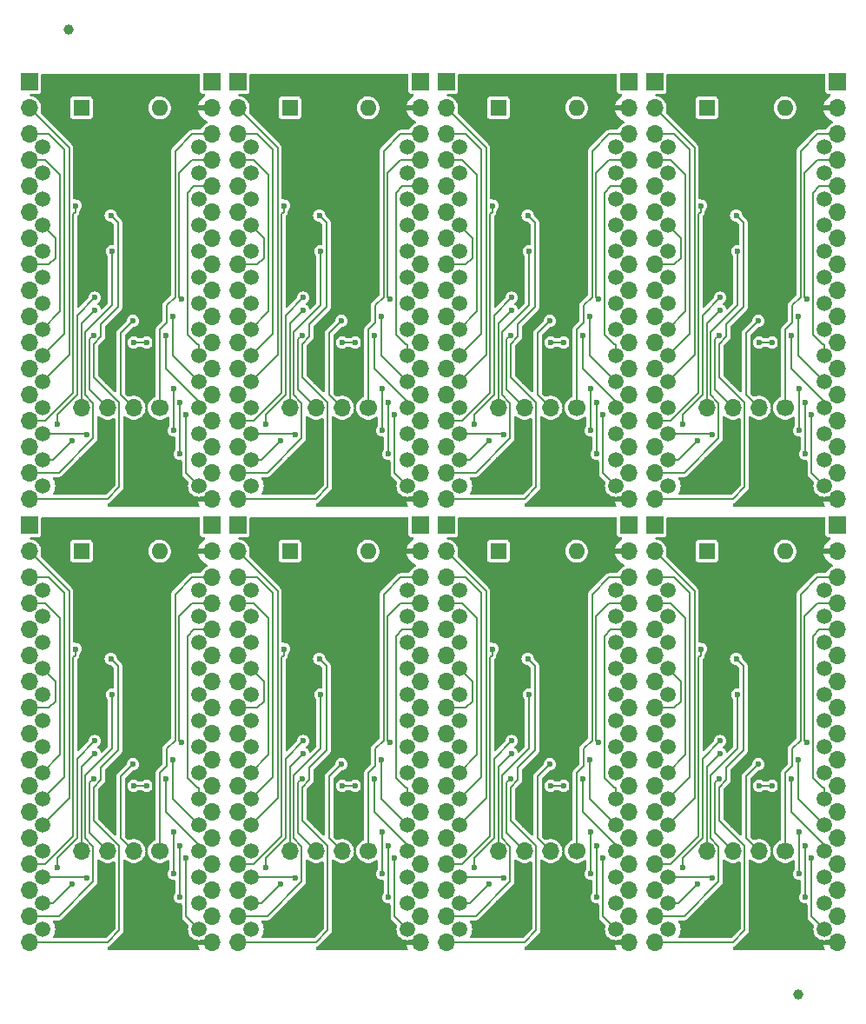
<source format=gtl>
%TF.GenerationSoftware,KiCad,Pcbnew,8.0.6*%
%TF.CreationDate,2024-10-27T05:06:58+09:00*%
%TF.ProjectId,rp27c512-panel,72703237-6335-4313-922d-70616e656c2e,rev?*%
%TF.SameCoordinates,Original*%
%TF.FileFunction,Copper,L1,Top*%
%TF.FilePolarity,Positive*%
%FSLAX46Y46*%
G04 Gerber Fmt 4.6, Leading zero omitted, Abs format (unit mm)*
G04 Created by KiCad (PCBNEW 8.0.6) date 2024-10-27 05:06:58*
%MOMM*%
%LPD*%
G01*
G04 APERTURE LIST*
%TA.AperFunction,SMDPad,CuDef*%
%ADD10C,1.000000*%
%TD*%
%TA.AperFunction,ComponentPad*%
%ADD11O,1.700000X1.700000*%
%TD*%
%TA.AperFunction,ComponentPad*%
%ADD12R,1.700000X1.700000*%
%TD*%
%TA.AperFunction,ComponentPad*%
%ADD13C,1.500000*%
%TD*%
%TA.AperFunction,ComponentPad*%
%ADD14C,1.700000*%
%TD*%
%TA.AperFunction,ComponentPad*%
%ADD15O,1.600000X1.600000*%
%TD*%
%TA.AperFunction,ComponentPad*%
%ADD16R,1.600000X1.600000*%
%TD*%
%TA.AperFunction,ViaPad*%
%ADD17C,0.600000*%
%TD*%
%TA.AperFunction,Conductor*%
%ADD18C,0.200000*%
%TD*%
G04 APERTURE END LIST*
D10*
%TO.P,REF\u002A\u002A,*%
%TO.N,*%
X162560000Y-147320000D03*
%TD*%
%TO.P,REF\u002A\u002A,*%
%TO.N,*%
X91440000Y-53340000D03*
%TD*%
D11*
%TO.P,J2,17,Pin_17*%
%TO.N,GND*%
X166370000Y-142240000D03*
%TO.P,J2,16,Pin_16*%
%TO.N,Net-(J2-Pin_16)*%
X166370000Y-139700000D03*
%TO.P,J2,15,Pin_15*%
%TO.N,Net-(J2-Pin_15)*%
X166370000Y-137160000D03*
%TO.P,J2,14,Pin_14*%
%TO.N,Net-(J2-Pin_14)*%
X166370000Y-134620000D03*
%TO.P,J2,13,Pin_13*%
%TO.N,Net-(J2-Pin_13)*%
X166370000Y-132080000D03*
%TO.P,J2,12,Pin_12*%
%TO.N,Net-(J2-Pin_12)*%
X166370000Y-129540000D03*
%TO.P,J2,11,Pin_11*%
%TO.N,Net-(J2-Pin_11)*%
X166370000Y-127000000D03*
%TO.P,J2,10,Pin_10*%
%TO.N,Net-(J2-Pin_10)*%
X166370000Y-124460000D03*
%TO.P,J2,9,Pin_9*%
%TO.N,Net-(J2-Pin_9)*%
X166370000Y-121920000D03*
%TO.P,J2,8,Pin_8*%
%TO.N,Net-(J2-Pin_8)*%
X166370000Y-119380000D03*
%TO.P,J2,7,Pin_7*%
%TO.N,Net-(J2-Pin_7)*%
X166370000Y-116840000D03*
%TO.P,J2,6,Pin_6*%
%TO.N,Net-(J2-Pin_6)*%
X166370000Y-114300000D03*
%TO.P,J2,5,Pin_5*%
%TO.N,Net-(J2-Pin_5)*%
X166370000Y-111760000D03*
%TO.P,J2,4,Pin_4*%
%TO.N,Net-(J2-Pin_4)*%
X166370000Y-109220000D03*
%TO.P,J2,3,Pin_3*%
%TO.N,Net-(J2-Pin_3)*%
X166370000Y-106680000D03*
%TO.P,J2,2,Pin_2*%
%TO.N,GND*%
X166370000Y-104140000D03*
D12*
%TO.P,J2,1,Pin_1*%
%TO.N,+3.3V*%
X166370000Y-101600000D03*
%TD*%
D11*
%TO.P,J1,17,Pin_17*%
%TO.N,Net-(J1-Pin_17)*%
X148590000Y-142240000D03*
%TO.P,J1,16,Pin_16*%
%TO.N,Net-(J1-Pin_16)*%
X148590000Y-139700000D03*
%TO.P,J1,15,Pin_15*%
%TO.N,Net-(J1-Pin_15)*%
X148590000Y-137160000D03*
%TO.P,J1,14,Pin_14*%
%TO.N,Net-(J1-Pin_14)*%
X148590000Y-134620000D03*
%TO.P,J1,13,Pin_13*%
%TO.N,Net-(J1-Pin_13)*%
X148590000Y-132080000D03*
%TO.P,J1,12,Pin_12*%
%TO.N,Net-(J1-Pin_12)*%
X148590000Y-129540000D03*
%TO.P,J1,11,Pin_11*%
%TO.N,Net-(J1-Pin_11)*%
X148590000Y-127000000D03*
%TO.P,J1,10,Pin_10*%
%TO.N,Net-(J1-Pin_10)*%
X148590000Y-124460000D03*
%TO.P,J1,9,Pin_9*%
%TO.N,Net-(J1-Pin_9)*%
X148590000Y-121920000D03*
%TO.P,J1,8,Pin_8*%
%TO.N,Net-(J1-Pin_8)*%
X148590000Y-119380000D03*
%TO.P,J1,7,Pin_7*%
%TO.N,Net-(J1-Pin_7)*%
X148590000Y-116840000D03*
%TO.P,J1,6,Pin_6*%
%TO.N,Net-(J1-Pin_6)*%
X148590000Y-114300000D03*
%TO.P,J1,5,Pin_5*%
%TO.N,Net-(J1-Pin_5)*%
X148590000Y-111760000D03*
%TO.P,J1,4,Pin_4*%
%TO.N,Net-(J1-Pin_4)*%
X148590000Y-109220000D03*
%TO.P,J1,3,Pin_3*%
%TO.N,Net-(J1-Pin_3)*%
X148590000Y-106680000D03*
%TO.P,J1,2,Pin_2*%
%TO.N,Net-(J1-Pin_2)*%
X148590000Y-104140000D03*
D12*
%TO.P,J1,1,Pin_1*%
%TO.N,Net-(D1-K)*%
X148590000Y-101600000D03*
%TD*%
D13*
%TO.P,U1,28,VCC*%
%TO.N,+5V*%
X165100000Y-107950000D03*
%TO.P,U1,27,A14*%
%TO.N,Net-(J1-Pin_16)*%
X165100000Y-110490000D03*
%TO.P,U1,26,A13*%
%TO.N,Net-(J1-Pin_15)*%
X165100000Y-113030000D03*
%TO.P,U1,25,A8*%
%TO.N,Net-(J1-Pin_10)*%
X165100000Y-115570000D03*
%TO.P,U1,24,A9*%
%TO.N,Net-(J1-Pin_11)*%
X165100000Y-118110000D03*
%TO.P,U1,23,A11*%
%TO.N,Net-(J1-Pin_13)*%
X165100000Y-120650000D03*
%TO.P,U1,22,~{OE}*%
%TO.N,Net-(J2-Pin_4)*%
X165100000Y-123190000D03*
%TO.P,U1,21,A10*%
%TO.N,Net-(J1-Pin_12)*%
X165100000Y-125730000D03*
%TO.P,U1,20,~{CE}*%
%TO.N,Net-(J2-Pin_5)*%
X165100000Y-128270000D03*
%TO.P,U1,19,D7*%
%TO.N,Net-(J2-Pin_9)*%
X165100000Y-130810000D03*
%TO.P,U1,18,D6*%
%TO.N,Net-(J2-Pin_10)*%
X165100000Y-133350000D03*
%TO.P,U1,17,D5*%
%TO.N,Net-(J2-Pin_11)*%
X165100000Y-135890000D03*
%TO.P,U1,16,D4*%
%TO.N,Net-(J2-Pin_12)*%
X165100000Y-138430000D03*
%TO.P,U1,15,D3*%
%TO.N,Net-(J2-Pin_13)*%
X165100000Y-140970000D03*
%TO.P,U1,14,GND*%
%TO.N,GND*%
X149860000Y-140970000D03*
%TO.P,U1,13,D2*%
%TO.N,Net-(J2-Pin_14)*%
X149860000Y-138430000D03*
%TO.P,U1,12,D1*%
%TO.N,Net-(J2-Pin_15)*%
X149860000Y-135890000D03*
%TO.P,U1,11,D0*%
%TO.N,Net-(J2-Pin_16)*%
X149860000Y-133350000D03*
%TO.P,U1,10,A0*%
%TO.N,Net-(J1-Pin_2)*%
X149860000Y-130810000D03*
%TO.P,U1,9,A1*%
%TO.N,Net-(J1-Pin_3)*%
X149860000Y-128270000D03*
%TO.P,U1,8,A2*%
%TO.N,Net-(J1-Pin_4)*%
X149860000Y-125730000D03*
%TO.P,U1,7,A3*%
%TO.N,Net-(J1-Pin_5)*%
X149860000Y-123190000D03*
%TO.P,U1,6,A4*%
%TO.N,Net-(J1-Pin_6)*%
X149860000Y-120650000D03*
%TO.P,U1,5,A5*%
%TO.N,Net-(J1-Pin_7)*%
X149860000Y-118110000D03*
%TO.P,U1,4,A6*%
%TO.N,Net-(J1-Pin_8)*%
X149860000Y-115570000D03*
%TO.P,U1,3,A7*%
%TO.N,Net-(J1-Pin_9)*%
X149860000Y-113030000D03*
%TO.P,U1,2,A12*%
%TO.N,Net-(J1-Pin_14)*%
X149860000Y-110490000D03*
%TO.P,U1,1,A15*%
%TO.N,Net-(J1-Pin_17)*%
X149860000Y-107950000D03*
%TD*%
D11*
%TO.P,J3,4,Pin_4*%
%TO.N,Net-(J2-Pin_6)*%
X153670000Y-133350000D03*
%TO.P,J3,3,Pin_3*%
%TO.N,Net-(J2-Pin_7)*%
X156210000Y-133350000D03*
%TO.P,J3,2,Pin_2*%
%TO.N,Net-(J2-Pin_8)*%
X158750000Y-133350000D03*
D14*
%TO.P,J3,1,Pin_1*%
%TO.N,Net-(J2-Pin_3)*%
X161290000Y-133350000D03*
%TD*%
D15*
%TO.P,D1,2,A*%
%TO.N,+5V*%
X161290000Y-104140000D03*
D16*
%TO.P,D1,1,K*%
%TO.N,Net-(D1-K)*%
X153670000Y-104140000D03*
%TD*%
D11*
%TO.P,J2,17,Pin_17*%
%TO.N,GND*%
X146050000Y-142240000D03*
%TO.P,J2,16,Pin_16*%
%TO.N,Net-(J2-Pin_16)*%
X146050000Y-139700000D03*
%TO.P,J2,15,Pin_15*%
%TO.N,Net-(J2-Pin_15)*%
X146050000Y-137160000D03*
%TO.P,J2,14,Pin_14*%
%TO.N,Net-(J2-Pin_14)*%
X146050000Y-134620000D03*
%TO.P,J2,13,Pin_13*%
%TO.N,Net-(J2-Pin_13)*%
X146050000Y-132080000D03*
%TO.P,J2,12,Pin_12*%
%TO.N,Net-(J2-Pin_12)*%
X146050000Y-129540000D03*
%TO.P,J2,11,Pin_11*%
%TO.N,Net-(J2-Pin_11)*%
X146050000Y-127000000D03*
%TO.P,J2,10,Pin_10*%
%TO.N,Net-(J2-Pin_10)*%
X146050000Y-124460000D03*
%TO.P,J2,9,Pin_9*%
%TO.N,Net-(J2-Pin_9)*%
X146050000Y-121920000D03*
%TO.P,J2,8,Pin_8*%
%TO.N,Net-(J2-Pin_8)*%
X146050000Y-119380000D03*
%TO.P,J2,7,Pin_7*%
%TO.N,Net-(J2-Pin_7)*%
X146050000Y-116840000D03*
%TO.P,J2,6,Pin_6*%
%TO.N,Net-(J2-Pin_6)*%
X146050000Y-114300000D03*
%TO.P,J2,5,Pin_5*%
%TO.N,Net-(J2-Pin_5)*%
X146050000Y-111760000D03*
%TO.P,J2,4,Pin_4*%
%TO.N,Net-(J2-Pin_4)*%
X146050000Y-109220000D03*
%TO.P,J2,3,Pin_3*%
%TO.N,Net-(J2-Pin_3)*%
X146050000Y-106680000D03*
%TO.P,J2,2,Pin_2*%
%TO.N,GND*%
X146050000Y-104140000D03*
D12*
%TO.P,J2,1,Pin_1*%
%TO.N,+3.3V*%
X146050000Y-101600000D03*
%TD*%
D11*
%TO.P,J1,17,Pin_17*%
%TO.N,Net-(J1-Pin_17)*%
X128270000Y-142240000D03*
%TO.P,J1,16,Pin_16*%
%TO.N,Net-(J1-Pin_16)*%
X128270000Y-139700000D03*
%TO.P,J1,15,Pin_15*%
%TO.N,Net-(J1-Pin_15)*%
X128270000Y-137160000D03*
%TO.P,J1,14,Pin_14*%
%TO.N,Net-(J1-Pin_14)*%
X128270000Y-134620000D03*
%TO.P,J1,13,Pin_13*%
%TO.N,Net-(J1-Pin_13)*%
X128270000Y-132080000D03*
%TO.P,J1,12,Pin_12*%
%TO.N,Net-(J1-Pin_12)*%
X128270000Y-129540000D03*
%TO.P,J1,11,Pin_11*%
%TO.N,Net-(J1-Pin_11)*%
X128270000Y-127000000D03*
%TO.P,J1,10,Pin_10*%
%TO.N,Net-(J1-Pin_10)*%
X128270000Y-124460000D03*
%TO.P,J1,9,Pin_9*%
%TO.N,Net-(J1-Pin_9)*%
X128270000Y-121920000D03*
%TO.P,J1,8,Pin_8*%
%TO.N,Net-(J1-Pin_8)*%
X128270000Y-119380000D03*
%TO.P,J1,7,Pin_7*%
%TO.N,Net-(J1-Pin_7)*%
X128270000Y-116840000D03*
%TO.P,J1,6,Pin_6*%
%TO.N,Net-(J1-Pin_6)*%
X128270000Y-114300000D03*
%TO.P,J1,5,Pin_5*%
%TO.N,Net-(J1-Pin_5)*%
X128270000Y-111760000D03*
%TO.P,J1,4,Pin_4*%
%TO.N,Net-(J1-Pin_4)*%
X128270000Y-109220000D03*
%TO.P,J1,3,Pin_3*%
%TO.N,Net-(J1-Pin_3)*%
X128270000Y-106680000D03*
%TO.P,J1,2,Pin_2*%
%TO.N,Net-(J1-Pin_2)*%
X128270000Y-104140000D03*
D12*
%TO.P,J1,1,Pin_1*%
%TO.N,Net-(D1-K)*%
X128270000Y-101600000D03*
%TD*%
D13*
%TO.P,U1,28,VCC*%
%TO.N,+5V*%
X144780000Y-107950000D03*
%TO.P,U1,27,A14*%
%TO.N,Net-(J1-Pin_16)*%
X144780000Y-110490000D03*
%TO.P,U1,26,A13*%
%TO.N,Net-(J1-Pin_15)*%
X144780000Y-113030000D03*
%TO.P,U1,25,A8*%
%TO.N,Net-(J1-Pin_10)*%
X144780000Y-115570000D03*
%TO.P,U1,24,A9*%
%TO.N,Net-(J1-Pin_11)*%
X144780000Y-118110000D03*
%TO.P,U1,23,A11*%
%TO.N,Net-(J1-Pin_13)*%
X144780000Y-120650000D03*
%TO.P,U1,22,~{OE}*%
%TO.N,Net-(J2-Pin_4)*%
X144780000Y-123190000D03*
%TO.P,U1,21,A10*%
%TO.N,Net-(J1-Pin_12)*%
X144780000Y-125730000D03*
%TO.P,U1,20,~{CE}*%
%TO.N,Net-(J2-Pin_5)*%
X144780000Y-128270000D03*
%TO.P,U1,19,D7*%
%TO.N,Net-(J2-Pin_9)*%
X144780000Y-130810000D03*
%TO.P,U1,18,D6*%
%TO.N,Net-(J2-Pin_10)*%
X144780000Y-133350000D03*
%TO.P,U1,17,D5*%
%TO.N,Net-(J2-Pin_11)*%
X144780000Y-135890000D03*
%TO.P,U1,16,D4*%
%TO.N,Net-(J2-Pin_12)*%
X144780000Y-138430000D03*
%TO.P,U1,15,D3*%
%TO.N,Net-(J2-Pin_13)*%
X144780000Y-140970000D03*
%TO.P,U1,14,GND*%
%TO.N,GND*%
X129540000Y-140970000D03*
%TO.P,U1,13,D2*%
%TO.N,Net-(J2-Pin_14)*%
X129540000Y-138430000D03*
%TO.P,U1,12,D1*%
%TO.N,Net-(J2-Pin_15)*%
X129540000Y-135890000D03*
%TO.P,U1,11,D0*%
%TO.N,Net-(J2-Pin_16)*%
X129540000Y-133350000D03*
%TO.P,U1,10,A0*%
%TO.N,Net-(J1-Pin_2)*%
X129540000Y-130810000D03*
%TO.P,U1,9,A1*%
%TO.N,Net-(J1-Pin_3)*%
X129540000Y-128270000D03*
%TO.P,U1,8,A2*%
%TO.N,Net-(J1-Pin_4)*%
X129540000Y-125730000D03*
%TO.P,U1,7,A3*%
%TO.N,Net-(J1-Pin_5)*%
X129540000Y-123190000D03*
%TO.P,U1,6,A4*%
%TO.N,Net-(J1-Pin_6)*%
X129540000Y-120650000D03*
%TO.P,U1,5,A5*%
%TO.N,Net-(J1-Pin_7)*%
X129540000Y-118110000D03*
%TO.P,U1,4,A6*%
%TO.N,Net-(J1-Pin_8)*%
X129540000Y-115570000D03*
%TO.P,U1,3,A7*%
%TO.N,Net-(J1-Pin_9)*%
X129540000Y-113030000D03*
%TO.P,U1,2,A12*%
%TO.N,Net-(J1-Pin_14)*%
X129540000Y-110490000D03*
%TO.P,U1,1,A15*%
%TO.N,Net-(J1-Pin_17)*%
X129540000Y-107950000D03*
%TD*%
D11*
%TO.P,J3,4,Pin_4*%
%TO.N,Net-(J2-Pin_6)*%
X133350000Y-133350000D03*
%TO.P,J3,3,Pin_3*%
%TO.N,Net-(J2-Pin_7)*%
X135890000Y-133350000D03*
%TO.P,J3,2,Pin_2*%
%TO.N,Net-(J2-Pin_8)*%
X138430000Y-133350000D03*
D14*
%TO.P,J3,1,Pin_1*%
%TO.N,Net-(J2-Pin_3)*%
X140970000Y-133350000D03*
%TD*%
D15*
%TO.P,D1,2,A*%
%TO.N,+5V*%
X140970000Y-104140000D03*
D16*
%TO.P,D1,1,K*%
%TO.N,Net-(D1-K)*%
X133350000Y-104140000D03*
%TD*%
D11*
%TO.P,J2,17,Pin_17*%
%TO.N,GND*%
X125730000Y-142240000D03*
%TO.P,J2,16,Pin_16*%
%TO.N,Net-(J2-Pin_16)*%
X125730000Y-139700000D03*
%TO.P,J2,15,Pin_15*%
%TO.N,Net-(J2-Pin_15)*%
X125730000Y-137160000D03*
%TO.P,J2,14,Pin_14*%
%TO.N,Net-(J2-Pin_14)*%
X125730000Y-134620000D03*
%TO.P,J2,13,Pin_13*%
%TO.N,Net-(J2-Pin_13)*%
X125730000Y-132080000D03*
%TO.P,J2,12,Pin_12*%
%TO.N,Net-(J2-Pin_12)*%
X125730000Y-129540000D03*
%TO.P,J2,11,Pin_11*%
%TO.N,Net-(J2-Pin_11)*%
X125730000Y-127000000D03*
%TO.P,J2,10,Pin_10*%
%TO.N,Net-(J2-Pin_10)*%
X125730000Y-124460000D03*
%TO.P,J2,9,Pin_9*%
%TO.N,Net-(J2-Pin_9)*%
X125730000Y-121920000D03*
%TO.P,J2,8,Pin_8*%
%TO.N,Net-(J2-Pin_8)*%
X125730000Y-119380000D03*
%TO.P,J2,7,Pin_7*%
%TO.N,Net-(J2-Pin_7)*%
X125730000Y-116840000D03*
%TO.P,J2,6,Pin_6*%
%TO.N,Net-(J2-Pin_6)*%
X125730000Y-114300000D03*
%TO.P,J2,5,Pin_5*%
%TO.N,Net-(J2-Pin_5)*%
X125730000Y-111760000D03*
%TO.P,J2,4,Pin_4*%
%TO.N,Net-(J2-Pin_4)*%
X125730000Y-109220000D03*
%TO.P,J2,3,Pin_3*%
%TO.N,Net-(J2-Pin_3)*%
X125730000Y-106680000D03*
%TO.P,J2,2,Pin_2*%
%TO.N,GND*%
X125730000Y-104140000D03*
D12*
%TO.P,J2,1,Pin_1*%
%TO.N,+3.3V*%
X125730000Y-101600000D03*
%TD*%
D11*
%TO.P,J1,17,Pin_17*%
%TO.N,Net-(J1-Pin_17)*%
X107950000Y-142240000D03*
%TO.P,J1,16,Pin_16*%
%TO.N,Net-(J1-Pin_16)*%
X107950000Y-139700000D03*
%TO.P,J1,15,Pin_15*%
%TO.N,Net-(J1-Pin_15)*%
X107950000Y-137160000D03*
%TO.P,J1,14,Pin_14*%
%TO.N,Net-(J1-Pin_14)*%
X107950000Y-134620000D03*
%TO.P,J1,13,Pin_13*%
%TO.N,Net-(J1-Pin_13)*%
X107950000Y-132080000D03*
%TO.P,J1,12,Pin_12*%
%TO.N,Net-(J1-Pin_12)*%
X107950000Y-129540000D03*
%TO.P,J1,11,Pin_11*%
%TO.N,Net-(J1-Pin_11)*%
X107950000Y-127000000D03*
%TO.P,J1,10,Pin_10*%
%TO.N,Net-(J1-Pin_10)*%
X107950000Y-124460000D03*
%TO.P,J1,9,Pin_9*%
%TO.N,Net-(J1-Pin_9)*%
X107950000Y-121920000D03*
%TO.P,J1,8,Pin_8*%
%TO.N,Net-(J1-Pin_8)*%
X107950000Y-119380000D03*
%TO.P,J1,7,Pin_7*%
%TO.N,Net-(J1-Pin_7)*%
X107950000Y-116840000D03*
%TO.P,J1,6,Pin_6*%
%TO.N,Net-(J1-Pin_6)*%
X107950000Y-114300000D03*
%TO.P,J1,5,Pin_5*%
%TO.N,Net-(J1-Pin_5)*%
X107950000Y-111760000D03*
%TO.P,J1,4,Pin_4*%
%TO.N,Net-(J1-Pin_4)*%
X107950000Y-109220000D03*
%TO.P,J1,3,Pin_3*%
%TO.N,Net-(J1-Pin_3)*%
X107950000Y-106680000D03*
%TO.P,J1,2,Pin_2*%
%TO.N,Net-(J1-Pin_2)*%
X107950000Y-104140000D03*
D12*
%TO.P,J1,1,Pin_1*%
%TO.N,Net-(D1-K)*%
X107950000Y-101600000D03*
%TD*%
D13*
%TO.P,U1,28,VCC*%
%TO.N,+5V*%
X124460000Y-107950000D03*
%TO.P,U1,27,A14*%
%TO.N,Net-(J1-Pin_16)*%
X124460000Y-110490000D03*
%TO.P,U1,26,A13*%
%TO.N,Net-(J1-Pin_15)*%
X124460000Y-113030000D03*
%TO.P,U1,25,A8*%
%TO.N,Net-(J1-Pin_10)*%
X124460000Y-115570000D03*
%TO.P,U1,24,A9*%
%TO.N,Net-(J1-Pin_11)*%
X124460000Y-118110000D03*
%TO.P,U1,23,A11*%
%TO.N,Net-(J1-Pin_13)*%
X124460000Y-120650000D03*
%TO.P,U1,22,~{OE}*%
%TO.N,Net-(J2-Pin_4)*%
X124460000Y-123190000D03*
%TO.P,U1,21,A10*%
%TO.N,Net-(J1-Pin_12)*%
X124460000Y-125730000D03*
%TO.P,U1,20,~{CE}*%
%TO.N,Net-(J2-Pin_5)*%
X124460000Y-128270000D03*
%TO.P,U1,19,D7*%
%TO.N,Net-(J2-Pin_9)*%
X124460000Y-130810000D03*
%TO.P,U1,18,D6*%
%TO.N,Net-(J2-Pin_10)*%
X124460000Y-133350000D03*
%TO.P,U1,17,D5*%
%TO.N,Net-(J2-Pin_11)*%
X124460000Y-135890000D03*
%TO.P,U1,16,D4*%
%TO.N,Net-(J2-Pin_12)*%
X124460000Y-138430000D03*
%TO.P,U1,15,D3*%
%TO.N,Net-(J2-Pin_13)*%
X124460000Y-140970000D03*
%TO.P,U1,14,GND*%
%TO.N,GND*%
X109220000Y-140970000D03*
%TO.P,U1,13,D2*%
%TO.N,Net-(J2-Pin_14)*%
X109220000Y-138430000D03*
%TO.P,U1,12,D1*%
%TO.N,Net-(J2-Pin_15)*%
X109220000Y-135890000D03*
%TO.P,U1,11,D0*%
%TO.N,Net-(J2-Pin_16)*%
X109220000Y-133350000D03*
%TO.P,U1,10,A0*%
%TO.N,Net-(J1-Pin_2)*%
X109220000Y-130810000D03*
%TO.P,U1,9,A1*%
%TO.N,Net-(J1-Pin_3)*%
X109220000Y-128270000D03*
%TO.P,U1,8,A2*%
%TO.N,Net-(J1-Pin_4)*%
X109220000Y-125730000D03*
%TO.P,U1,7,A3*%
%TO.N,Net-(J1-Pin_5)*%
X109220000Y-123190000D03*
%TO.P,U1,6,A4*%
%TO.N,Net-(J1-Pin_6)*%
X109220000Y-120650000D03*
%TO.P,U1,5,A5*%
%TO.N,Net-(J1-Pin_7)*%
X109220000Y-118110000D03*
%TO.P,U1,4,A6*%
%TO.N,Net-(J1-Pin_8)*%
X109220000Y-115570000D03*
%TO.P,U1,3,A7*%
%TO.N,Net-(J1-Pin_9)*%
X109220000Y-113030000D03*
%TO.P,U1,2,A12*%
%TO.N,Net-(J1-Pin_14)*%
X109220000Y-110490000D03*
%TO.P,U1,1,A15*%
%TO.N,Net-(J1-Pin_17)*%
X109220000Y-107950000D03*
%TD*%
D11*
%TO.P,J3,4,Pin_4*%
%TO.N,Net-(J2-Pin_6)*%
X113030000Y-133350000D03*
%TO.P,J3,3,Pin_3*%
%TO.N,Net-(J2-Pin_7)*%
X115570000Y-133350000D03*
%TO.P,J3,2,Pin_2*%
%TO.N,Net-(J2-Pin_8)*%
X118110000Y-133350000D03*
D14*
%TO.P,J3,1,Pin_1*%
%TO.N,Net-(J2-Pin_3)*%
X120650000Y-133350000D03*
%TD*%
D15*
%TO.P,D1,2,A*%
%TO.N,+5V*%
X120650000Y-104140000D03*
D16*
%TO.P,D1,1,K*%
%TO.N,Net-(D1-K)*%
X113030000Y-104140000D03*
%TD*%
D11*
%TO.P,J2,17,Pin_17*%
%TO.N,GND*%
X105410000Y-142240000D03*
%TO.P,J2,16,Pin_16*%
%TO.N,Net-(J2-Pin_16)*%
X105410000Y-139700000D03*
%TO.P,J2,15,Pin_15*%
%TO.N,Net-(J2-Pin_15)*%
X105410000Y-137160000D03*
%TO.P,J2,14,Pin_14*%
%TO.N,Net-(J2-Pin_14)*%
X105410000Y-134620000D03*
%TO.P,J2,13,Pin_13*%
%TO.N,Net-(J2-Pin_13)*%
X105410000Y-132080000D03*
%TO.P,J2,12,Pin_12*%
%TO.N,Net-(J2-Pin_12)*%
X105410000Y-129540000D03*
%TO.P,J2,11,Pin_11*%
%TO.N,Net-(J2-Pin_11)*%
X105410000Y-127000000D03*
%TO.P,J2,10,Pin_10*%
%TO.N,Net-(J2-Pin_10)*%
X105410000Y-124460000D03*
%TO.P,J2,9,Pin_9*%
%TO.N,Net-(J2-Pin_9)*%
X105410000Y-121920000D03*
%TO.P,J2,8,Pin_8*%
%TO.N,Net-(J2-Pin_8)*%
X105410000Y-119380000D03*
%TO.P,J2,7,Pin_7*%
%TO.N,Net-(J2-Pin_7)*%
X105410000Y-116840000D03*
%TO.P,J2,6,Pin_6*%
%TO.N,Net-(J2-Pin_6)*%
X105410000Y-114300000D03*
%TO.P,J2,5,Pin_5*%
%TO.N,Net-(J2-Pin_5)*%
X105410000Y-111760000D03*
%TO.P,J2,4,Pin_4*%
%TO.N,Net-(J2-Pin_4)*%
X105410000Y-109220000D03*
%TO.P,J2,3,Pin_3*%
%TO.N,Net-(J2-Pin_3)*%
X105410000Y-106680000D03*
%TO.P,J2,2,Pin_2*%
%TO.N,GND*%
X105410000Y-104140000D03*
D12*
%TO.P,J2,1,Pin_1*%
%TO.N,+3.3V*%
X105410000Y-101600000D03*
%TD*%
D11*
%TO.P,J1,17,Pin_17*%
%TO.N,Net-(J1-Pin_17)*%
X87630000Y-142240000D03*
%TO.P,J1,16,Pin_16*%
%TO.N,Net-(J1-Pin_16)*%
X87630000Y-139700000D03*
%TO.P,J1,15,Pin_15*%
%TO.N,Net-(J1-Pin_15)*%
X87630000Y-137160000D03*
%TO.P,J1,14,Pin_14*%
%TO.N,Net-(J1-Pin_14)*%
X87630000Y-134620000D03*
%TO.P,J1,13,Pin_13*%
%TO.N,Net-(J1-Pin_13)*%
X87630000Y-132080000D03*
%TO.P,J1,12,Pin_12*%
%TO.N,Net-(J1-Pin_12)*%
X87630000Y-129540000D03*
%TO.P,J1,11,Pin_11*%
%TO.N,Net-(J1-Pin_11)*%
X87630000Y-127000000D03*
%TO.P,J1,10,Pin_10*%
%TO.N,Net-(J1-Pin_10)*%
X87630000Y-124460000D03*
%TO.P,J1,9,Pin_9*%
%TO.N,Net-(J1-Pin_9)*%
X87630000Y-121920000D03*
%TO.P,J1,8,Pin_8*%
%TO.N,Net-(J1-Pin_8)*%
X87630000Y-119380000D03*
%TO.P,J1,7,Pin_7*%
%TO.N,Net-(J1-Pin_7)*%
X87630000Y-116840000D03*
%TO.P,J1,6,Pin_6*%
%TO.N,Net-(J1-Pin_6)*%
X87630000Y-114300000D03*
%TO.P,J1,5,Pin_5*%
%TO.N,Net-(J1-Pin_5)*%
X87630000Y-111760000D03*
%TO.P,J1,4,Pin_4*%
%TO.N,Net-(J1-Pin_4)*%
X87630000Y-109220000D03*
%TO.P,J1,3,Pin_3*%
%TO.N,Net-(J1-Pin_3)*%
X87630000Y-106680000D03*
%TO.P,J1,2,Pin_2*%
%TO.N,Net-(J1-Pin_2)*%
X87630000Y-104140000D03*
D12*
%TO.P,J1,1,Pin_1*%
%TO.N,Net-(D1-K)*%
X87630000Y-101600000D03*
%TD*%
D13*
%TO.P,U1,28,VCC*%
%TO.N,+5V*%
X104140000Y-107950000D03*
%TO.P,U1,27,A14*%
%TO.N,Net-(J1-Pin_16)*%
X104140000Y-110490000D03*
%TO.P,U1,26,A13*%
%TO.N,Net-(J1-Pin_15)*%
X104140000Y-113030000D03*
%TO.P,U1,25,A8*%
%TO.N,Net-(J1-Pin_10)*%
X104140000Y-115570000D03*
%TO.P,U1,24,A9*%
%TO.N,Net-(J1-Pin_11)*%
X104140000Y-118110000D03*
%TO.P,U1,23,A11*%
%TO.N,Net-(J1-Pin_13)*%
X104140000Y-120650000D03*
%TO.P,U1,22,~{OE}*%
%TO.N,Net-(J2-Pin_4)*%
X104140000Y-123190000D03*
%TO.P,U1,21,A10*%
%TO.N,Net-(J1-Pin_12)*%
X104140000Y-125730000D03*
%TO.P,U1,20,~{CE}*%
%TO.N,Net-(J2-Pin_5)*%
X104140000Y-128270000D03*
%TO.P,U1,19,D7*%
%TO.N,Net-(J2-Pin_9)*%
X104140000Y-130810000D03*
%TO.P,U1,18,D6*%
%TO.N,Net-(J2-Pin_10)*%
X104140000Y-133350000D03*
%TO.P,U1,17,D5*%
%TO.N,Net-(J2-Pin_11)*%
X104140000Y-135890000D03*
%TO.P,U1,16,D4*%
%TO.N,Net-(J2-Pin_12)*%
X104140000Y-138430000D03*
%TO.P,U1,15,D3*%
%TO.N,Net-(J2-Pin_13)*%
X104140000Y-140970000D03*
%TO.P,U1,14,GND*%
%TO.N,GND*%
X88900000Y-140970000D03*
%TO.P,U1,13,D2*%
%TO.N,Net-(J2-Pin_14)*%
X88900000Y-138430000D03*
%TO.P,U1,12,D1*%
%TO.N,Net-(J2-Pin_15)*%
X88900000Y-135890000D03*
%TO.P,U1,11,D0*%
%TO.N,Net-(J2-Pin_16)*%
X88900000Y-133350000D03*
%TO.P,U1,10,A0*%
%TO.N,Net-(J1-Pin_2)*%
X88900000Y-130810000D03*
%TO.P,U1,9,A1*%
%TO.N,Net-(J1-Pin_3)*%
X88900000Y-128270000D03*
%TO.P,U1,8,A2*%
%TO.N,Net-(J1-Pin_4)*%
X88900000Y-125730000D03*
%TO.P,U1,7,A3*%
%TO.N,Net-(J1-Pin_5)*%
X88900000Y-123190000D03*
%TO.P,U1,6,A4*%
%TO.N,Net-(J1-Pin_6)*%
X88900000Y-120650000D03*
%TO.P,U1,5,A5*%
%TO.N,Net-(J1-Pin_7)*%
X88900000Y-118110000D03*
%TO.P,U1,4,A6*%
%TO.N,Net-(J1-Pin_8)*%
X88900000Y-115570000D03*
%TO.P,U1,3,A7*%
%TO.N,Net-(J1-Pin_9)*%
X88900000Y-113030000D03*
%TO.P,U1,2,A12*%
%TO.N,Net-(J1-Pin_14)*%
X88900000Y-110490000D03*
%TO.P,U1,1,A15*%
%TO.N,Net-(J1-Pin_17)*%
X88900000Y-107950000D03*
%TD*%
D11*
%TO.P,J3,4,Pin_4*%
%TO.N,Net-(J2-Pin_6)*%
X92710000Y-133350000D03*
%TO.P,J3,3,Pin_3*%
%TO.N,Net-(J2-Pin_7)*%
X95250000Y-133350000D03*
%TO.P,J3,2,Pin_2*%
%TO.N,Net-(J2-Pin_8)*%
X97790000Y-133350000D03*
D14*
%TO.P,J3,1,Pin_1*%
%TO.N,Net-(J2-Pin_3)*%
X100330000Y-133350000D03*
%TD*%
D15*
%TO.P,D1,2,A*%
%TO.N,+5V*%
X100330000Y-104140000D03*
D16*
%TO.P,D1,1,K*%
%TO.N,Net-(D1-K)*%
X92710000Y-104140000D03*
%TD*%
D11*
%TO.P,J2,17,Pin_17*%
%TO.N,GND*%
X166370000Y-99060000D03*
%TO.P,J2,16,Pin_16*%
%TO.N,Net-(J2-Pin_16)*%
X166370000Y-96520000D03*
%TO.P,J2,15,Pin_15*%
%TO.N,Net-(J2-Pin_15)*%
X166370000Y-93980000D03*
%TO.P,J2,14,Pin_14*%
%TO.N,Net-(J2-Pin_14)*%
X166370000Y-91440000D03*
%TO.P,J2,13,Pin_13*%
%TO.N,Net-(J2-Pin_13)*%
X166370000Y-88900000D03*
%TO.P,J2,12,Pin_12*%
%TO.N,Net-(J2-Pin_12)*%
X166370000Y-86360000D03*
%TO.P,J2,11,Pin_11*%
%TO.N,Net-(J2-Pin_11)*%
X166370000Y-83820000D03*
%TO.P,J2,10,Pin_10*%
%TO.N,Net-(J2-Pin_10)*%
X166370000Y-81280000D03*
%TO.P,J2,9,Pin_9*%
%TO.N,Net-(J2-Pin_9)*%
X166370000Y-78740000D03*
%TO.P,J2,8,Pin_8*%
%TO.N,Net-(J2-Pin_8)*%
X166370000Y-76200000D03*
%TO.P,J2,7,Pin_7*%
%TO.N,Net-(J2-Pin_7)*%
X166370000Y-73660000D03*
%TO.P,J2,6,Pin_6*%
%TO.N,Net-(J2-Pin_6)*%
X166370000Y-71120000D03*
%TO.P,J2,5,Pin_5*%
%TO.N,Net-(J2-Pin_5)*%
X166370000Y-68580000D03*
%TO.P,J2,4,Pin_4*%
%TO.N,Net-(J2-Pin_4)*%
X166370000Y-66040000D03*
%TO.P,J2,3,Pin_3*%
%TO.N,Net-(J2-Pin_3)*%
X166370000Y-63500000D03*
%TO.P,J2,2,Pin_2*%
%TO.N,GND*%
X166370000Y-60960000D03*
D12*
%TO.P,J2,1,Pin_1*%
%TO.N,+3.3V*%
X166370000Y-58420000D03*
%TD*%
D11*
%TO.P,J1,17,Pin_17*%
%TO.N,Net-(J1-Pin_17)*%
X148590000Y-99060000D03*
%TO.P,J1,16,Pin_16*%
%TO.N,Net-(J1-Pin_16)*%
X148590000Y-96520000D03*
%TO.P,J1,15,Pin_15*%
%TO.N,Net-(J1-Pin_15)*%
X148590000Y-93980000D03*
%TO.P,J1,14,Pin_14*%
%TO.N,Net-(J1-Pin_14)*%
X148590000Y-91440000D03*
%TO.P,J1,13,Pin_13*%
%TO.N,Net-(J1-Pin_13)*%
X148590000Y-88900000D03*
%TO.P,J1,12,Pin_12*%
%TO.N,Net-(J1-Pin_12)*%
X148590000Y-86360000D03*
%TO.P,J1,11,Pin_11*%
%TO.N,Net-(J1-Pin_11)*%
X148590000Y-83820000D03*
%TO.P,J1,10,Pin_10*%
%TO.N,Net-(J1-Pin_10)*%
X148590000Y-81280000D03*
%TO.P,J1,9,Pin_9*%
%TO.N,Net-(J1-Pin_9)*%
X148590000Y-78740000D03*
%TO.P,J1,8,Pin_8*%
%TO.N,Net-(J1-Pin_8)*%
X148590000Y-76200000D03*
%TO.P,J1,7,Pin_7*%
%TO.N,Net-(J1-Pin_7)*%
X148590000Y-73660000D03*
%TO.P,J1,6,Pin_6*%
%TO.N,Net-(J1-Pin_6)*%
X148590000Y-71120000D03*
%TO.P,J1,5,Pin_5*%
%TO.N,Net-(J1-Pin_5)*%
X148590000Y-68580000D03*
%TO.P,J1,4,Pin_4*%
%TO.N,Net-(J1-Pin_4)*%
X148590000Y-66040000D03*
%TO.P,J1,3,Pin_3*%
%TO.N,Net-(J1-Pin_3)*%
X148590000Y-63500000D03*
%TO.P,J1,2,Pin_2*%
%TO.N,Net-(J1-Pin_2)*%
X148590000Y-60960000D03*
D12*
%TO.P,J1,1,Pin_1*%
%TO.N,Net-(D1-K)*%
X148590000Y-58420000D03*
%TD*%
D13*
%TO.P,U1,28,VCC*%
%TO.N,+5V*%
X165100000Y-64770000D03*
%TO.P,U1,27,A14*%
%TO.N,Net-(J1-Pin_16)*%
X165100000Y-67310000D03*
%TO.P,U1,26,A13*%
%TO.N,Net-(J1-Pin_15)*%
X165100000Y-69850000D03*
%TO.P,U1,25,A8*%
%TO.N,Net-(J1-Pin_10)*%
X165100000Y-72390000D03*
%TO.P,U1,24,A9*%
%TO.N,Net-(J1-Pin_11)*%
X165100000Y-74930000D03*
%TO.P,U1,23,A11*%
%TO.N,Net-(J1-Pin_13)*%
X165100000Y-77470000D03*
%TO.P,U1,22,~{OE}*%
%TO.N,Net-(J2-Pin_4)*%
X165100000Y-80010000D03*
%TO.P,U1,21,A10*%
%TO.N,Net-(J1-Pin_12)*%
X165100000Y-82550000D03*
%TO.P,U1,20,~{CE}*%
%TO.N,Net-(J2-Pin_5)*%
X165100000Y-85090000D03*
%TO.P,U1,19,D7*%
%TO.N,Net-(J2-Pin_9)*%
X165100000Y-87630000D03*
%TO.P,U1,18,D6*%
%TO.N,Net-(J2-Pin_10)*%
X165100000Y-90170000D03*
%TO.P,U1,17,D5*%
%TO.N,Net-(J2-Pin_11)*%
X165100000Y-92710000D03*
%TO.P,U1,16,D4*%
%TO.N,Net-(J2-Pin_12)*%
X165100000Y-95250000D03*
%TO.P,U1,15,D3*%
%TO.N,Net-(J2-Pin_13)*%
X165100000Y-97790000D03*
%TO.P,U1,14,GND*%
%TO.N,GND*%
X149860000Y-97790000D03*
%TO.P,U1,13,D2*%
%TO.N,Net-(J2-Pin_14)*%
X149860000Y-95250000D03*
%TO.P,U1,12,D1*%
%TO.N,Net-(J2-Pin_15)*%
X149860000Y-92710000D03*
%TO.P,U1,11,D0*%
%TO.N,Net-(J2-Pin_16)*%
X149860000Y-90170000D03*
%TO.P,U1,10,A0*%
%TO.N,Net-(J1-Pin_2)*%
X149860000Y-87630000D03*
%TO.P,U1,9,A1*%
%TO.N,Net-(J1-Pin_3)*%
X149860000Y-85090000D03*
%TO.P,U1,8,A2*%
%TO.N,Net-(J1-Pin_4)*%
X149860000Y-82550000D03*
%TO.P,U1,7,A3*%
%TO.N,Net-(J1-Pin_5)*%
X149860000Y-80010000D03*
%TO.P,U1,6,A4*%
%TO.N,Net-(J1-Pin_6)*%
X149860000Y-77470000D03*
%TO.P,U1,5,A5*%
%TO.N,Net-(J1-Pin_7)*%
X149860000Y-74930000D03*
%TO.P,U1,4,A6*%
%TO.N,Net-(J1-Pin_8)*%
X149860000Y-72390000D03*
%TO.P,U1,3,A7*%
%TO.N,Net-(J1-Pin_9)*%
X149860000Y-69850000D03*
%TO.P,U1,2,A12*%
%TO.N,Net-(J1-Pin_14)*%
X149860000Y-67310000D03*
%TO.P,U1,1,A15*%
%TO.N,Net-(J1-Pin_17)*%
X149860000Y-64770000D03*
%TD*%
D11*
%TO.P,J3,4,Pin_4*%
%TO.N,Net-(J2-Pin_6)*%
X153670000Y-90170000D03*
%TO.P,J3,3,Pin_3*%
%TO.N,Net-(J2-Pin_7)*%
X156210000Y-90170000D03*
%TO.P,J3,2,Pin_2*%
%TO.N,Net-(J2-Pin_8)*%
X158750000Y-90170000D03*
D14*
%TO.P,J3,1,Pin_1*%
%TO.N,Net-(J2-Pin_3)*%
X161290000Y-90170000D03*
%TD*%
D15*
%TO.P,D1,2,A*%
%TO.N,+5V*%
X161290000Y-60960000D03*
D16*
%TO.P,D1,1,K*%
%TO.N,Net-(D1-K)*%
X153670000Y-60960000D03*
%TD*%
D11*
%TO.P,J2,17,Pin_17*%
%TO.N,GND*%
X146050000Y-99060000D03*
%TO.P,J2,16,Pin_16*%
%TO.N,Net-(J2-Pin_16)*%
X146050000Y-96520000D03*
%TO.P,J2,15,Pin_15*%
%TO.N,Net-(J2-Pin_15)*%
X146050000Y-93980000D03*
%TO.P,J2,14,Pin_14*%
%TO.N,Net-(J2-Pin_14)*%
X146050000Y-91440000D03*
%TO.P,J2,13,Pin_13*%
%TO.N,Net-(J2-Pin_13)*%
X146050000Y-88900000D03*
%TO.P,J2,12,Pin_12*%
%TO.N,Net-(J2-Pin_12)*%
X146050000Y-86360000D03*
%TO.P,J2,11,Pin_11*%
%TO.N,Net-(J2-Pin_11)*%
X146050000Y-83820000D03*
%TO.P,J2,10,Pin_10*%
%TO.N,Net-(J2-Pin_10)*%
X146050000Y-81280000D03*
%TO.P,J2,9,Pin_9*%
%TO.N,Net-(J2-Pin_9)*%
X146050000Y-78740000D03*
%TO.P,J2,8,Pin_8*%
%TO.N,Net-(J2-Pin_8)*%
X146050000Y-76200000D03*
%TO.P,J2,7,Pin_7*%
%TO.N,Net-(J2-Pin_7)*%
X146050000Y-73660000D03*
%TO.P,J2,6,Pin_6*%
%TO.N,Net-(J2-Pin_6)*%
X146050000Y-71120000D03*
%TO.P,J2,5,Pin_5*%
%TO.N,Net-(J2-Pin_5)*%
X146050000Y-68580000D03*
%TO.P,J2,4,Pin_4*%
%TO.N,Net-(J2-Pin_4)*%
X146050000Y-66040000D03*
%TO.P,J2,3,Pin_3*%
%TO.N,Net-(J2-Pin_3)*%
X146050000Y-63500000D03*
%TO.P,J2,2,Pin_2*%
%TO.N,GND*%
X146050000Y-60960000D03*
D12*
%TO.P,J2,1,Pin_1*%
%TO.N,+3.3V*%
X146050000Y-58420000D03*
%TD*%
D11*
%TO.P,J1,17,Pin_17*%
%TO.N,Net-(J1-Pin_17)*%
X128270000Y-99060000D03*
%TO.P,J1,16,Pin_16*%
%TO.N,Net-(J1-Pin_16)*%
X128270000Y-96520000D03*
%TO.P,J1,15,Pin_15*%
%TO.N,Net-(J1-Pin_15)*%
X128270000Y-93980000D03*
%TO.P,J1,14,Pin_14*%
%TO.N,Net-(J1-Pin_14)*%
X128270000Y-91440000D03*
%TO.P,J1,13,Pin_13*%
%TO.N,Net-(J1-Pin_13)*%
X128270000Y-88900000D03*
%TO.P,J1,12,Pin_12*%
%TO.N,Net-(J1-Pin_12)*%
X128270000Y-86360000D03*
%TO.P,J1,11,Pin_11*%
%TO.N,Net-(J1-Pin_11)*%
X128270000Y-83820000D03*
%TO.P,J1,10,Pin_10*%
%TO.N,Net-(J1-Pin_10)*%
X128270000Y-81280000D03*
%TO.P,J1,9,Pin_9*%
%TO.N,Net-(J1-Pin_9)*%
X128270000Y-78740000D03*
%TO.P,J1,8,Pin_8*%
%TO.N,Net-(J1-Pin_8)*%
X128270000Y-76200000D03*
%TO.P,J1,7,Pin_7*%
%TO.N,Net-(J1-Pin_7)*%
X128270000Y-73660000D03*
%TO.P,J1,6,Pin_6*%
%TO.N,Net-(J1-Pin_6)*%
X128270000Y-71120000D03*
%TO.P,J1,5,Pin_5*%
%TO.N,Net-(J1-Pin_5)*%
X128270000Y-68580000D03*
%TO.P,J1,4,Pin_4*%
%TO.N,Net-(J1-Pin_4)*%
X128270000Y-66040000D03*
%TO.P,J1,3,Pin_3*%
%TO.N,Net-(J1-Pin_3)*%
X128270000Y-63500000D03*
%TO.P,J1,2,Pin_2*%
%TO.N,Net-(J1-Pin_2)*%
X128270000Y-60960000D03*
D12*
%TO.P,J1,1,Pin_1*%
%TO.N,Net-(D1-K)*%
X128270000Y-58420000D03*
%TD*%
D13*
%TO.P,U1,28,VCC*%
%TO.N,+5V*%
X144780000Y-64770000D03*
%TO.P,U1,27,A14*%
%TO.N,Net-(J1-Pin_16)*%
X144780000Y-67310000D03*
%TO.P,U1,26,A13*%
%TO.N,Net-(J1-Pin_15)*%
X144780000Y-69850000D03*
%TO.P,U1,25,A8*%
%TO.N,Net-(J1-Pin_10)*%
X144780000Y-72390000D03*
%TO.P,U1,24,A9*%
%TO.N,Net-(J1-Pin_11)*%
X144780000Y-74930000D03*
%TO.P,U1,23,A11*%
%TO.N,Net-(J1-Pin_13)*%
X144780000Y-77470000D03*
%TO.P,U1,22,~{OE}*%
%TO.N,Net-(J2-Pin_4)*%
X144780000Y-80010000D03*
%TO.P,U1,21,A10*%
%TO.N,Net-(J1-Pin_12)*%
X144780000Y-82550000D03*
%TO.P,U1,20,~{CE}*%
%TO.N,Net-(J2-Pin_5)*%
X144780000Y-85090000D03*
%TO.P,U1,19,D7*%
%TO.N,Net-(J2-Pin_9)*%
X144780000Y-87630000D03*
%TO.P,U1,18,D6*%
%TO.N,Net-(J2-Pin_10)*%
X144780000Y-90170000D03*
%TO.P,U1,17,D5*%
%TO.N,Net-(J2-Pin_11)*%
X144780000Y-92710000D03*
%TO.P,U1,16,D4*%
%TO.N,Net-(J2-Pin_12)*%
X144780000Y-95250000D03*
%TO.P,U1,15,D3*%
%TO.N,Net-(J2-Pin_13)*%
X144780000Y-97790000D03*
%TO.P,U1,14,GND*%
%TO.N,GND*%
X129540000Y-97790000D03*
%TO.P,U1,13,D2*%
%TO.N,Net-(J2-Pin_14)*%
X129540000Y-95250000D03*
%TO.P,U1,12,D1*%
%TO.N,Net-(J2-Pin_15)*%
X129540000Y-92710000D03*
%TO.P,U1,11,D0*%
%TO.N,Net-(J2-Pin_16)*%
X129540000Y-90170000D03*
%TO.P,U1,10,A0*%
%TO.N,Net-(J1-Pin_2)*%
X129540000Y-87630000D03*
%TO.P,U1,9,A1*%
%TO.N,Net-(J1-Pin_3)*%
X129540000Y-85090000D03*
%TO.P,U1,8,A2*%
%TO.N,Net-(J1-Pin_4)*%
X129540000Y-82550000D03*
%TO.P,U1,7,A3*%
%TO.N,Net-(J1-Pin_5)*%
X129540000Y-80010000D03*
%TO.P,U1,6,A4*%
%TO.N,Net-(J1-Pin_6)*%
X129540000Y-77470000D03*
%TO.P,U1,5,A5*%
%TO.N,Net-(J1-Pin_7)*%
X129540000Y-74930000D03*
%TO.P,U1,4,A6*%
%TO.N,Net-(J1-Pin_8)*%
X129540000Y-72390000D03*
%TO.P,U1,3,A7*%
%TO.N,Net-(J1-Pin_9)*%
X129540000Y-69850000D03*
%TO.P,U1,2,A12*%
%TO.N,Net-(J1-Pin_14)*%
X129540000Y-67310000D03*
%TO.P,U1,1,A15*%
%TO.N,Net-(J1-Pin_17)*%
X129540000Y-64770000D03*
%TD*%
D11*
%TO.P,J3,4,Pin_4*%
%TO.N,Net-(J2-Pin_6)*%
X133350000Y-90170000D03*
%TO.P,J3,3,Pin_3*%
%TO.N,Net-(J2-Pin_7)*%
X135890000Y-90170000D03*
%TO.P,J3,2,Pin_2*%
%TO.N,Net-(J2-Pin_8)*%
X138430000Y-90170000D03*
D14*
%TO.P,J3,1,Pin_1*%
%TO.N,Net-(J2-Pin_3)*%
X140970000Y-90170000D03*
%TD*%
D15*
%TO.P,D1,2,A*%
%TO.N,+5V*%
X140970000Y-60960000D03*
D16*
%TO.P,D1,1,K*%
%TO.N,Net-(D1-K)*%
X133350000Y-60960000D03*
%TD*%
D11*
%TO.P,J2,17,Pin_17*%
%TO.N,GND*%
X125730000Y-99060000D03*
%TO.P,J2,16,Pin_16*%
%TO.N,Net-(J2-Pin_16)*%
X125730000Y-96520000D03*
%TO.P,J2,15,Pin_15*%
%TO.N,Net-(J2-Pin_15)*%
X125730000Y-93980000D03*
%TO.P,J2,14,Pin_14*%
%TO.N,Net-(J2-Pin_14)*%
X125730000Y-91440000D03*
%TO.P,J2,13,Pin_13*%
%TO.N,Net-(J2-Pin_13)*%
X125730000Y-88900000D03*
%TO.P,J2,12,Pin_12*%
%TO.N,Net-(J2-Pin_12)*%
X125730000Y-86360000D03*
%TO.P,J2,11,Pin_11*%
%TO.N,Net-(J2-Pin_11)*%
X125730000Y-83820000D03*
%TO.P,J2,10,Pin_10*%
%TO.N,Net-(J2-Pin_10)*%
X125730000Y-81280000D03*
%TO.P,J2,9,Pin_9*%
%TO.N,Net-(J2-Pin_9)*%
X125730000Y-78740000D03*
%TO.P,J2,8,Pin_8*%
%TO.N,Net-(J2-Pin_8)*%
X125730000Y-76200000D03*
%TO.P,J2,7,Pin_7*%
%TO.N,Net-(J2-Pin_7)*%
X125730000Y-73660000D03*
%TO.P,J2,6,Pin_6*%
%TO.N,Net-(J2-Pin_6)*%
X125730000Y-71120000D03*
%TO.P,J2,5,Pin_5*%
%TO.N,Net-(J2-Pin_5)*%
X125730000Y-68580000D03*
%TO.P,J2,4,Pin_4*%
%TO.N,Net-(J2-Pin_4)*%
X125730000Y-66040000D03*
%TO.P,J2,3,Pin_3*%
%TO.N,Net-(J2-Pin_3)*%
X125730000Y-63500000D03*
%TO.P,J2,2,Pin_2*%
%TO.N,GND*%
X125730000Y-60960000D03*
D12*
%TO.P,J2,1,Pin_1*%
%TO.N,+3.3V*%
X125730000Y-58420000D03*
%TD*%
D11*
%TO.P,J1,17,Pin_17*%
%TO.N,Net-(J1-Pin_17)*%
X107950000Y-99060000D03*
%TO.P,J1,16,Pin_16*%
%TO.N,Net-(J1-Pin_16)*%
X107950000Y-96520000D03*
%TO.P,J1,15,Pin_15*%
%TO.N,Net-(J1-Pin_15)*%
X107950000Y-93980000D03*
%TO.P,J1,14,Pin_14*%
%TO.N,Net-(J1-Pin_14)*%
X107950000Y-91440000D03*
%TO.P,J1,13,Pin_13*%
%TO.N,Net-(J1-Pin_13)*%
X107950000Y-88900000D03*
%TO.P,J1,12,Pin_12*%
%TO.N,Net-(J1-Pin_12)*%
X107950000Y-86360000D03*
%TO.P,J1,11,Pin_11*%
%TO.N,Net-(J1-Pin_11)*%
X107950000Y-83820000D03*
%TO.P,J1,10,Pin_10*%
%TO.N,Net-(J1-Pin_10)*%
X107950000Y-81280000D03*
%TO.P,J1,9,Pin_9*%
%TO.N,Net-(J1-Pin_9)*%
X107950000Y-78740000D03*
%TO.P,J1,8,Pin_8*%
%TO.N,Net-(J1-Pin_8)*%
X107950000Y-76200000D03*
%TO.P,J1,7,Pin_7*%
%TO.N,Net-(J1-Pin_7)*%
X107950000Y-73660000D03*
%TO.P,J1,6,Pin_6*%
%TO.N,Net-(J1-Pin_6)*%
X107950000Y-71120000D03*
%TO.P,J1,5,Pin_5*%
%TO.N,Net-(J1-Pin_5)*%
X107950000Y-68580000D03*
%TO.P,J1,4,Pin_4*%
%TO.N,Net-(J1-Pin_4)*%
X107950000Y-66040000D03*
%TO.P,J1,3,Pin_3*%
%TO.N,Net-(J1-Pin_3)*%
X107950000Y-63500000D03*
%TO.P,J1,2,Pin_2*%
%TO.N,Net-(J1-Pin_2)*%
X107950000Y-60960000D03*
D12*
%TO.P,J1,1,Pin_1*%
%TO.N,Net-(D1-K)*%
X107950000Y-58420000D03*
%TD*%
D13*
%TO.P,U1,28,VCC*%
%TO.N,+5V*%
X124460000Y-64770000D03*
%TO.P,U1,27,A14*%
%TO.N,Net-(J1-Pin_16)*%
X124460000Y-67310000D03*
%TO.P,U1,26,A13*%
%TO.N,Net-(J1-Pin_15)*%
X124460000Y-69850000D03*
%TO.P,U1,25,A8*%
%TO.N,Net-(J1-Pin_10)*%
X124460000Y-72390000D03*
%TO.P,U1,24,A9*%
%TO.N,Net-(J1-Pin_11)*%
X124460000Y-74930000D03*
%TO.P,U1,23,A11*%
%TO.N,Net-(J1-Pin_13)*%
X124460000Y-77470000D03*
%TO.P,U1,22,~{OE}*%
%TO.N,Net-(J2-Pin_4)*%
X124460000Y-80010000D03*
%TO.P,U1,21,A10*%
%TO.N,Net-(J1-Pin_12)*%
X124460000Y-82550000D03*
%TO.P,U1,20,~{CE}*%
%TO.N,Net-(J2-Pin_5)*%
X124460000Y-85090000D03*
%TO.P,U1,19,D7*%
%TO.N,Net-(J2-Pin_9)*%
X124460000Y-87630000D03*
%TO.P,U1,18,D6*%
%TO.N,Net-(J2-Pin_10)*%
X124460000Y-90170000D03*
%TO.P,U1,17,D5*%
%TO.N,Net-(J2-Pin_11)*%
X124460000Y-92710000D03*
%TO.P,U1,16,D4*%
%TO.N,Net-(J2-Pin_12)*%
X124460000Y-95250000D03*
%TO.P,U1,15,D3*%
%TO.N,Net-(J2-Pin_13)*%
X124460000Y-97790000D03*
%TO.P,U1,14,GND*%
%TO.N,GND*%
X109220000Y-97790000D03*
%TO.P,U1,13,D2*%
%TO.N,Net-(J2-Pin_14)*%
X109220000Y-95250000D03*
%TO.P,U1,12,D1*%
%TO.N,Net-(J2-Pin_15)*%
X109220000Y-92710000D03*
%TO.P,U1,11,D0*%
%TO.N,Net-(J2-Pin_16)*%
X109220000Y-90170000D03*
%TO.P,U1,10,A0*%
%TO.N,Net-(J1-Pin_2)*%
X109220000Y-87630000D03*
%TO.P,U1,9,A1*%
%TO.N,Net-(J1-Pin_3)*%
X109220000Y-85090000D03*
%TO.P,U1,8,A2*%
%TO.N,Net-(J1-Pin_4)*%
X109220000Y-82550000D03*
%TO.P,U1,7,A3*%
%TO.N,Net-(J1-Pin_5)*%
X109220000Y-80010000D03*
%TO.P,U1,6,A4*%
%TO.N,Net-(J1-Pin_6)*%
X109220000Y-77470000D03*
%TO.P,U1,5,A5*%
%TO.N,Net-(J1-Pin_7)*%
X109220000Y-74930000D03*
%TO.P,U1,4,A6*%
%TO.N,Net-(J1-Pin_8)*%
X109220000Y-72390000D03*
%TO.P,U1,3,A7*%
%TO.N,Net-(J1-Pin_9)*%
X109220000Y-69850000D03*
%TO.P,U1,2,A12*%
%TO.N,Net-(J1-Pin_14)*%
X109220000Y-67310000D03*
%TO.P,U1,1,A15*%
%TO.N,Net-(J1-Pin_17)*%
X109220000Y-64770000D03*
%TD*%
D11*
%TO.P,J3,4,Pin_4*%
%TO.N,Net-(J2-Pin_6)*%
X113030000Y-90170000D03*
%TO.P,J3,3,Pin_3*%
%TO.N,Net-(J2-Pin_7)*%
X115570000Y-90170000D03*
%TO.P,J3,2,Pin_2*%
%TO.N,Net-(J2-Pin_8)*%
X118110000Y-90170000D03*
D14*
%TO.P,J3,1,Pin_1*%
%TO.N,Net-(J2-Pin_3)*%
X120650000Y-90170000D03*
%TD*%
D15*
%TO.P,D1,2,A*%
%TO.N,+5V*%
X120650000Y-60960000D03*
D16*
%TO.P,D1,1,K*%
%TO.N,Net-(D1-K)*%
X113030000Y-60960000D03*
%TD*%
D11*
%TO.P,J2,17,Pin_17*%
%TO.N,GND*%
X105410000Y-99060000D03*
%TO.P,J2,16,Pin_16*%
%TO.N,Net-(J2-Pin_16)*%
X105410000Y-96520000D03*
%TO.P,J2,15,Pin_15*%
%TO.N,Net-(J2-Pin_15)*%
X105410000Y-93980000D03*
%TO.P,J2,14,Pin_14*%
%TO.N,Net-(J2-Pin_14)*%
X105410000Y-91440000D03*
%TO.P,J2,13,Pin_13*%
%TO.N,Net-(J2-Pin_13)*%
X105410000Y-88900000D03*
%TO.P,J2,12,Pin_12*%
%TO.N,Net-(J2-Pin_12)*%
X105410000Y-86360000D03*
%TO.P,J2,11,Pin_11*%
%TO.N,Net-(J2-Pin_11)*%
X105410000Y-83820000D03*
%TO.P,J2,10,Pin_10*%
%TO.N,Net-(J2-Pin_10)*%
X105410000Y-81280000D03*
%TO.P,J2,9,Pin_9*%
%TO.N,Net-(J2-Pin_9)*%
X105410000Y-78740000D03*
%TO.P,J2,8,Pin_8*%
%TO.N,Net-(J2-Pin_8)*%
X105410000Y-76200000D03*
%TO.P,J2,7,Pin_7*%
%TO.N,Net-(J2-Pin_7)*%
X105410000Y-73660000D03*
%TO.P,J2,6,Pin_6*%
%TO.N,Net-(J2-Pin_6)*%
X105410000Y-71120000D03*
%TO.P,J2,5,Pin_5*%
%TO.N,Net-(J2-Pin_5)*%
X105410000Y-68580000D03*
%TO.P,J2,4,Pin_4*%
%TO.N,Net-(J2-Pin_4)*%
X105410000Y-66040000D03*
%TO.P,J2,3,Pin_3*%
%TO.N,Net-(J2-Pin_3)*%
X105410000Y-63500000D03*
%TO.P,J2,2,Pin_2*%
%TO.N,GND*%
X105410000Y-60960000D03*
D12*
%TO.P,J2,1,Pin_1*%
%TO.N,+3.3V*%
X105410000Y-58420000D03*
%TD*%
D11*
%TO.P,J3,4,Pin_4*%
%TO.N,Net-(J2-Pin_6)*%
X92710000Y-90170000D03*
%TO.P,J3,3,Pin_3*%
%TO.N,Net-(J2-Pin_7)*%
X95250000Y-90170000D03*
%TO.P,J3,2,Pin_2*%
%TO.N,Net-(J2-Pin_8)*%
X97790000Y-90170000D03*
D14*
%TO.P,J3,1,Pin_1*%
%TO.N,Net-(J2-Pin_3)*%
X100330000Y-90170000D03*
%TD*%
D11*
%TO.P,J1,17,Pin_17*%
%TO.N,Net-(J1-Pin_17)*%
X87630000Y-99060000D03*
%TO.P,J1,16,Pin_16*%
%TO.N,Net-(J1-Pin_16)*%
X87630000Y-96520000D03*
%TO.P,J1,15,Pin_15*%
%TO.N,Net-(J1-Pin_15)*%
X87630000Y-93980000D03*
%TO.P,J1,14,Pin_14*%
%TO.N,Net-(J1-Pin_14)*%
X87630000Y-91440000D03*
%TO.P,J1,13,Pin_13*%
%TO.N,Net-(J1-Pin_13)*%
X87630000Y-88900000D03*
%TO.P,J1,12,Pin_12*%
%TO.N,Net-(J1-Pin_12)*%
X87630000Y-86360000D03*
%TO.P,J1,11,Pin_11*%
%TO.N,Net-(J1-Pin_11)*%
X87630000Y-83820000D03*
%TO.P,J1,10,Pin_10*%
%TO.N,Net-(J1-Pin_10)*%
X87630000Y-81280000D03*
%TO.P,J1,9,Pin_9*%
%TO.N,Net-(J1-Pin_9)*%
X87630000Y-78740000D03*
%TO.P,J1,8,Pin_8*%
%TO.N,Net-(J1-Pin_8)*%
X87630000Y-76200000D03*
%TO.P,J1,7,Pin_7*%
%TO.N,Net-(J1-Pin_7)*%
X87630000Y-73660000D03*
%TO.P,J1,6,Pin_6*%
%TO.N,Net-(J1-Pin_6)*%
X87630000Y-71120000D03*
%TO.P,J1,5,Pin_5*%
%TO.N,Net-(J1-Pin_5)*%
X87630000Y-68580000D03*
%TO.P,J1,4,Pin_4*%
%TO.N,Net-(J1-Pin_4)*%
X87630000Y-66040000D03*
%TO.P,J1,3,Pin_3*%
%TO.N,Net-(J1-Pin_3)*%
X87630000Y-63500000D03*
%TO.P,J1,2,Pin_2*%
%TO.N,Net-(J1-Pin_2)*%
X87630000Y-60960000D03*
D12*
%TO.P,J1,1,Pin_1*%
%TO.N,Net-(D1-K)*%
X87630000Y-58420000D03*
%TD*%
D13*
%TO.P,U1,28,VCC*%
%TO.N,+5V*%
X104140000Y-64770000D03*
%TO.P,U1,27,A14*%
%TO.N,Net-(J1-Pin_16)*%
X104140000Y-67310000D03*
%TO.P,U1,26,A13*%
%TO.N,Net-(J1-Pin_15)*%
X104140000Y-69850000D03*
%TO.P,U1,25,A8*%
%TO.N,Net-(J1-Pin_10)*%
X104140000Y-72390000D03*
%TO.P,U1,24,A9*%
%TO.N,Net-(J1-Pin_11)*%
X104140000Y-74930000D03*
%TO.P,U1,23,A11*%
%TO.N,Net-(J1-Pin_13)*%
X104140000Y-77470000D03*
%TO.P,U1,22,~{OE}*%
%TO.N,Net-(J2-Pin_4)*%
X104140000Y-80010000D03*
%TO.P,U1,21,A10*%
%TO.N,Net-(J1-Pin_12)*%
X104140000Y-82550000D03*
%TO.P,U1,20,~{CE}*%
%TO.N,Net-(J2-Pin_5)*%
X104140000Y-85090000D03*
%TO.P,U1,19,D7*%
%TO.N,Net-(J2-Pin_9)*%
X104140000Y-87630000D03*
%TO.P,U1,18,D6*%
%TO.N,Net-(J2-Pin_10)*%
X104140000Y-90170000D03*
%TO.P,U1,17,D5*%
%TO.N,Net-(J2-Pin_11)*%
X104140000Y-92710000D03*
%TO.P,U1,16,D4*%
%TO.N,Net-(J2-Pin_12)*%
X104140000Y-95250000D03*
%TO.P,U1,15,D3*%
%TO.N,Net-(J2-Pin_13)*%
X104140000Y-97790000D03*
%TO.P,U1,14,GND*%
%TO.N,GND*%
X88900000Y-97790000D03*
%TO.P,U1,13,D2*%
%TO.N,Net-(J2-Pin_14)*%
X88900000Y-95250000D03*
%TO.P,U1,12,D1*%
%TO.N,Net-(J2-Pin_15)*%
X88900000Y-92710000D03*
%TO.P,U1,11,D0*%
%TO.N,Net-(J2-Pin_16)*%
X88900000Y-90170000D03*
%TO.P,U1,10,A0*%
%TO.N,Net-(J1-Pin_2)*%
X88900000Y-87630000D03*
%TO.P,U1,9,A1*%
%TO.N,Net-(J1-Pin_3)*%
X88900000Y-85090000D03*
%TO.P,U1,8,A2*%
%TO.N,Net-(J1-Pin_4)*%
X88900000Y-82550000D03*
%TO.P,U1,7,A3*%
%TO.N,Net-(J1-Pin_5)*%
X88900000Y-80010000D03*
%TO.P,U1,6,A4*%
%TO.N,Net-(J1-Pin_6)*%
X88900000Y-77470000D03*
%TO.P,U1,5,A5*%
%TO.N,Net-(J1-Pin_7)*%
X88900000Y-74930000D03*
%TO.P,U1,4,A6*%
%TO.N,Net-(J1-Pin_8)*%
X88900000Y-72390000D03*
%TO.P,U1,3,A7*%
%TO.N,Net-(J1-Pin_9)*%
X88900000Y-69850000D03*
%TO.P,U1,2,A12*%
%TO.N,Net-(J1-Pin_14)*%
X88900000Y-67310000D03*
%TO.P,U1,1,A15*%
%TO.N,Net-(J1-Pin_17)*%
X88900000Y-64770000D03*
%TD*%
D15*
%TO.P,D1,2,A*%
%TO.N,+5V*%
X100330000Y-60960000D03*
D16*
%TO.P,D1,1,K*%
%TO.N,Net-(D1-K)*%
X92710000Y-60960000D03*
%TD*%
D17*
%TO.N,Net-(J2-Pin_13)*%
X163868300Y-134004700D03*
%TO.N,Net-(J2-Pin_10)*%
X161925000Y-126326600D03*
%TO.N,Net-(J2-Pin_14)*%
X152776585Y-136569885D03*
%TO.N,Net-(J2-Pin_11)*%
X162654600Y-135568300D03*
X162642500Y-131445000D03*
%TO.N,Net-(J2-Pin_15)*%
X154227350Y-135967650D03*
%TO.N,Net-(J2-Pin_12)*%
X163254600Y-137854600D03*
X163254600Y-132803500D03*
%TO.N,GND*%
X161290000Y-135890000D03*
X158750000Y-138430000D03*
X156210000Y-101600000D03*
X156210000Y-111760000D03*
X153670000Y-116840000D03*
X156210000Y-116840000D03*
X153670000Y-140970000D03*
X158750000Y-128905000D03*
X156210000Y-140970000D03*
X156210000Y-135890000D03*
X161290000Y-114300000D03*
X151130000Y-101600000D03*
X158750000Y-135890000D03*
X161290000Y-111760000D03*
X161290000Y-109220000D03*
X158750000Y-130810000D03*
X156210000Y-109220000D03*
X153670000Y-138430000D03*
X163830000Y-101600000D03*
X156210000Y-138430000D03*
X156210000Y-128905000D03*
X161290000Y-138430000D03*
X153670000Y-119380000D03*
X161290000Y-101600000D03*
X158750000Y-111760000D03*
X158750000Y-140970000D03*
X158750000Y-109220000D03*
X158750000Y-116840000D03*
X153670000Y-101600000D03*
X161290000Y-140970000D03*
X153670000Y-109220000D03*
X158750000Y-101600000D03*
X156210000Y-130810000D03*
X153670000Y-121920000D03*
%TO.N,Net-(J2-Pin_9)*%
X162560000Y-124460000D03*
%TO.N,Net-(J2-Pin_4)*%
X163393800Y-122801200D03*
%TO.N,Net-(J2-Pin_6)*%
X154940000Y-123825000D03*
%TO.N,Net-(J2-Pin_7)*%
X154867150Y-126292150D03*
%TO.N,Net-(J2-Pin_8)*%
X158680800Y-124887400D03*
%TO.N,Net-(J1-Pin_15)*%
X151337700Y-134923000D03*
X154965250Y-122630750D03*
%TO.N,Net-(J1-Pin_12)*%
X158750000Y-127000000D03*
%TO.N,Net-(J1-Pin_16)*%
X156643700Y-118110000D03*
%TO.N,Net-(J1-Pin_17)*%
X156527500Y-114617500D03*
%TO.N,Net-(J1-Pin_14)*%
X153060000Y-113665000D03*
%TO.N,Net-(J1-Pin_12)*%
X160020000Y-127000000D03*
%TO.N,Net-(J2-Pin_13)*%
X143548300Y-134004700D03*
%TO.N,Net-(J2-Pin_10)*%
X141605000Y-126326600D03*
%TO.N,Net-(J2-Pin_14)*%
X132456585Y-136569885D03*
%TO.N,Net-(J2-Pin_11)*%
X142334600Y-135568300D03*
X142322500Y-131445000D03*
%TO.N,Net-(J2-Pin_15)*%
X133907350Y-135967650D03*
%TO.N,Net-(J2-Pin_12)*%
X142934600Y-137854600D03*
X142934600Y-132803500D03*
%TO.N,GND*%
X140970000Y-135890000D03*
X138430000Y-138430000D03*
X135890000Y-101600000D03*
X135890000Y-111760000D03*
X133350000Y-116840000D03*
X135890000Y-116840000D03*
X133350000Y-140970000D03*
X138430000Y-128905000D03*
X135890000Y-140970000D03*
X135890000Y-135890000D03*
X140970000Y-114300000D03*
X130810000Y-101600000D03*
X138430000Y-135890000D03*
X140970000Y-111760000D03*
X140970000Y-109220000D03*
X138430000Y-130810000D03*
X135890000Y-109220000D03*
X133350000Y-138430000D03*
X143510000Y-101600000D03*
X135890000Y-138430000D03*
X135890000Y-128905000D03*
X140970000Y-138430000D03*
X133350000Y-119380000D03*
X140970000Y-101600000D03*
X138430000Y-111760000D03*
X138430000Y-140970000D03*
X138430000Y-109220000D03*
X138430000Y-116840000D03*
X133350000Y-101600000D03*
X140970000Y-140970000D03*
X133350000Y-109220000D03*
X138430000Y-101600000D03*
X135890000Y-130810000D03*
X133350000Y-121920000D03*
%TO.N,Net-(J2-Pin_9)*%
X142240000Y-124460000D03*
%TO.N,Net-(J2-Pin_4)*%
X143073800Y-122801200D03*
%TO.N,Net-(J2-Pin_6)*%
X134620000Y-123825000D03*
%TO.N,Net-(J2-Pin_7)*%
X134547150Y-126292150D03*
%TO.N,Net-(J2-Pin_8)*%
X138360800Y-124887400D03*
%TO.N,Net-(J1-Pin_15)*%
X131017700Y-134923000D03*
X134645250Y-122630750D03*
%TO.N,Net-(J1-Pin_12)*%
X138430000Y-127000000D03*
%TO.N,Net-(J1-Pin_16)*%
X136323700Y-118110000D03*
%TO.N,Net-(J1-Pin_17)*%
X136207500Y-114617500D03*
%TO.N,Net-(J1-Pin_14)*%
X132740000Y-113665000D03*
%TO.N,Net-(J1-Pin_12)*%
X139700000Y-127000000D03*
%TO.N,Net-(J2-Pin_13)*%
X123228300Y-134004700D03*
%TO.N,Net-(J2-Pin_10)*%
X121285000Y-126326600D03*
%TO.N,Net-(J2-Pin_14)*%
X112136585Y-136569885D03*
%TO.N,Net-(J2-Pin_11)*%
X122014600Y-135568300D03*
X122002500Y-131445000D03*
%TO.N,Net-(J2-Pin_15)*%
X113587350Y-135967650D03*
%TO.N,Net-(J2-Pin_12)*%
X122614600Y-137854600D03*
X122614600Y-132803500D03*
%TO.N,GND*%
X120650000Y-135890000D03*
X118110000Y-138430000D03*
X115570000Y-101600000D03*
X115570000Y-111760000D03*
X113030000Y-116840000D03*
X115570000Y-116840000D03*
X113030000Y-140970000D03*
X118110000Y-128905000D03*
X115570000Y-140970000D03*
X115570000Y-135890000D03*
X120650000Y-114300000D03*
X110490000Y-101600000D03*
X118110000Y-135890000D03*
X120650000Y-111760000D03*
X120650000Y-109220000D03*
X118110000Y-130810000D03*
X115570000Y-109220000D03*
X113030000Y-138430000D03*
X123190000Y-101600000D03*
X115570000Y-138430000D03*
X115570000Y-128905000D03*
X120650000Y-138430000D03*
X113030000Y-119380000D03*
X120650000Y-101600000D03*
X118110000Y-111760000D03*
X118110000Y-140970000D03*
X118110000Y-109220000D03*
X118110000Y-116840000D03*
X113030000Y-101600000D03*
X120650000Y-140970000D03*
X113030000Y-109220000D03*
X118110000Y-101600000D03*
X115570000Y-130810000D03*
X113030000Y-121920000D03*
%TO.N,Net-(J2-Pin_9)*%
X121920000Y-124460000D03*
%TO.N,Net-(J2-Pin_4)*%
X122753800Y-122801200D03*
%TO.N,Net-(J2-Pin_6)*%
X114300000Y-123825000D03*
%TO.N,Net-(J2-Pin_7)*%
X114227150Y-126292150D03*
%TO.N,Net-(J2-Pin_8)*%
X118040800Y-124887400D03*
%TO.N,Net-(J1-Pin_15)*%
X110697700Y-134923000D03*
X114325250Y-122630750D03*
%TO.N,Net-(J1-Pin_12)*%
X118110000Y-127000000D03*
%TO.N,Net-(J1-Pin_16)*%
X116003700Y-118110000D03*
%TO.N,Net-(J1-Pin_17)*%
X115887500Y-114617500D03*
%TO.N,Net-(J1-Pin_14)*%
X112420000Y-113665000D03*
%TO.N,Net-(J1-Pin_12)*%
X119380000Y-127000000D03*
%TO.N,Net-(J2-Pin_13)*%
X102908300Y-134004700D03*
%TO.N,Net-(J2-Pin_10)*%
X100965000Y-126326600D03*
%TO.N,Net-(J2-Pin_14)*%
X91816585Y-136569885D03*
%TO.N,Net-(J2-Pin_11)*%
X101694600Y-135568300D03*
X101682500Y-131445000D03*
%TO.N,Net-(J2-Pin_15)*%
X93267350Y-135967650D03*
%TO.N,Net-(J2-Pin_12)*%
X102294600Y-137854600D03*
X102294600Y-132803500D03*
%TO.N,GND*%
X100330000Y-135890000D03*
X97790000Y-138430000D03*
X95250000Y-101600000D03*
X95250000Y-111760000D03*
X92710000Y-116840000D03*
X95250000Y-116840000D03*
X92710000Y-140970000D03*
X97790000Y-128905000D03*
X95250000Y-140970000D03*
X95250000Y-135890000D03*
X100330000Y-114300000D03*
X90170000Y-101600000D03*
X97790000Y-135890000D03*
X100330000Y-111760000D03*
X100330000Y-109220000D03*
X97790000Y-130810000D03*
X95250000Y-109220000D03*
X92710000Y-138430000D03*
X102870000Y-101600000D03*
X95250000Y-138430000D03*
X95250000Y-128905000D03*
X100330000Y-138430000D03*
X92710000Y-119380000D03*
X100330000Y-101600000D03*
X97790000Y-111760000D03*
X97790000Y-140970000D03*
X97790000Y-109220000D03*
X97790000Y-116840000D03*
X92710000Y-101600000D03*
X100330000Y-140970000D03*
X92710000Y-109220000D03*
X97790000Y-101600000D03*
X95250000Y-130810000D03*
X92710000Y-121920000D03*
%TO.N,Net-(J2-Pin_9)*%
X101600000Y-124460000D03*
%TO.N,Net-(J2-Pin_4)*%
X102433800Y-122801200D03*
%TO.N,Net-(J2-Pin_6)*%
X93980000Y-123825000D03*
%TO.N,Net-(J2-Pin_7)*%
X93907150Y-126292150D03*
%TO.N,Net-(J2-Pin_8)*%
X97720800Y-124887400D03*
%TO.N,Net-(J1-Pin_15)*%
X90377700Y-134923000D03*
X94005250Y-122630750D03*
%TO.N,Net-(J1-Pin_12)*%
X97790000Y-127000000D03*
%TO.N,Net-(J1-Pin_16)*%
X95683700Y-118110000D03*
%TO.N,Net-(J1-Pin_17)*%
X95567500Y-114617500D03*
%TO.N,Net-(J1-Pin_14)*%
X92100000Y-113665000D03*
%TO.N,Net-(J1-Pin_12)*%
X99060000Y-127000000D03*
%TO.N,Net-(J2-Pin_13)*%
X163868300Y-90824700D03*
%TO.N,Net-(J2-Pin_10)*%
X161925000Y-83146600D03*
%TO.N,Net-(J2-Pin_14)*%
X152776585Y-93389885D03*
%TO.N,Net-(J2-Pin_11)*%
X162654600Y-92388300D03*
X162642500Y-88265000D03*
%TO.N,Net-(J2-Pin_15)*%
X154227350Y-92787650D03*
%TO.N,Net-(J2-Pin_12)*%
X163254600Y-94674600D03*
X163254600Y-89623500D03*
%TO.N,GND*%
X161290000Y-92710000D03*
X158750000Y-95250000D03*
X156210000Y-58420000D03*
X156210000Y-68580000D03*
X153670000Y-73660000D03*
X156210000Y-73660000D03*
X153670000Y-97790000D03*
X158750000Y-85725000D03*
X156210000Y-97790000D03*
X156210000Y-92710000D03*
X161290000Y-71120000D03*
X151130000Y-58420000D03*
X158750000Y-92710000D03*
X161290000Y-68580000D03*
X161290000Y-66040000D03*
X158750000Y-87630000D03*
X156210000Y-66040000D03*
X153670000Y-95250000D03*
X163830000Y-58420000D03*
X156210000Y-95250000D03*
X156210000Y-85725000D03*
X161290000Y-95250000D03*
X153670000Y-76200000D03*
X161290000Y-58420000D03*
X158750000Y-68580000D03*
X158750000Y-97790000D03*
X158750000Y-66040000D03*
X158750000Y-73660000D03*
X153670000Y-58420000D03*
X161290000Y-97790000D03*
X153670000Y-66040000D03*
X158750000Y-58420000D03*
X156210000Y-87630000D03*
X153670000Y-78740000D03*
%TO.N,Net-(J2-Pin_9)*%
X162560000Y-81280000D03*
%TO.N,Net-(J2-Pin_4)*%
X163393800Y-79621200D03*
%TO.N,Net-(J2-Pin_6)*%
X154940000Y-80645000D03*
%TO.N,Net-(J2-Pin_7)*%
X154867150Y-83112150D03*
%TO.N,Net-(J2-Pin_8)*%
X158680800Y-81707400D03*
%TO.N,Net-(J1-Pin_15)*%
X151337700Y-91743000D03*
X154965250Y-79450750D03*
%TO.N,Net-(J1-Pin_12)*%
X158750000Y-83820000D03*
%TO.N,Net-(J1-Pin_16)*%
X156643700Y-74930000D03*
%TO.N,Net-(J1-Pin_17)*%
X156527500Y-71437500D03*
%TO.N,Net-(J1-Pin_14)*%
X153060000Y-70485000D03*
%TO.N,Net-(J1-Pin_12)*%
X160020000Y-83820000D03*
%TO.N,Net-(J2-Pin_13)*%
X143548300Y-90824700D03*
%TO.N,Net-(J2-Pin_10)*%
X141605000Y-83146600D03*
%TO.N,Net-(J2-Pin_14)*%
X132456585Y-93389885D03*
%TO.N,Net-(J2-Pin_11)*%
X142334600Y-92388300D03*
X142322500Y-88265000D03*
%TO.N,Net-(J2-Pin_15)*%
X133907350Y-92787650D03*
%TO.N,Net-(J2-Pin_12)*%
X142934600Y-94674600D03*
X142934600Y-89623500D03*
%TO.N,GND*%
X140970000Y-92710000D03*
X138430000Y-95250000D03*
X135890000Y-58420000D03*
X135890000Y-68580000D03*
X133350000Y-73660000D03*
X135890000Y-73660000D03*
X133350000Y-97790000D03*
X138430000Y-85725000D03*
X135890000Y-97790000D03*
X135890000Y-92710000D03*
X140970000Y-71120000D03*
X130810000Y-58420000D03*
X138430000Y-92710000D03*
X140970000Y-68580000D03*
X140970000Y-66040000D03*
X138430000Y-87630000D03*
X135890000Y-66040000D03*
X133350000Y-95250000D03*
X143510000Y-58420000D03*
X135890000Y-95250000D03*
X135890000Y-85725000D03*
X140970000Y-95250000D03*
X133350000Y-76200000D03*
X140970000Y-58420000D03*
X138430000Y-68580000D03*
X138430000Y-97790000D03*
X138430000Y-66040000D03*
X138430000Y-73660000D03*
X133350000Y-58420000D03*
X140970000Y-97790000D03*
X133350000Y-66040000D03*
X138430000Y-58420000D03*
X135890000Y-87630000D03*
X133350000Y-78740000D03*
%TO.N,Net-(J2-Pin_9)*%
X142240000Y-81280000D03*
%TO.N,Net-(J2-Pin_4)*%
X143073800Y-79621200D03*
%TO.N,Net-(J2-Pin_6)*%
X134620000Y-80645000D03*
%TO.N,Net-(J2-Pin_7)*%
X134547150Y-83112150D03*
%TO.N,Net-(J2-Pin_8)*%
X138360800Y-81707400D03*
%TO.N,Net-(J1-Pin_15)*%
X131017700Y-91743000D03*
X134645250Y-79450750D03*
%TO.N,Net-(J1-Pin_12)*%
X138430000Y-83820000D03*
%TO.N,Net-(J1-Pin_16)*%
X136323700Y-74930000D03*
%TO.N,Net-(J1-Pin_17)*%
X136207500Y-71437500D03*
%TO.N,Net-(J1-Pin_14)*%
X132740000Y-70485000D03*
%TO.N,Net-(J1-Pin_12)*%
X139700000Y-83820000D03*
%TO.N,Net-(J2-Pin_13)*%
X123228300Y-90824700D03*
%TO.N,Net-(J2-Pin_10)*%
X121285000Y-83146600D03*
%TO.N,Net-(J2-Pin_14)*%
X112136585Y-93389885D03*
%TO.N,Net-(J2-Pin_11)*%
X122014600Y-92388300D03*
X122002500Y-88265000D03*
%TO.N,Net-(J2-Pin_15)*%
X113587350Y-92787650D03*
%TO.N,Net-(J2-Pin_12)*%
X122614600Y-94674600D03*
X122614600Y-89623500D03*
%TO.N,GND*%
X120650000Y-92710000D03*
X118110000Y-95250000D03*
X115570000Y-58420000D03*
X115570000Y-68580000D03*
X113030000Y-73660000D03*
X115570000Y-73660000D03*
X113030000Y-97790000D03*
X118110000Y-85725000D03*
X115570000Y-97790000D03*
X115570000Y-92710000D03*
X120650000Y-71120000D03*
X110490000Y-58420000D03*
X118110000Y-92710000D03*
X120650000Y-68580000D03*
X120650000Y-66040000D03*
X118110000Y-87630000D03*
X115570000Y-66040000D03*
X113030000Y-95250000D03*
X123190000Y-58420000D03*
X115570000Y-95250000D03*
X115570000Y-85725000D03*
X120650000Y-95250000D03*
X113030000Y-76200000D03*
X120650000Y-58420000D03*
X118110000Y-68580000D03*
X118110000Y-97790000D03*
X118110000Y-66040000D03*
X118110000Y-73660000D03*
X113030000Y-58420000D03*
X120650000Y-97790000D03*
X113030000Y-66040000D03*
X118110000Y-58420000D03*
X115570000Y-87630000D03*
X113030000Y-78740000D03*
%TO.N,Net-(J2-Pin_9)*%
X121920000Y-81280000D03*
%TO.N,Net-(J2-Pin_4)*%
X122753800Y-79621200D03*
%TO.N,Net-(J2-Pin_6)*%
X114300000Y-80645000D03*
%TO.N,Net-(J2-Pin_7)*%
X114227150Y-83112150D03*
%TO.N,Net-(J2-Pin_8)*%
X118040800Y-81707400D03*
%TO.N,Net-(J1-Pin_15)*%
X110697700Y-91743000D03*
X114325250Y-79450750D03*
%TO.N,Net-(J1-Pin_12)*%
X118110000Y-83820000D03*
%TO.N,Net-(J1-Pin_16)*%
X116003700Y-74930000D03*
%TO.N,Net-(J1-Pin_17)*%
X115887500Y-71437500D03*
%TO.N,Net-(J1-Pin_14)*%
X112420000Y-70485000D03*
%TO.N,Net-(J1-Pin_12)*%
X119380000Y-83820000D03*
%TO.N,Net-(J1-Pin_17)*%
X95567500Y-71437500D03*
%TO.N,Net-(J1-Pin_16)*%
X95683700Y-74930000D03*
%TO.N,Net-(J1-Pin_12)*%
X97790000Y-83820000D03*
X99060000Y-83820000D03*
%TO.N,Net-(J1-Pin_14)*%
X92100000Y-70485000D03*
%TO.N,Net-(J1-Pin_15)*%
X94005250Y-79450750D03*
X90377700Y-91743000D03*
%TO.N,Net-(J2-Pin_8)*%
X97720800Y-81707400D03*
%TO.N,Net-(J2-Pin_7)*%
X93907150Y-83112150D03*
%TO.N,Net-(J2-Pin_6)*%
X93980000Y-80645000D03*
%TO.N,Net-(J2-Pin_4)*%
X102433800Y-79621200D03*
%TO.N,Net-(J2-Pin_9)*%
X101600000Y-81280000D03*
%TO.N,GND*%
X92710000Y-78740000D03*
X95250000Y-87630000D03*
X97790000Y-58420000D03*
X92710000Y-66040000D03*
X100330000Y-97790000D03*
X92710000Y-58420000D03*
X97790000Y-73660000D03*
X97790000Y-66040000D03*
X97790000Y-97790000D03*
X97790000Y-68580000D03*
X100330000Y-58420000D03*
X92710000Y-76200000D03*
X100330000Y-95250000D03*
X95250000Y-85725000D03*
X95250000Y-95250000D03*
X102870000Y-58420000D03*
X92710000Y-95250000D03*
X95250000Y-66040000D03*
X97790000Y-87630000D03*
X100330000Y-66040000D03*
X100330000Y-68580000D03*
X97790000Y-92710000D03*
X90170000Y-58420000D03*
X100330000Y-71120000D03*
X95250000Y-92710000D03*
X95250000Y-97790000D03*
X97790000Y-85725000D03*
X92710000Y-97790000D03*
X95250000Y-73660000D03*
X92710000Y-73660000D03*
X95250000Y-68580000D03*
X95250000Y-58420000D03*
X97790000Y-95250000D03*
X100330000Y-92710000D03*
%TO.N,Net-(J2-Pin_12)*%
X102294600Y-89623500D03*
X102294600Y-94674600D03*
%TO.N,Net-(J2-Pin_15)*%
X93267350Y-92787650D03*
%TO.N,Net-(J2-Pin_11)*%
X101682500Y-88265000D03*
X101694600Y-92388300D03*
%TO.N,Net-(J2-Pin_14)*%
X91816585Y-93389885D03*
%TO.N,Net-(J2-Pin_10)*%
X100965000Y-83146600D03*
%TO.N,Net-(J2-Pin_13)*%
X102908300Y-90824700D03*
%TD*%
D18*
%TO.N,Net-(J2-Pin_13)*%
X163866700Y-134006300D02*
X163868300Y-134004700D01*
X165100000Y-140970000D02*
X163866700Y-139736700D01*
X163866700Y-139736700D02*
X163866700Y-134006300D01*
%TO.N,Net-(J2-Pin_10)*%
X161925000Y-129540000D02*
X165100000Y-132715000D01*
X161925000Y-126326600D02*
X161925000Y-129540000D01*
X165100000Y-132715000D02*
X165100000Y-133350000D01*
%TO.N,Net-(J1-Pin_15)*%
X154965250Y-122630750D02*
X153260000Y-124336000D01*
X153260000Y-132097500D02*
X151337700Y-134019800D01*
%TO.N,Net-(J1-Pin_14)*%
X152860000Y-131908100D02*
X150148100Y-134620000D01*
X153060000Y-114275000D02*
X152860000Y-114475000D01*
X153060000Y-113665000D02*
X153060000Y-114275000D01*
X152860000Y-114475000D02*
X152860000Y-131908100D01*
X150148100Y-134620000D02*
X148590000Y-134620000D01*
%TO.N,Net-(J1-Pin_12)*%
X158750000Y-127000000D02*
X160020000Y-127000000D01*
%TO.N,Net-(J1-Pin_8)*%
X151130000Y-116840000D02*
X151130000Y-118745000D01*
X150495000Y-119380000D02*
X148590000Y-119380000D01*
X151130000Y-118745000D02*
X150495000Y-119380000D01*
X149860000Y-115570000D02*
X151130000Y-116840000D01*
%TO.N,Net-(J1-Pin_16)*%
X154827350Y-132881004D02*
X154827350Y-136320150D01*
X151447500Y-139700000D02*
X148590000Y-139700000D01*
X156643700Y-118110000D02*
X156643700Y-123391300D01*
X154060000Y-125975000D02*
X154060000Y-132113654D01*
X154827350Y-136320150D02*
X151447500Y-139700000D01*
X156643700Y-123391300D02*
X154060000Y-125975000D01*
X154060000Y-132113654D02*
X154827350Y-132881004D01*
%TO.N,Net-(J1-Pin_17)*%
X154860000Y-127147829D02*
X154860000Y-130373654D01*
X156527500Y-114617500D02*
X157243700Y-115333700D01*
X154860000Y-130373654D02*
X157360000Y-132873654D01*
X156210000Y-142240000D02*
X148590000Y-142240000D01*
X155575000Y-126432829D02*
X154860000Y-127147829D01*
X157243700Y-115333700D02*
X157243700Y-123558585D01*
X155575000Y-125227285D02*
X155575000Y-126432829D01*
X157360000Y-141090000D02*
X156210000Y-142240000D01*
X157243700Y-123558585D02*
X155575000Y-125227285D01*
X157360000Y-132873654D02*
X157360000Y-141090000D01*
%TO.N,Net-(J1-Pin_3)*%
X150495000Y-106680000D02*
X148590000Y-106680000D01*
X152000000Y-126130000D02*
X152000000Y-108185000D01*
X151992900Y-126137100D02*
X152000000Y-126130000D01*
X152000000Y-108185000D02*
X150495000Y-106680000D01*
%TO.N,Net-(J1-Pin_2)*%
X149860000Y-130810000D02*
X152460000Y-128210000D01*
%TO.N,Net-(J1-Pin_3)*%
X149860000Y-128270000D02*
X151992900Y-126137100D01*
%TO.N,Net-(J1-Pin_2)*%
X152460000Y-128210000D02*
X152460000Y-108010000D01*
X152460000Y-108010000D02*
X148590000Y-104140000D01*
%TO.N,Net-(J2-Pin_14)*%
X152776585Y-136569885D02*
X150916470Y-138430000D01*
X150916470Y-138430000D02*
X149860000Y-138430000D01*
%TO.N,Net-(J2-Pin_5)*%
X164962300Y-127168300D02*
X163993800Y-126199800D01*
X164627050Y-111760000D02*
X166370000Y-111760000D01*
X163993800Y-112393250D02*
X164627050Y-111760000D01*
X165100000Y-127168300D02*
X164962300Y-127168300D01*
X165100000Y-128270000D02*
X165100000Y-127168300D01*
X163993800Y-126199800D02*
X163993800Y-112393250D01*
%TO.N,Net-(J2-Pin_11)*%
X162654600Y-135568300D02*
X162642500Y-135556200D01*
X162642500Y-135556200D02*
X162642500Y-131445000D01*
%TO.N,Net-(J2-Pin_15)*%
X154227350Y-135967650D02*
X154149700Y-135890000D01*
X154149700Y-135890000D02*
X149860000Y-135890000D01*
%TO.N,Net-(J2-Pin_12)*%
X163254600Y-137854600D02*
X163254600Y-132803500D01*
%TO.N,GND*%
X160620000Y-107350000D02*
X160620000Y-131720000D01*
X163830000Y-104140000D02*
X160620000Y-107350000D01*
X160620000Y-131720000D02*
X160020000Y-132320000D01*
X161290000Y-142240000D02*
X166370000Y-142240000D01*
X160020000Y-132320000D02*
X160020000Y-140970000D01*
X160020000Y-140970000D02*
X161290000Y-142240000D01*
X166370000Y-104140000D02*
X163830000Y-104140000D01*
%TO.N,Net-(J2-Pin_9)*%
X162560000Y-124460000D02*
X162560000Y-128270000D01*
X162560000Y-128270000D02*
X165100000Y-130810000D01*
%TO.N,Net-(J2-Pin_4)*%
X163195000Y-110490000D02*
X164465000Y-109220000D01*
X163195000Y-122602400D02*
X163195000Y-110490000D01*
X164465000Y-109220000D02*
X166370000Y-109220000D01*
X163393800Y-122801200D02*
X163195000Y-122602400D01*
%TO.N,Net-(J2-Pin_6)*%
X154940000Y-123825000D02*
X153660000Y-125105000D01*
X153660000Y-125105000D02*
X153660000Y-133350000D01*
%TO.N,Net-(J2-Pin_7)*%
X154460000Y-131610000D02*
X156200000Y-133350000D01*
X154867150Y-126292150D02*
X154460000Y-126699300D01*
X154460000Y-126699300D02*
X154460000Y-131610000D01*
%TO.N,Net-(J2-Pin_8)*%
X157480000Y-132090000D02*
X158740000Y-133350000D01*
X158680800Y-124887400D02*
X157480000Y-126088200D01*
X157480000Y-126088200D02*
X157480000Y-132090000D01*
%TO.N,Net-(J2-Pin_3)*%
X161960000Y-125060000D02*
X161960000Y-123386471D01*
X161290000Y-133350000D02*
X161325000Y-133315000D01*
X164465000Y-106680000D02*
X166370000Y-106680000D01*
X161280000Y-133350000D02*
X161290000Y-133350000D01*
X162795000Y-122551471D02*
X162795000Y-108350000D01*
X161325000Y-133315000D02*
X161325000Y-125695000D01*
X161960000Y-123386471D02*
X162795000Y-122551471D01*
X162795000Y-108350000D02*
X164465000Y-106680000D01*
X161325000Y-125695000D02*
X161960000Y-125060000D01*
%TO.N,Net-(J1-Pin_4)*%
X151600000Y-123990000D02*
X151600000Y-110666400D01*
X151600000Y-110666400D02*
X150153600Y-109220000D01*
X149860000Y-125730000D02*
X151600000Y-123990000D01*
X150153600Y-109220000D02*
X148590000Y-109220000D01*
%TO.N,Net-(J1-Pin_15)*%
X153260000Y-124336000D02*
X153260000Y-132097500D01*
X151337700Y-134019800D02*
X151337700Y-134923000D01*
%TO.N,Net-(J2-Pin_13)*%
X143546700Y-134006300D02*
X143548300Y-134004700D01*
X144780000Y-140970000D02*
X143546700Y-139736700D01*
X143546700Y-139736700D02*
X143546700Y-134006300D01*
%TO.N,Net-(J2-Pin_10)*%
X141605000Y-129540000D02*
X144780000Y-132715000D01*
X141605000Y-126326600D02*
X141605000Y-129540000D01*
X144780000Y-132715000D02*
X144780000Y-133350000D01*
%TO.N,Net-(J1-Pin_15)*%
X134645250Y-122630750D02*
X132940000Y-124336000D01*
X132940000Y-132097500D02*
X131017700Y-134019800D01*
%TO.N,Net-(J1-Pin_14)*%
X132540000Y-131908100D02*
X129828100Y-134620000D01*
X132740000Y-114275000D02*
X132540000Y-114475000D01*
X132740000Y-113665000D02*
X132740000Y-114275000D01*
X132540000Y-114475000D02*
X132540000Y-131908100D01*
X129828100Y-134620000D02*
X128270000Y-134620000D01*
%TO.N,Net-(J1-Pin_12)*%
X138430000Y-127000000D02*
X139700000Y-127000000D01*
%TO.N,Net-(J1-Pin_8)*%
X130810000Y-116840000D02*
X130810000Y-118745000D01*
X130175000Y-119380000D02*
X128270000Y-119380000D01*
X130810000Y-118745000D02*
X130175000Y-119380000D01*
X129540000Y-115570000D02*
X130810000Y-116840000D01*
%TO.N,Net-(J1-Pin_16)*%
X134507350Y-132881004D02*
X134507350Y-136320150D01*
X131127500Y-139700000D02*
X128270000Y-139700000D01*
X136323700Y-118110000D02*
X136323700Y-123391300D01*
X133740000Y-125975000D02*
X133740000Y-132113654D01*
X134507350Y-136320150D02*
X131127500Y-139700000D01*
X136323700Y-123391300D02*
X133740000Y-125975000D01*
X133740000Y-132113654D02*
X134507350Y-132881004D01*
%TO.N,Net-(J1-Pin_17)*%
X134540000Y-127147829D02*
X134540000Y-130373654D01*
X136207500Y-114617500D02*
X136923700Y-115333700D01*
X134540000Y-130373654D02*
X137040000Y-132873654D01*
X135890000Y-142240000D02*
X128270000Y-142240000D01*
X135255000Y-126432829D02*
X134540000Y-127147829D01*
X136923700Y-115333700D02*
X136923700Y-123558585D01*
X135255000Y-125227285D02*
X135255000Y-126432829D01*
X137040000Y-141090000D02*
X135890000Y-142240000D01*
X136923700Y-123558585D02*
X135255000Y-125227285D01*
X137040000Y-132873654D02*
X137040000Y-141090000D01*
%TO.N,Net-(J1-Pin_3)*%
X130175000Y-106680000D02*
X128270000Y-106680000D01*
X131680000Y-126130000D02*
X131680000Y-108185000D01*
X131672900Y-126137100D02*
X131680000Y-126130000D01*
X131680000Y-108185000D02*
X130175000Y-106680000D01*
%TO.N,Net-(J1-Pin_2)*%
X129540000Y-130810000D02*
X132140000Y-128210000D01*
%TO.N,Net-(J1-Pin_3)*%
X129540000Y-128270000D02*
X131672900Y-126137100D01*
%TO.N,Net-(J1-Pin_2)*%
X132140000Y-128210000D02*
X132140000Y-108010000D01*
X132140000Y-108010000D02*
X128270000Y-104140000D01*
%TO.N,Net-(J2-Pin_14)*%
X132456585Y-136569885D02*
X130596470Y-138430000D01*
X130596470Y-138430000D02*
X129540000Y-138430000D01*
%TO.N,Net-(J2-Pin_5)*%
X144642300Y-127168300D02*
X143673800Y-126199800D01*
X144307050Y-111760000D02*
X146050000Y-111760000D01*
X143673800Y-112393250D02*
X144307050Y-111760000D01*
X144780000Y-127168300D02*
X144642300Y-127168300D01*
X144780000Y-128270000D02*
X144780000Y-127168300D01*
X143673800Y-126199800D02*
X143673800Y-112393250D01*
%TO.N,Net-(J2-Pin_11)*%
X142334600Y-135568300D02*
X142322500Y-135556200D01*
X142322500Y-135556200D02*
X142322500Y-131445000D01*
%TO.N,Net-(J2-Pin_15)*%
X133907350Y-135967650D02*
X133829700Y-135890000D01*
X133829700Y-135890000D02*
X129540000Y-135890000D01*
%TO.N,Net-(J2-Pin_12)*%
X142934600Y-137854600D02*
X142934600Y-132803500D01*
%TO.N,GND*%
X140300000Y-107350000D02*
X140300000Y-131720000D01*
X143510000Y-104140000D02*
X140300000Y-107350000D01*
X140300000Y-131720000D02*
X139700000Y-132320000D01*
X140970000Y-142240000D02*
X146050000Y-142240000D01*
X139700000Y-132320000D02*
X139700000Y-140970000D01*
X139700000Y-140970000D02*
X140970000Y-142240000D01*
X146050000Y-104140000D02*
X143510000Y-104140000D01*
%TO.N,Net-(J2-Pin_9)*%
X142240000Y-124460000D02*
X142240000Y-128270000D01*
X142240000Y-128270000D02*
X144780000Y-130810000D01*
%TO.N,Net-(J2-Pin_4)*%
X142875000Y-110490000D02*
X144145000Y-109220000D01*
X142875000Y-122602400D02*
X142875000Y-110490000D01*
X144145000Y-109220000D02*
X146050000Y-109220000D01*
X143073800Y-122801200D02*
X142875000Y-122602400D01*
%TO.N,Net-(J2-Pin_6)*%
X134620000Y-123825000D02*
X133340000Y-125105000D01*
X133340000Y-125105000D02*
X133340000Y-133350000D01*
%TO.N,Net-(J2-Pin_7)*%
X134140000Y-131610000D02*
X135880000Y-133350000D01*
X134547150Y-126292150D02*
X134140000Y-126699300D01*
X134140000Y-126699300D02*
X134140000Y-131610000D01*
%TO.N,Net-(J2-Pin_8)*%
X137160000Y-132090000D02*
X138420000Y-133350000D01*
X138360800Y-124887400D02*
X137160000Y-126088200D01*
X137160000Y-126088200D02*
X137160000Y-132090000D01*
%TO.N,Net-(J2-Pin_3)*%
X141640000Y-125060000D02*
X141640000Y-123386471D01*
X140970000Y-133350000D02*
X141005000Y-133315000D01*
X144145000Y-106680000D02*
X146050000Y-106680000D01*
X140960000Y-133350000D02*
X140970000Y-133350000D01*
X142475000Y-122551471D02*
X142475000Y-108350000D01*
X141005000Y-133315000D02*
X141005000Y-125695000D01*
X141640000Y-123386471D02*
X142475000Y-122551471D01*
X142475000Y-108350000D02*
X144145000Y-106680000D01*
X141005000Y-125695000D02*
X141640000Y-125060000D01*
%TO.N,Net-(J1-Pin_4)*%
X131280000Y-123990000D02*
X131280000Y-110666400D01*
X131280000Y-110666400D02*
X129833600Y-109220000D01*
X129540000Y-125730000D02*
X131280000Y-123990000D01*
X129833600Y-109220000D02*
X128270000Y-109220000D01*
%TO.N,Net-(J1-Pin_15)*%
X132940000Y-124336000D02*
X132940000Y-132097500D01*
X131017700Y-134019800D02*
X131017700Y-134923000D01*
%TO.N,Net-(J2-Pin_13)*%
X123226700Y-134006300D02*
X123228300Y-134004700D01*
X124460000Y-140970000D02*
X123226700Y-139736700D01*
X123226700Y-139736700D02*
X123226700Y-134006300D01*
%TO.N,Net-(J2-Pin_10)*%
X121285000Y-129540000D02*
X124460000Y-132715000D01*
X121285000Y-126326600D02*
X121285000Y-129540000D01*
X124460000Y-132715000D02*
X124460000Y-133350000D01*
%TO.N,Net-(J1-Pin_15)*%
X114325250Y-122630750D02*
X112620000Y-124336000D01*
X112620000Y-132097500D02*
X110697700Y-134019800D01*
%TO.N,Net-(J1-Pin_14)*%
X112220000Y-131908100D02*
X109508100Y-134620000D01*
X112420000Y-114275000D02*
X112220000Y-114475000D01*
X112420000Y-113665000D02*
X112420000Y-114275000D01*
X112220000Y-114475000D02*
X112220000Y-131908100D01*
X109508100Y-134620000D02*
X107950000Y-134620000D01*
%TO.N,Net-(J1-Pin_12)*%
X118110000Y-127000000D02*
X119380000Y-127000000D01*
%TO.N,Net-(J1-Pin_8)*%
X110490000Y-116840000D02*
X110490000Y-118745000D01*
X109855000Y-119380000D02*
X107950000Y-119380000D01*
X110490000Y-118745000D02*
X109855000Y-119380000D01*
X109220000Y-115570000D02*
X110490000Y-116840000D01*
%TO.N,Net-(J1-Pin_16)*%
X114187350Y-132881004D02*
X114187350Y-136320150D01*
X110807500Y-139700000D02*
X107950000Y-139700000D01*
X116003700Y-118110000D02*
X116003700Y-123391300D01*
X113420000Y-125975000D02*
X113420000Y-132113654D01*
X114187350Y-136320150D02*
X110807500Y-139700000D01*
X116003700Y-123391300D02*
X113420000Y-125975000D01*
X113420000Y-132113654D02*
X114187350Y-132881004D01*
%TO.N,Net-(J1-Pin_17)*%
X114220000Y-127147829D02*
X114220000Y-130373654D01*
X115887500Y-114617500D02*
X116603700Y-115333700D01*
X114220000Y-130373654D02*
X116720000Y-132873654D01*
X115570000Y-142240000D02*
X107950000Y-142240000D01*
X114935000Y-126432829D02*
X114220000Y-127147829D01*
X116603700Y-115333700D02*
X116603700Y-123558585D01*
X114935000Y-125227285D02*
X114935000Y-126432829D01*
X116720000Y-141090000D02*
X115570000Y-142240000D01*
X116603700Y-123558585D02*
X114935000Y-125227285D01*
X116720000Y-132873654D02*
X116720000Y-141090000D01*
%TO.N,Net-(J1-Pin_3)*%
X109855000Y-106680000D02*
X107950000Y-106680000D01*
X111360000Y-126130000D02*
X111360000Y-108185000D01*
X111352900Y-126137100D02*
X111360000Y-126130000D01*
X111360000Y-108185000D02*
X109855000Y-106680000D01*
%TO.N,Net-(J1-Pin_2)*%
X109220000Y-130810000D02*
X111820000Y-128210000D01*
%TO.N,Net-(J1-Pin_3)*%
X109220000Y-128270000D02*
X111352900Y-126137100D01*
%TO.N,Net-(J1-Pin_2)*%
X111820000Y-128210000D02*
X111820000Y-108010000D01*
X111820000Y-108010000D02*
X107950000Y-104140000D01*
%TO.N,Net-(J2-Pin_14)*%
X112136585Y-136569885D02*
X110276470Y-138430000D01*
X110276470Y-138430000D02*
X109220000Y-138430000D01*
%TO.N,Net-(J2-Pin_5)*%
X124322300Y-127168300D02*
X123353800Y-126199800D01*
X123987050Y-111760000D02*
X125730000Y-111760000D01*
X123353800Y-112393250D02*
X123987050Y-111760000D01*
X124460000Y-127168300D02*
X124322300Y-127168300D01*
X124460000Y-128270000D02*
X124460000Y-127168300D01*
X123353800Y-126199800D02*
X123353800Y-112393250D01*
%TO.N,Net-(J2-Pin_11)*%
X122014600Y-135568300D02*
X122002500Y-135556200D01*
X122002500Y-135556200D02*
X122002500Y-131445000D01*
%TO.N,Net-(J2-Pin_15)*%
X113587350Y-135967650D02*
X113509700Y-135890000D01*
X113509700Y-135890000D02*
X109220000Y-135890000D01*
%TO.N,Net-(J2-Pin_12)*%
X122614600Y-137854600D02*
X122614600Y-132803500D01*
%TO.N,GND*%
X119980000Y-107350000D02*
X119980000Y-131720000D01*
X123190000Y-104140000D02*
X119980000Y-107350000D01*
X119980000Y-131720000D02*
X119380000Y-132320000D01*
X120650000Y-142240000D02*
X125730000Y-142240000D01*
X119380000Y-132320000D02*
X119380000Y-140970000D01*
X119380000Y-140970000D02*
X120650000Y-142240000D01*
X125730000Y-104140000D02*
X123190000Y-104140000D01*
%TO.N,Net-(J2-Pin_9)*%
X121920000Y-124460000D02*
X121920000Y-128270000D01*
X121920000Y-128270000D02*
X124460000Y-130810000D01*
%TO.N,Net-(J2-Pin_4)*%
X122555000Y-110490000D02*
X123825000Y-109220000D01*
X122555000Y-122602400D02*
X122555000Y-110490000D01*
X123825000Y-109220000D02*
X125730000Y-109220000D01*
X122753800Y-122801200D02*
X122555000Y-122602400D01*
%TO.N,Net-(J2-Pin_6)*%
X114300000Y-123825000D02*
X113020000Y-125105000D01*
X113020000Y-125105000D02*
X113020000Y-133350000D01*
%TO.N,Net-(J2-Pin_7)*%
X113820000Y-131610000D02*
X115560000Y-133350000D01*
X114227150Y-126292150D02*
X113820000Y-126699300D01*
X113820000Y-126699300D02*
X113820000Y-131610000D01*
%TO.N,Net-(J2-Pin_8)*%
X116840000Y-132090000D02*
X118100000Y-133350000D01*
X118040800Y-124887400D02*
X116840000Y-126088200D01*
X116840000Y-126088200D02*
X116840000Y-132090000D01*
%TO.N,Net-(J2-Pin_3)*%
X121320000Y-125060000D02*
X121320000Y-123386471D01*
X120650000Y-133350000D02*
X120685000Y-133315000D01*
X123825000Y-106680000D02*
X125730000Y-106680000D01*
X120640000Y-133350000D02*
X120650000Y-133350000D01*
X122155000Y-122551471D02*
X122155000Y-108350000D01*
X120685000Y-133315000D02*
X120685000Y-125695000D01*
X121320000Y-123386471D02*
X122155000Y-122551471D01*
X122155000Y-108350000D02*
X123825000Y-106680000D01*
X120685000Y-125695000D02*
X121320000Y-125060000D01*
%TO.N,Net-(J1-Pin_4)*%
X110960000Y-123990000D02*
X110960000Y-110666400D01*
X110960000Y-110666400D02*
X109513600Y-109220000D01*
X109220000Y-125730000D02*
X110960000Y-123990000D01*
X109513600Y-109220000D02*
X107950000Y-109220000D01*
%TO.N,Net-(J1-Pin_15)*%
X112620000Y-124336000D02*
X112620000Y-132097500D01*
X110697700Y-134019800D02*
X110697700Y-134923000D01*
%TO.N,Net-(J2-Pin_13)*%
X102906700Y-134006300D02*
X102908300Y-134004700D01*
X104140000Y-140970000D02*
X102906700Y-139736700D01*
X102906700Y-139736700D02*
X102906700Y-134006300D01*
%TO.N,Net-(J2-Pin_10)*%
X100965000Y-129540000D02*
X104140000Y-132715000D01*
X100965000Y-126326600D02*
X100965000Y-129540000D01*
X104140000Y-132715000D02*
X104140000Y-133350000D01*
%TO.N,Net-(J1-Pin_15)*%
X94005250Y-122630750D02*
X92300000Y-124336000D01*
X92300000Y-132097500D02*
X90377700Y-134019800D01*
%TO.N,Net-(J1-Pin_14)*%
X91900000Y-131908100D02*
X89188100Y-134620000D01*
X92100000Y-114275000D02*
X91900000Y-114475000D01*
X92100000Y-113665000D02*
X92100000Y-114275000D01*
X91900000Y-114475000D02*
X91900000Y-131908100D01*
X89188100Y-134620000D02*
X87630000Y-134620000D01*
%TO.N,Net-(J1-Pin_12)*%
X97790000Y-127000000D02*
X99060000Y-127000000D01*
%TO.N,Net-(J1-Pin_8)*%
X90170000Y-116840000D02*
X90170000Y-118745000D01*
X89535000Y-119380000D02*
X87630000Y-119380000D01*
X90170000Y-118745000D02*
X89535000Y-119380000D01*
X88900000Y-115570000D02*
X90170000Y-116840000D01*
%TO.N,Net-(J1-Pin_16)*%
X93867350Y-132881004D02*
X93867350Y-136320150D01*
X90487500Y-139700000D02*
X87630000Y-139700000D01*
X95683700Y-118110000D02*
X95683700Y-123391300D01*
X93100000Y-125975000D02*
X93100000Y-132113654D01*
X93867350Y-136320150D02*
X90487500Y-139700000D01*
X95683700Y-123391300D02*
X93100000Y-125975000D01*
X93100000Y-132113654D02*
X93867350Y-132881004D01*
%TO.N,Net-(J1-Pin_17)*%
X93900000Y-127147829D02*
X93900000Y-130373654D01*
X95567500Y-114617500D02*
X96283700Y-115333700D01*
X93900000Y-130373654D02*
X96400000Y-132873654D01*
X95250000Y-142240000D02*
X87630000Y-142240000D01*
X94615000Y-126432829D02*
X93900000Y-127147829D01*
X96283700Y-115333700D02*
X96283700Y-123558585D01*
X94615000Y-125227285D02*
X94615000Y-126432829D01*
X96400000Y-141090000D02*
X95250000Y-142240000D01*
X96283700Y-123558585D02*
X94615000Y-125227285D01*
X96400000Y-132873654D02*
X96400000Y-141090000D01*
%TO.N,Net-(J1-Pin_3)*%
X89535000Y-106680000D02*
X87630000Y-106680000D01*
X91040000Y-126130000D02*
X91040000Y-108185000D01*
X91032900Y-126137100D02*
X91040000Y-126130000D01*
X91040000Y-108185000D02*
X89535000Y-106680000D01*
%TO.N,Net-(J1-Pin_2)*%
X88900000Y-130810000D02*
X91500000Y-128210000D01*
%TO.N,Net-(J1-Pin_3)*%
X88900000Y-128270000D02*
X91032900Y-126137100D01*
%TO.N,Net-(J1-Pin_2)*%
X91500000Y-128210000D02*
X91500000Y-108010000D01*
X91500000Y-108010000D02*
X87630000Y-104140000D01*
%TO.N,Net-(J2-Pin_14)*%
X91816585Y-136569885D02*
X89956470Y-138430000D01*
X89956470Y-138430000D02*
X88900000Y-138430000D01*
%TO.N,Net-(J2-Pin_5)*%
X104002300Y-127168300D02*
X103033800Y-126199800D01*
X103667050Y-111760000D02*
X105410000Y-111760000D01*
X103033800Y-112393250D02*
X103667050Y-111760000D01*
X104140000Y-127168300D02*
X104002300Y-127168300D01*
X104140000Y-128270000D02*
X104140000Y-127168300D01*
X103033800Y-126199800D02*
X103033800Y-112393250D01*
%TO.N,Net-(J2-Pin_11)*%
X101694600Y-135568300D02*
X101682500Y-135556200D01*
X101682500Y-135556200D02*
X101682500Y-131445000D01*
%TO.N,Net-(J2-Pin_15)*%
X93267350Y-135967650D02*
X93189700Y-135890000D01*
X93189700Y-135890000D02*
X88900000Y-135890000D01*
%TO.N,Net-(J2-Pin_12)*%
X102294600Y-137854600D02*
X102294600Y-132803500D01*
%TO.N,GND*%
X99660000Y-107350000D02*
X99660000Y-131720000D01*
X102870000Y-104140000D02*
X99660000Y-107350000D01*
X99660000Y-131720000D02*
X99060000Y-132320000D01*
X100330000Y-142240000D02*
X105410000Y-142240000D01*
X99060000Y-132320000D02*
X99060000Y-140970000D01*
X99060000Y-140970000D02*
X100330000Y-142240000D01*
X105410000Y-104140000D02*
X102870000Y-104140000D01*
%TO.N,Net-(J2-Pin_9)*%
X101600000Y-124460000D02*
X101600000Y-128270000D01*
X101600000Y-128270000D02*
X104140000Y-130810000D01*
%TO.N,Net-(J2-Pin_4)*%
X102235000Y-110490000D02*
X103505000Y-109220000D01*
X102235000Y-122602400D02*
X102235000Y-110490000D01*
X103505000Y-109220000D02*
X105410000Y-109220000D01*
X102433800Y-122801200D02*
X102235000Y-122602400D01*
%TO.N,Net-(J2-Pin_6)*%
X93980000Y-123825000D02*
X92700000Y-125105000D01*
X92700000Y-125105000D02*
X92700000Y-133350000D01*
%TO.N,Net-(J2-Pin_7)*%
X93500000Y-131610000D02*
X95240000Y-133350000D01*
X93907150Y-126292150D02*
X93500000Y-126699300D01*
X93500000Y-126699300D02*
X93500000Y-131610000D01*
%TO.N,Net-(J2-Pin_8)*%
X96520000Y-132090000D02*
X97780000Y-133350000D01*
X97720800Y-124887400D02*
X96520000Y-126088200D01*
X96520000Y-126088200D02*
X96520000Y-132090000D01*
%TO.N,Net-(J2-Pin_3)*%
X101000000Y-125060000D02*
X101000000Y-123386471D01*
X100330000Y-133350000D02*
X100365000Y-133315000D01*
X103505000Y-106680000D02*
X105410000Y-106680000D01*
X100320000Y-133350000D02*
X100330000Y-133350000D01*
X101835000Y-122551471D02*
X101835000Y-108350000D01*
X100365000Y-133315000D02*
X100365000Y-125695000D01*
X101000000Y-123386471D02*
X101835000Y-122551471D01*
X101835000Y-108350000D02*
X103505000Y-106680000D01*
X100365000Y-125695000D02*
X101000000Y-125060000D01*
%TO.N,Net-(J1-Pin_4)*%
X90640000Y-123990000D02*
X90640000Y-110666400D01*
X90640000Y-110666400D02*
X89193600Y-109220000D01*
X88900000Y-125730000D02*
X90640000Y-123990000D01*
X89193600Y-109220000D02*
X87630000Y-109220000D01*
%TO.N,Net-(J1-Pin_15)*%
X92300000Y-124336000D02*
X92300000Y-132097500D01*
X90377700Y-134019800D02*
X90377700Y-134923000D01*
%TO.N,Net-(J2-Pin_13)*%
X163866700Y-90826300D02*
X163868300Y-90824700D01*
X165100000Y-97790000D02*
X163866700Y-96556700D01*
X163866700Y-96556700D02*
X163866700Y-90826300D01*
%TO.N,Net-(J2-Pin_10)*%
X161925000Y-86360000D02*
X165100000Y-89535000D01*
X161925000Y-83146600D02*
X161925000Y-86360000D01*
X165100000Y-89535000D02*
X165100000Y-90170000D01*
%TO.N,Net-(J1-Pin_15)*%
X154965250Y-79450750D02*
X153260000Y-81156000D01*
X153260000Y-88917500D02*
X151337700Y-90839800D01*
%TO.N,Net-(J1-Pin_14)*%
X152860000Y-88728100D02*
X150148100Y-91440000D01*
X153060000Y-71095000D02*
X152860000Y-71295000D01*
X153060000Y-70485000D02*
X153060000Y-71095000D01*
X152860000Y-71295000D02*
X152860000Y-88728100D01*
X150148100Y-91440000D02*
X148590000Y-91440000D01*
%TO.N,Net-(J1-Pin_12)*%
X158750000Y-83820000D02*
X160020000Y-83820000D01*
%TO.N,Net-(J1-Pin_8)*%
X151130000Y-73660000D02*
X151130000Y-75565000D01*
X150495000Y-76200000D02*
X148590000Y-76200000D01*
X151130000Y-75565000D02*
X150495000Y-76200000D01*
X149860000Y-72390000D02*
X151130000Y-73660000D01*
%TO.N,Net-(J1-Pin_16)*%
X154827350Y-89701004D02*
X154827350Y-93140150D01*
X151447500Y-96520000D02*
X148590000Y-96520000D01*
X156643700Y-74930000D02*
X156643700Y-80211300D01*
X154060000Y-82795000D02*
X154060000Y-88933654D01*
X154827350Y-93140150D02*
X151447500Y-96520000D01*
X156643700Y-80211300D02*
X154060000Y-82795000D01*
X154060000Y-88933654D02*
X154827350Y-89701004D01*
%TO.N,Net-(J1-Pin_17)*%
X154860000Y-83967829D02*
X154860000Y-87193654D01*
X156527500Y-71437500D02*
X157243700Y-72153700D01*
X154860000Y-87193654D02*
X157360000Y-89693654D01*
X156210000Y-99060000D02*
X148590000Y-99060000D01*
X155575000Y-83252829D02*
X154860000Y-83967829D01*
X157243700Y-72153700D02*
X157243700Y-80378585D01*
X155575000Y-82047285D02*
X155575000Y-83252829D01*
X157360000Y-97910000D02*
X156210000Y-99060000D01*
X157243700Y-80378585D02*
X155575000Y-82047285D01*
X157360000Y-89693654D02*
X157360000Y-97910000D01*
%TO.N,Net-(J1-Pin_3)*%
X150495000Y-63500000D02*
X148590000Y-63500000D01*
X152000000Y-82950000D02*
X152000000Y-65005000D01*
X151992900Y-82957100D02*
X152000000Y-82950000D01*
X152000000Y-65005000D02*
X150495000Y-63500000D01*
%TO.N,Net-(J1-Pin_2)*%
X149860000Y-87630000D02*
X152460000Y-85030000D01*
%TO.N,Net-(J1-Pin_3)*%
X149860000Y-85090000D02*
X151992900Y-82957100D01*
%TO.N,Net-(J1-Pin_2)*%
X152460000Y-85030000D02*
X152460000Y-64830000D01*
X152460000Y-64830000D02*
X148590000Y-60960000D01*
%TO.N,Net-(J2-Pin_14)*%
X152776585Y-93389885D02*
X150916470Y-95250000D01*
X150916470Y-95250000D02*
X149860000Y-95250000D01*
%TO.N,Net-(J2-Pin_5)*%
X164962300Y-83988300D02*
X163993800Y-83019800D01*
X164627050Y-68580000D02*
X166370000Y-68580000D01*
X163993800Y-69213250D02*
X164627050Y-68580000D01*
X165100000Y-83988300D02*
X164962300Y-83988300D01*
X165100000Y-85090000D02*
X165100000Y-83988300D01*
X163993800Y-83019800D02*
X163993800Y-69213250D01*
%TO.N,Net-(J2-Pin_11)*%
X162654600Y-92388300D02*
X162642500Y-92376200D01*
X162642500Y-92376200D02*
X162642500Y-88265000D01*
%TO.N,Net-(J2-Pin_15)*%
X154227350Y-92787650D02*
X154149700Y-92710000D01*
X154149700Y-92710000D02*
X149860000Y-92710000D01*
%TO.N,Net-(J2-Pin_12)*%
X163254600Y-94674600D02*
X163254600Y-89623500D01*
%TO.N,GND*%
X160620000Y-64170000D02*
X160620000Y-88540000D01*
X163830000Y-60960000D02*
X160620000Y-64170000D01*
X160620000Y-88540000D02*
X160020000Y-89140000D01*
X161290000Y-99060000D02*
X166370000Y-99060000D01*
X160020000Y-89140000D02*
X160020000Y-97790000D01*
X160020000Y-97790000D02*
X161290000Y-99060000D01*
X166370000Y-60960000D02*
X163830000Y-60960000D01*
%TO.N,Net-(J2-Pin_9)*%
X162560000Y-81280000D02*
X162560000Y-85090000D01*
X162560000Y-85090000D02*
X165100000Y-87630000D01*
%TO.N,Net-(J2-Pin_4)*%
X163195000Y-67310000D02*
X164465000Y-66040000D01*
X163195000Y-79422400D02*
X163195000Y-67310000D01*
X164465000Y-66040000D02*
X166370000Y-66040000D01*
X163393800Y-79621200D02*
X163195000Y-79422400D01*
%TO.N,Net-(J2-Pin_6)*%
X154940000Y-80645000D02*
X153660000Y-81925000D01*
X153660000Y-81925000D02*
X153660000Y-90170000D01*
%TO.N,Net-(J2-Pin_7)*%
X154460000Y-88430000D02*
X156200000Y-90170000D01*
X154867150Y-83112150D02*
X154460000Y-83519300D01*
X154460000Y-83519300D02*
X154460000Y-88430000D01*
%TO.N,Net-(J2-Pin_8)*%
X157480000Y-88910000D02*
X158740000Y-90170000D01*
X158680800Y-81707400D02*
X157480000Y-82908200D01*
X157480000Y-82908200D02*
X157480000Y-88910000D01*
%TO.N,Net-(J2-Pin_3)*%
X161960000Y-81880000D02*
X161960000Y-80206471D01*
X161290000Y-90170000D02*
X161325000Y-90135000D01*
X164465000Y-63500000D02*
X166370000Y-63500000D01*
X161280000Y-90170000D02*
X161290000Y-90170000D01*
X162795000Y-79371471D02*
X162795000Y-65170000D01*
X161325000Y-90135000D02*
X161325000Y-82515000D01*
X161960000Y-80206471D02*
X162795000Y-79371471D01*
X162795000Y-65170000D02*
X164465000Y-63500000D01*
X161325000Y-82515000D02*
X161960000Y-81880000D01*
%TO.N,Net-(J1-Pin_4)*%
X151600000Y-80810000D02*
X151600000Y-67486400D01*
X151600000Y-67486400D02*
X150153600Y-66040000D01*
X149860000Y-82550000D02*
X151600000Y-80810000D01*
X150153600Y-66040000D02*
X148590000Y-66040000D01*
%TO.N,Net-(J1-Pin_15)*%
X153260000Y-81156000D02*
X153260000Y-88917500D01*
X151337700Y-90839800D02*
X151337700Y-91743000D01*
%TO.N,Net-(J2-Pin_13)*%
X143546700Y-90826300D02*
X143548300Y-90824700D01*
X144780000Y-97790000D02*
X143546700Y-96556700D01*
X143546700Y-96556700D02*
X143546700Y-90826300D01*
%TO.N,Net-(J2-Pin_10)*%
X141605000Y-86360000D02*
X144780000Y-89535000D01*
X141605000Y-83146600D02*
X141605000Y-86360000D01*
X144780000Y-89535000D02*
X144780000Y-90170000D01*
%TO.N,Net-(J1-Pin_15)*%
X134645250Y-79450750D02*
X132940000Y-81156000D01*
X132940000Y-88917500D02*
X131017700Y-90839800D01*
%TO.N,Net-(J1-Pin_14)*%
X132540000Y-88728100D02*
X129828100Y-91440000D01*
X132740000Y-71095000D02*
X132540000Y-71295000D01*
X132740000Y-70485000D02*
X132740000Y-71095000D01*
X132540000Y-71295000D02*
X132540000Y-88728100D01*
X129828100Y-91440000D02*
X128270000Y-91440000D01*
%TO.N,Net-(J1-Pin_12)*%
X138430000Y-83820000D02*
X139700000Y-83820000D01*
%TO.N,Net-(J1-Pin_8)*%
X130810000Y-73660000D02*
X130810000Y-75565000D01*
X130175000Y-76200000D02*
X128270000Y-76200000D01*
X130810000Y-75565000D02*
X130175000Y-76200000D01*
X129540000Y-72390000D02*
X130810000Y-73660000D01*
%TO.N,Net-(J1-Pin_16)*%
X134507350Y-89701004D02*
X134507350Y-93140150D01*
X131127500Y-96520000D02*
X128270000Y-96520000D01*
X136323700Y-74930000D02*
X136323700Y-80211300D01*
X133740000Y-82795000D02*
X133740000Y-88933654D01*
X134507350Y-93140150D02*
X131127500Y-96520000D01*
X136323700Y-80211300D02*
X133740000Y-82795000D01*
X133740000Y-88933654D02*
X134507350Y-89701004D01*
%TO.N,Net-(J1-Pin_17)*%
X134540000Y-83967829D02*
X134540000Y-87193654D01*
X136207500Y-71437500D02*
X136923700Y-72153700D01*
X134540000Y-87193654D02*
X137040000Y-89693654D01*
X135890000Y-99060000D02*
X128270000Y-99060000D01*
X135255000Y-83252829D02*
X134540000Y-83967829D01*
X136923700Y-72153700D02*
X136923700Y-80378585D01*
X135255000Y-82047285D02*
X135255000Y-83252829D01*
X137040000Y-97910000D02*
X135890000Y-99060000D01*
X136923700Y-80378585D02*
X135255000Y-82047285D01*
X137040000Y-89693654D02*
X137040000Y-97910000D01*
%TO.N,Net-(J1-Pin_3)*%
X130175000Y-63500000D02*
X128270000Y-63500000D01*
X131680000Y-82950000D02*
X131680000Y-65005000D01*
X131672900Y-82957100D02*
X131680000Y-82950000D01*
X131680000Y-65005000D02*
X130175000Y-63500000D01*
%TO.N,Net-(J1-Pin_2)*%
X129540000Y-87630000D02*
X132140000Y-85030000D01*
%TO.N,Net-(J1-Pin_3)*%
X129540000Y-85090000D02*
X131672900Y-82957100D01*
%TO.N,Net-(J1-Pin_2)*%
X132140000Y-85030000D02*
X132140000Y-64830000D01*
X132140000Y-64830000D02*
X128270000Y-60960000D01*
%TO.N,Net-(J2-Pin_14)*%
X132456585Y-93389885D02*
X130596470Y-95250000D01*
X130596470Y-95250000D02*
X129540000Y-95250000D01*
%TO.N,Net-(J2-Pin_5)*%
X144642300Y-83988300D02*
X143673800Y-83019800D01*
X144307050Y-68580000D02*
X146050000Y-68580000D01*
X143673800Y-69213250D02*
X144307050Y-68580000D01*
X144780000Y-83988300D02*
X144642300Y-83988300D01*
X144780000Y-85090000D02*
X144780000Y-83988300D01*
X143673800Y-83019800D02*
X143673800Y-69213250D01*
%TO.N,Net-(J2-Pin_11)*%
X142334600Y-92388300D02*
X142322500Y-92376200D01*
X142322500Y-92376200D02*
X142322500Y-88265000D01*
%TO.N,Net-(J2-Pin_15)*%
X133907350Y-92787650D02*
X133829700Y-92710000D01*
X133829700Y-92710000D02*
X129540000Y-92710000D01*
%TO.N,Net-(J2-Pin_12)*%
X142934600Y-94674600D02*
X142934600Y-89623500D01*
%TO.N,GND*%
X140300000Y-64170000D02*
X140300000Y-88540000D01*
X143510000Y-60960000D02*
X140300000Y-64170000D01*
X140300000Y-88540000D02*
X139700000Y-89140000D01*
X140970000Y-99060000D02*
X146050000Y-99060000D01*
X139700000Y-89140000D02*
X139700000Y-97790000D01*
X139700000Y-97790000D02*
X140970000Y-99060000D01*
X146050000Y-60960000D02*
X143510000Y-60960000D01*
%TO.N,Net-(J2-Pin_9)*%
X142240000Y-81280000D02*
X142240000Y-85090000D01*
X142240000Y-85090000D02*
X144780000Y-87630000D01*
%TO.N,Net-(J2-Pin_4)*%
X142875000Y-67310000D02*
X144145000Y-66040000D01*
X142875000Y-79422400D02*
X142875000Y-67310000D01*
X144145000Y-66040000D02*
X146050000Y-66040000D01*
X143073800Y-79621200D02*
X142875000Y-79422400D01*
%TO.N,Net-(J2-Pin_6)*%
X134620000Y-80645000D02*
X133340000Y-81925000D01*
X133340000Y-81925000D02*
X133340000Y-90170000D01*
%TO.N,Net-(J2-Pin_7)*%
X134140000Y-88430000D02*
X135880000Y-90170000D01*
X134547150Y-83112150D02*
X134140000Y-83519300D01*
X134140000Y-83519300D02*
X134140000Y-88430000D01*
%TO.N,Net-(J2-Pin_8)*%
X137160000Y-88910000D02*
X138420000Y-90170000D01*
X138360800Y-81707400D02*
X137160000Y-82908200D01*
X137160000Y-82908200D02*
X137160000Y-88910000D01*
%TO.N,Net-(J2-Pin_3)*%
X141640000Y-81880000D02*
X141640000Y-80206471D01*
X140970000Y-90170000D02*
X141005000Y-90135000D01*
X144145000Y-63500000D02*
X146050000Y-63500000D01*
X140960000Y-90170000D02*
X140970000Y-90170000D01*
X142475000Y-79371471D02*
X142475000Y-65170000D01*
X141005000Y-90135000D02*
X141005000Y-82515000D01*
X141640000Y-80206471D02*
X142475000Y-79371471D01*
X142475000Y-65170000D02*
X144145000Y-63500000D01*
X141005000Y-82515000D02*
X141640000Y-81880000D01*
%TO.N,Net-(J1-Pin_4)*%
X131280000Y-80810000D02*
X131280000Y-67486400D01*
X131280000Y-67486400D02*
X129833600Y-66040000D01*
X129540000Y-82550000D02*
X131280000Y-80810000D01*
X129833600Y-66040000D02*
X128270000Y-66040000D01*
%TO.N,Net-(J1-Pin_15)*%
X132940000Y-81156000D02*
X132940000Y-88917500D01*
X131017700Y-90839800D02*
X131017700Y-91743000D01*
%TO.N,Net-(J2-Pin_13)*%
X123226700Y-90826300D02*
X123228300Y-90824700D01*
X124460000Y-97790000D02*
X123226700Y-96556700D01*
X123226700Y-96556700D02*
X123226700Y-90826300D01*
%TO.N,Net-(J2-Pin_10)*%
X121285000Y-86360000D02*
X124460000Y-89535000D01*
X121285000Y-83146600D02*
X121285000Y-86360000D01*
X124460000Y-89535000D02*
X124460000Y-90170000D01*
%TO.N,Net-(J1-Pin_15)*%
X114325250Y-79450750D02*
X112620000Y-81156000D01*
X112620000Y-88917500D02*
X110697700Y-90839800D01*
%TO.N,Net-(J1-Pin_14)*%
X112220000Y-88728100D02*
X109508100Y-91440000D01*
X112420000Y-71095000D02*
X112220000Y-71295000D01*
X112420000Y-70485000D02*
X112420000Y-71095000D01*
X112220000Y-71295000D02*
X112220000Y-88728100D01*
X109508100Y-91440000D02*
X107950000Y-91440000D01*
%TO.N,Net-(J1-Pin_12)*%
X118110000Y-83820000D02*
X119380000Y-83820000D01*
%TO.N,Net-(J1-Pin_8)*%
X110490000Y-73660000D02*
X110490000Y-75565000D01*
X109855000Y-76200000D02*
X107950000Y-76200000D01*
X110490000Y-75565000D02*
X109855000Y-76200000D01*
X109220000Y-72390000D02*
X110490000Y-73660000D01*
%TO.N,Net-(J1-Pin_16)*%
X114187350Y-89701004D02*
X114187350Y-93140150D01*
X110807500Y-96520000D02*
X107950000Y-96520000D01*
X116003700Y-74930000D02*
X116003700Y-80211300D01*
X113420000Y-82795000D02*
X113420000Y-88933654D01*
X114187350Y-93140150D02*
X110807500Y-96520000D01*
X116003700Y-80211300D02*
X113420000Y-82795000D01*
X113420000Y-88933654D02*
X114187350Y-89701004D01*
%TO.N,Net-(J1-Pin_17)*%
X114220000Y-83967829D02*
X114220000Y-87193654D01*
X115887500Y-71437500D02*
X116603700Y-72153700D01*
X114220000Y-87193654D02*
X116720000Y-89693654D01*
X115570000Y-99060000D02*
X107950000Y-99060000D01*
X114935000Y-83252829D02*
X114220000Y-83967829D01*
X116603700Y-72153700D02*
X116603700Y-80378585D01*
X114935000Y-82047285D02*
X114935000Y-83252829D01*
X116720000Y-97910000D02*
X115570000Y-99060000D01*
X116603700Y-80378585D02*
X114935000Y-82047285D01*
X116720000Y-89693654D02*
X116720000Y-97910000D01*
%TO.N,Net-(J1-Pin_3)*%
X109855000Y-63500000D02*
X107950000Y-63500000D01*
X111360000Y-82950000D02*
X111360000Y-65005000D01*
X111352900Y-82957100D02*
X111360000Y-82950000D01*
X111360000Y-65005000D02*
X109855000Y-63500000D01*
%TO.N,Net-(J1-Pin_2)*%
X109220000Y-87630000D02*
X111820000Y-85030000D01*
%TO.N,Net-(J1-Pin_3)*%
X109220000Y-85090000D02*
X111352900Y-82957100D01*
%TO.N,Net-(J1-Pin_2)*%
X111820000Y-85030000D02*
X111820000Y-64830000D01*
X111820000Y-64830000D02*
X107950000Y-60960000D01*
%TO.N,Net-(J2-Pin_14)*%
X112136585Y-93389885D02*
X110276470Y-95250000D01*
X110276470Y-95250000D02*
X109220000Y-95250000D01*
%TO.N,Net-(J2-Pin_5)*%
X124322300Y-83988300D02*
X123353800Y-83019800D01*
X123987050Y-68580000D02*
X125730000Y-68580000D01*
X123353800Y-69213250D02*
X123987050Y-68580000D01*
X124460000Y-83988300D02*
X124322300Y-83988300D01*
X124460000Y-85090000D02*
X124460000Y-83988300D01*
X123353800Y-83019800D02*
X123353800Y-69213250D01*
%TO.N,Net-(J2-Pin_11)*%
X122014600Y-92388300D02*
X122002500Y-92376200D01*
X122002500Y-92376200D02*
X122002500Y-88265000D01*
%TO.N,Net-(J2-Pin_15)*%
X113587350Y-92787650D02*
X113509700Y-92710000D01*
X113509700Y-92710000D02*
X109220000Y-92710000D01*
%TO.N,Net-(J2-Pin_12)*%
X122614600Y-94674600D02*
X122614600Y-89623500D01*
%TO.N,GND*%
X119980000Y-64170000D02*
X119980000Y-88540000D01*
X123190000Y-60960000D02*
X119980000Y-64170000D01*
X119980000Y-88540000D02*
X119380000Y-89140000D01*
X120650000Y-99060000D02*
X125730000Y-99060000D01*
X119380000Y-89140000D02*
X119380000Y-97790000D01*
X119380000Y-97790000D02*
X120650000Y-99060000D01*
X125730000Y-60960000D02*
X123190000Y-60960000D01*
%TO.N,Net-(J2-Pin_9)*%
X121920000Y-81280000D02*
X121920000Y-85090000D01*
X121920000Y-85090000D02*
X124460000Y-87630000D01*
%TO.N,Net-(J2-Pin_4)*%
X122555000Y-67310000D02*
X123825000Y-66040000D01*
X122555000Y-79422400D02*
X122555000Y-67310000D01*
X123825000Y-66040000D02*
X125730000Y-66040000D01*
X122753800Y-79621200D02*
X122555000Y-79422400D01*
%TO.N,Net-(J2-Pin_6)*%
X114300000Y-80645000D02*
X113020000Y-81925000D01*
X113020000Y-81925000D02*
X113020000Y-90170000D01*
%TO.N,Net-(J2-Pin_7)*%
X113820000Y-88430000D02*
X115560000Y-90170000D01*
X114227150Y-83112150D02*
X113820000Y-83519300D01*
X113820000Y-83519300D02*
X113820000Y-88430000D01*
%TO.N,Net-(J2-Pin_8)*%
X116840000Y-88910000D02*
X118100000Y-90170000D01*
X118040800Y-81707400D02*
X116840000Y-82908200D01*
X116840000Y-82908200D02*
X116840000Y-88910000D01*
%TO.N,Net-(J2-Pin_3)*%
X121320000Y-81880000D02*
X121320000Y-80206471D01*
X120650000Y-90170000D02*
X120685000Y-90135000D01*
X123825000Y-63500000D02*
X125730000Y-63500000D01*
X120640000Y-90170000D02*
X120650000Y-90170000D01*
X122155000Y-79371471D02*
X122155000Y-65170000D01*
X120685000Y-90135000D02*
X120685000Y-82515000D01*
X121320000Y-80206471D02*
X122155000Y-79371471D01*
X122155000Y-65170000D02*
X123825000Y-63500000D01*
X120685000Y-82515000D02*
X121320000Y-81880000D01*
%TO.N,Net-(J1-Pin_4)*%
X110960000Y-80810000D02*
X110960000Y-67486400D01*
X110960000Y-67486400D02*
X109513600Y-66040000D01*
X109220000Y-82550000D02*
X110960000Y-80810000D01*
X109513600Y-66040000D02*
X107950000Y-66040000D01*
%TO.N,Net-(J1-Pin_15)*%
X112620000Y-81156000D02*
X112620000Y-88917500D01*
X110697700Y-90839800D02*
X110697700Y-91743000D01*
%TO.N,Net-(J1-Pin_2)*%
X88900000Y-87630000D02*
X91500000Y-85030000D01*
X91500000Y-64830000D02*
X87630000Y-60960000D01*
X91500000Y-85030000D02*
X91500000Y-64830000D01*
%TO.N,Net-(J1-Pin_3)*%
X91040000Y-65005000D02*
X89535000Y-63500000D01*
X91032900Y-82957100D02*
X91040000Y-82950000D01*
X91040000Y-82950000D02*
X91040000Y-65005000D01*
X89535000Y-63500000D02*
X87630000Y-63500000D01*
X88900000Y-85090000D02*
X91032900Y-82957100D01*
%TO.N,Net-(J1-Pin_17)*%
X96400000Y-89693654D02*
X96400000Y-97910000D01*
X96283700Y-80378585D02*
X94615000Y-82047285D01*
X96400000Y-97910000D02*
X95250000Y-99060000D01*
X94615000Y-82047285D02*
X94615000Y-83252829D01*
X96283700Y-72153700D02*
X96283700Y-80378585D01*
X94615000Y-83252829D02*
X93900000Y-83967829D01*
X95250000Y-99060000D02*
X87630000Y-99060000D01*
X93900000Y-87193654D02*
X96400000Y-89693654D01*
X95567500Y-71437500D02*
X96283700Y-72153700D01*
X93900000Y-83967829D02*
X93900000Y-87193654D01*
%TO.N,Net-(J1-Pin_16)*%
X93100000Y-88933654D02*
X93867350Y-89701004D01*
X95683700Y-80211300D02*
X93100000Y-82795000D01*
X93867350Y-93140150D02*
X90487500Y-96520000D01*
X93100000Y-82795000D02*
X93100000Y-88933654D01*
X95683700Y-74930000D02*
X95683700Y-80211300D01*
X90487500Y-96520000D02*
X87630000Y-96520000D01*
X93867350Y-89701004D02*
X93867350Y-93140150D01*
%TO.N,Net-(J1-Pin_8)*%
X88900000Y-72390000D02*
X90170000Y-73660000D01*
X90170000Y-75565000D02*
X89535000Y-76200000D01*
X89535000Y-76200000D02*
X87630000Y-76200000D01*
X90170000Y-73660000D02*
X90170000Y-75565000D01*
%TO.N,Net-(J1-Pin_12)*%
X97790000Y-83820000D02*
X99060000Y-83820000D01*
%TO.N,Net-(J1-Pin_14)*%
X89188100Y-91440000D02*
X87630000Y-91440000D01*
X91900000Y-71295000D02*
X91900000Y-88728100D01*
X92100000Y-70485000D02*
X92100000Y-71095000D01*
X92100000Y-71095000D02*
X91900000Y-71295000D01*
X91900000Y-88728100D02*
X89188100Y-91440000D01*
%TO.N,Net-(J1-Pin_15)*%
X92300000Y-88917500D02*
X90377700Y-90839800D01*
X94005250Y-79450750D02*
X92300000Y-81156000D01*
X92300000Y-81156000D02*
X92300000Y-88917500D01*
X90377700Y-90839800D02*
X90377700Y-91743000D01*
%TO.N,Net-(J1-Pin_4)*%
X89193600Y-66040000D02*
X87630000Y-66040000D01*
X88900000Y-82550000D02*
X90640000Y-80810000D01*
X90640000Y-67486400D02*
X89193600Y-66040000D01*
X90640000Y-80810000D02*
X90640000Y-67486400D01*
%TO.N,Net-(J2-Pin_3)*%
X100365000Y-82515000D02*
X101000000Y-81880000D01*
X101835000Y-65170000D02*
X103505000Y-63500000D01*
X101000000Y-80206471D02*
X101835000Y-79371471D01*
X100365000Y-90135000D02*
X100365000Y-82515000D01*
X101835000Y-79371471D02*
X101835000Y-65170000D01*
X100320000Y-90170000D02*
X100330000Y-90170000D01*
X103505000Y-63500000D02*
X105410000Y-63500000D01*
X100330000Y-90170000D02*
X100365000Y-90135000D01*
X101000000Y-81880000D02*
X101000000Y-80206471D01*
%TO.N,Net-(J2-Pin_8)*%
X96520000Y-82908200D02*
X96520000Y-88910000D01*
X97720800Y-81707400D02*
X96520000Y-82908200D01*
X96520000Y-88910000D02*
X97780000Y-90170000D01*
%TO.N,Net-(J2-Pin_7)*%
X93500000Y-83519300D02*
X93500000Y-88430000D01*
X93907150Y-83112150D02*
X93500000Y-83519300D01*
X93500000Y-88430000D02*
X95240000Y-90170000D01*
%TO.N,Net-(J2-Pin_6)*%
X92700000Y-81925000D02*
X92700000Y-90170000D01*
X93980000Y-80645000D02*
X92700000Y-81925000D01*
%TO.N,Net-(J2-Pin_4)*%
X102433800Y-79621200D02*
X102235000Y-79422400D01*
X103505000Y-66040000D02*
X105410000Y-66040000D01*
X102235000Y-79422400D02*
X102235000Y-67310000D01*
X102235000Y-67310000D02*
X103505000Y-66040000D01*
%TO.N,Net-(J2-Pin_9)*%
X101600000Y-85090000D02*
X104140000Y-87630000D01*
X101600000Y-81280000D02*
X101600000Y-85090000D01*
%TO.N,GND*%
X105410000Y-60960000D02*
X102870000Y-60960000D01*
X99060000Y-97790000D02*
X100330000Y-99060000D01*
X99060000Y-89140000D02*
X99060000Y-97790000D01*
X100330000Y-99060000D02*
X105410000Y-99060000D01*
X99660000Y-88540000D02*
X99060000Y-89140000D01*
X102870000Y-60960000D02*
X99660000Y-64170000D01*
X99660000Y-64170000D02*
X99660000Y-88540000D01*
%TO.N,Net-(J2-Pin_12)*%
X102294600Y-94674600D02*
X102294600Y-89623500D01*
%TO.N,Net-(J2-Pin_15)*%
X93189700Y-92710000D02*
X88900000Y-92710000D01*
X93267350Y-92787650D02*
X93189700Y-92710000D01*
%TO.N,Net-(J2-Pin_11)*%
X101682500Y-92376200D02*
X101682500Y-88265000D01*
X101694600Y-92388300D02*
X101682500Y-92376200D01*
%TO.N,Net-(J2-Pin_5)*%
X103033800Y-83019800D02*
X103033800Y-69213250D01*
X104140000Y-85090000D02*
X104140000Y-83988300D01*
X104140000Y-83988300D02*
X104002300Y-83988300D01*
X103033800Y-69213250D02*
X103667050Y-68580000D01*
X103667050Y-68580000D02*
X105410000Y-68580000D01*
X104002300Y-83988300D02*
X103033800Y-83019800D01*
%TO.N,Net-(J2-Pin_14)*%
X89956470Y-95250000D02*
X88900000Y-95250000D01*
X91816585Y-93389885D02*
X89956470Y-95250000D01*
%TO.N,Net-(J2-Pin_10)*%
X104140000Y-89535000D02*
X104140000Y-90170000D01*
X100965000Y-83146600D02*
X100965000Y-86360000D01*
X100965000Y-86360000D02*
X104140000Y-89535000D01*
%TO.N,Net-(J2-Pin_13)*%
X102906700Y-96556700D02*
X102906700Y-90826300D01*
X104140000Y-97790000D02*
X102906700Y-96556700D01*
X102906700Y-90826300D02*
X102908300Y-90824700D01*
%TD*%
%TA.AperFunction,Conductor*%
%TO.N,GND*%
G36*
X104202539Y-57670185D02*
G01*
X104248294Y-57722989D01*
X104259500Y-57774500D01*
X104259500Y-59314856D01*
X104259502Y-59314882D01*
X104262413Y-59339987D01*
X104262415Y-59339991D01*
X104307793Y-59442764D01*
X104307794Y-59442765D01*
X104387235Y-59522206D01*
X104490009Y-59567585D01*
X104515135Y-59570500D01*
X104647483Y-59570499D01*
X104714520Y-59590183D01*
X104760275Y-59642987D01*
X104770219Y-59712145D01*
X104741195Y-59775701D01*
X104718605Y-59796074D01*
X104538922Y-59921890D01*
X104538920Y-59921891D01*
X104371891Y-60088920D01*
X104371886Y-60088926D01*
X104236400Y-60282420D01*
X104236399Y-60282422D01*
X104136570Y-60496507D01*
X104136567Y-60496513D01*
X104079364Y-60709999D01*
X104079364Y-60710000D01*
X104976988Y-60710000D01*
X104944075Y-60767007D01*
X104910000Y-60894174D01*
X104910000Y-61025826D01*
X104944075Y-61152993D01*
X104976988Y-61210000D01*
X104079364Y-61210000D01*
X104136567Y-61423486D01*
X104136570Y-61423492D01*
X104236399Y-61637578D01*
X104371894Y-61831082D01*
X104538917Y-61998105D01*
X104732421Y-62133600D01*
X104931573Y-62226466D01*
X104984012Y-62272638D01*
X105003164Y-62339832D01*
X104982948Y-62406713D01*
X104929783Y-62452048D01*
X104923968Y-62454472D01*
X104916771Y-62457260D01*
X104894982Y-62465701D01*
X104894980Y-62465702D01*
X104713699Y-62577947D01*
X104556127Y-62721593D01*
X104427632Y-62891746D01*
X104358407Y-63030771D01*
X104310904Y-63082009D01*
X104247407Y-63099500D01*
X103565339Y-63099500D01*
X103565323Y-63099499D01*
X103557727Y-63099499D01*
X103452273Y-63099499D01*
X103384366Y-63117695D01*
X103350412Y-63126793D01*
X103259084Y-63179522D01*
X101514522Y-64924084D01*
X101514520Y-64924087D01*
X101461793Y-65015411D01*
X101438643Y-65101811D01*
X101438642Y-65101810D01*
X101434500Y-65117269D01*
X101434500Y-79154216D01*
X101414815Y-79221255D01*
X101398181Y-79241897D01*
X100679522Y-79960555D01*
X100679518Y-79960561D01*
X100626792Y-80051883D01*
X100626793Y-80051884D01*
X100599500Y-80153744D01*
X100599500Y-81662745D01*
X100579815Y-81729784D01*
X100563181Y-81750426D01*
X100044522Y-82269084D01*
X100044520Y-82269087D01*
X100018853Y-82313544D01*
X99991793Y-82360412D01*
X99982415Y-82395412D01*
X99982415Y-82395413D01*
X99982414Y-82395412D01*
X99964500Y-82462271D01*
X99964500Y-88992835D01*
X99944815Y-89059874D01*
X99892011Y-89105629D01*
X99885295Y-89108461D01*
X99814987Y-89135698D01*
X99814979Y-89135702D01*
X99633699Y-89247947D01*
X99476127Y-89391593D01*
X99347632Y-89561746D01*
X99252596Y-89752605D01*
X99252596Y-89752607D01*
X99194244Y-89957689D01*
X99183471Y-90073951D01*
X99157685Y-90138888D01*
X99113130Y-90170804D01*
X99149503Y-90191668D01*
X99181693Y-90253681D01*
X99183470Y-90266047D01*
X99194244Y-90382310D01*
X99251823Y-90584677D01*
X99252596Y-90587392D01*
X99252596Y-90587394D01*
X99347632Y-90778253D01*
X99377999Y-90818465D01*
X99476128Y-90948407D01*
X99633698Y-91092052D01*
X99814981Y-91204298D01*
X100013802Y-91281321D01*
X100223390Y-91320500D01*
X100223392Y-91320500D01*
X100436608Y-91320500D01*
X100436610Y-91320500D01*
X100646198Y-91281321D01*
X100845019Y-91204298D01*
X101026302Y-91092052D01*
X101074461Y-91048149D01*
X101137265Y-91017531D01*
X101206652Y-91025728D01*
X101260593Y-91070138D01*
X101281961Y-91136660D01*
X101282000Y-91139785D01*
X101282000Y-91897488D01*
X101262315Y-91964527D01*
X101256376Y-91972974D01*
X101170064Y-92085457D01*
X101109556Y-92231537D01*
X101109555Y-92231539D01*
X101088918Y-92388298D01*
X101088918Y-92388301D01*
X101109555Y-92545060D01*
X101109556Y-92545062D01*
X101161348Y-92670100D01*
X101170064Y-92691141D01*
X101266318Y-92816582D01*
X101391759Y-92912836D01*
X101537838Y-92973344D01*
X101616219Y-92983663D01*
X101694599Y-92993982D01*
X101694600Y-92993982D01*
X101753914Y-92986173D01*
X101822950Y-92996938D01*
X101875206Y-93043318D01*
X101894100Y-93109112D01*
X101894100Y-94168019D01*
X101874415Y-94235058D01*
X101868476Y-94243505D01*
X101770064Y-94371757D01*
X101709556Y-94517837D01*
X101709555Y-94517839D01*
X101688918Y-94674598D01*
X101688918Y-94674601D01*
X101709555Y-94831360D01*
X101709556Y-94831362D01*
X101768607Y-94973925D01*
X101770064Y-94977441D01*
X101866318Y-95102882D01*
X101991759Y-95199136D01*
X102137838Y-95259644D01*
X102216219Y-95269963D01*
X102294599Y-95280282D01*
X102294600Y-95280282D01*
X102366014Y-95270880D01*
X102435050Y-95281645D01*
X102487306Y-95328025D01*
X102506200Y-95393819D01*
X102506200Y-96609426D01*
X102533493Y-96711289D01*
X102554736Y-96748081D01*
X102586220Y-96802613D01*
X102586222Y-96802615D01*
X103113351Y-97329744D01*
X103146836Y-97391067D01*
X103144331Y-97453418D01*
X103131228Y-97496614D01*
X103104699Y-97584067D01*
X103084417Y-97790000D01*
X103104699Y-97995932D01*
X103113730Y-98025702D01*
X103164768Y-98193954D01*
X103262315Y-98376450D01*
X103262317Y-98376452D01*
X103393589Y-98536410D01*
X103455248Y-98587011D01*
X103553550Y-98667685D01*
X103736046Y-98765232D01*
X103934066Y-98825300D01*
X103934065Y-98825300D01*
X103952529Y-98827118D01*
X104140000Y-98845583D01*
X104345934Y-98825300D01*
X104378771Y-98815338D01*
X104414766Y-98810000D01*
X104976988Y-98810000D01*
X104944075Y-98867007D01*
X104910000Y-98994174D01*
X104910000Y-99125826D01*
X104944075Y-99252993D01*
X104976988Y-99310000D01*
X104079364Y-99310000D01*
X104136567Y-99523486D01*
X104136569Y-99523492D01*
X104197005Y-99653095D01*
X104207497Y-99722172D01*
X104178977Y-99785956D01*
X104120501Y-99824196D01*
X104084623Y-99829500D01*
X95374000Y-99829500D01*
X95306961Y-99809815D01*
X95261206Y-99757011D01*
X95250000Y-99705500D01*
X95250000Y-99569776D01*
X95269685Y-99502737D01*
X95322489Y-99456982D01*
X95341900Y-99450003D01*
X95404588Y-99433207D01*
X95495913Y-99380480D01*
X96635703Y-98240687D01*
X96635708Y-98240684D01*
X96645911Y-98230480D01*
X96645913Y-98230480D01*
X96720480Y-98155913D01*
X96773207Y-98064587D01*
X96783626Y-98025702D01*
X96800501Y-97962727D01*
X96800501Y-97857273D01*
X96800501Y-97849678D01*
X96800500Y-97849660D01*
X96800500Y-91105599D01*
X96820185Y-91038560D01*
X96872989Y-90992805D01*
X96942147Y-90982861D01*
X97005703Y-91011886D01*
X97007996Y-91013924D01*
X97093698Y-91092052D01*
X97274981Y-91204298D01*
X97473802Y-91281321D01*
X97683390Y-91320500D01*
X97683392Y-91320500D01*
X97896608Y-91320500D01*
X97896610Y-91320500D01*
X98106198Y-91281321D01*
X98305019Y-91204298D01*
X98486302Y-91092052D01*
X98643872Y-90948407D01*
X98772366Y-90778255D01*
X98867405Y-90587389D01*
X98925756Y-90382310D01*
X98936529Y-90266047D01*
X98962315Y-90201111D01*
X99006869Y-90169194D01*
X98970497Y-90148331D01*
X98938307Y-90086318D01*
X98936529Y-90073951D01*
X98934356Y-90050500D01*
X98925756Y-89957690D01*
X98867405Y-89752611D01*
X98867403Y-89752606D01*
X98867403Y-89752605D01*
X98772367Y-89561746D01*
X98643872Y-89391593D01*
X98617730Y-89367761D01*
X98486302Y-89247948D01*
X98305019Y-89135702D01*
X98305017Y-89135701D01*
X98194781Y-89092996D01*
X98106198Y-89058679D01*
X97896610Y-89019500D01*
X97683390Y-89019500D01*
X97525236Y-89049064D01*
X97473796Y-89058680D01*
X97377072Y-89096151D01*
X97307449Y-89102012D01*
X97245709Y-89069302D01*
X97244598Y-89068205D01*
X96956819Y-88780426D01*
X96923334Y-88719103D01*
X96920500Y-88692745D01*
X96920500Y-83819998D01*
X97184318Y-83819998D01*
X97184318Y-83820001D01*
X97204955Y-83976760D01*
X97204956Y-83976762D01*
X97263476Y-84118043D01*
X97265464Y-84122841D01*
X97361718Y-84248282D01*
X97487159Y-84344536D01*
X97633238Y-84405044D01*
X97711619Y-84415363D01*
X97789999Y-84425682D01*
X97790000Y-84425682D01*
X97790001Y-84425682D01*
X97842254Y-84418802D01*
X97946762Y-84405044D01*
X98092841Y-84344536D01*
X98218282Y-84248282D01*
X98218283Y-84248279D01*
X98221093Y-84246124D01*
X98286263Y-84220930D01*
X98296580Y-84220500D01*
X98553420Y-84220500D01*
X98620459Y-84240185D01*
X98628907Y-84246124D01*
X98631716Y-84248279D01*
X98631718Y-84248282D01*
X98757159Y-84344536D01*
X98903238Y-84405044D01*
X98981619Y-84415363D01*
X99059999Y-84425682D01*
X99060000Y-84425682D01*
X99060001Y-84425682D01*
X99112254Y-84418802D01*
X99216762Y-84405044D01*
X99362841Y-84344536D01*
X99488282Y-84248282D01*
X99584536Y-84122841D01*
X99645044Y-83976762D01*
X99665682Y-83820000D01*
X99645044Y-83663238D01*
X99584536Y-83517159D01*
X99488282Y-83391718D01*
X99362841Y-83295464D01*
X99291013Y-83265712D01*
X99216762Y-83234956D01*
X99216760Y-83234955D01*
X99060001Y-83214318D01*
X99059999Y-83214318D01*
X98903239Y-83234955D01*
X98903237Y-83234956D01*
X98757160Y-83295463D01*
X98757159Y-83295464D01*
X98631718Y-83391718D01*
X98631716Y-83391720D01*
X98628907Y-83393876D01*
X98563737Y-83419070D01*
X98553420Y-83419500D01*
X98296580Y-83419500D01*
X98229541Y-83399815D01*
X98221093Y-83393876D01*
X98218283Y-83391720D01*
X98218282Y-83391718D01*
X98092841Y-83295464D01*
X98021013Y-83265712D01*
X97946762Y-83234956D01*
X97946760Y-83234955D01*
X97790001Y-83214318D01*
X97789999Y-83214318D01*
X97633239Y-83234955D01*
X97633237Y-83234956D01*
X97487160Y-83295463D01*
X97361718Y-83391718D01*
X97265463Y-83517160D01*
X97204956Y-83663237D01*
X97204955Y-83663239D01*
X97184318Y-83819998D01*
X96920500Y-83819998D01*
X96920500Y-83125454D01*
X96940185Y-83058415D01*
X96956819Y-83037773D01*
X97285913Y-82708679D01*
X97645791Y-82348800D01*
X97707112Y-82315317D01*
X97717285Y-82313544D01*
X97720797Y-82313081D01*
X97720800Y-82313082D01*
X97877562Y-82292444D01*
X98023641Y-82231936D01*
X98149082Y-82135682D01*
X98245336Y-82010241D01*
X98305844Y-81864162D01*
X98323535Y-81729784D01*
X98326482Y-81707401D01*
X98326482Y-81707398D01*
X98305844Y-81550639D01*
X98305844Y-81550638D01*
X98245336Y-81404559D01*
X98149082Y-81279118D01*
X98023641Y-81182864D01*
X97877562Y-81122356D01*
X97877560Y-81122355D01*
X97720801Y-81101718D01*
X97720799Y-81101718D01*
X97564039Y-81122355D01*
X97564037Y-81122356D01*
X97417960Y-81182863D01*
X97292518Y-81279118D01*
X97196263Y-81404560D01*
X97135756Y-81550637D01*
X97135756Y-81550638D01*
X97114655Y-81710913D01*
X97086388Y-81774809D01*
X97079397Y-81782408D01*
X96199522Y-82662284D01*
X96199520Y-82662287D01*
X96146791Y-82753613D01*
X96120346Y-82852316D01*
X96120343Y-82852329D01*
X96119500Y-82855471D01*
X96119500Y-88547399D01*
X96099815Y-88614438D01*
X96047011Y-88660193D01*
X95977853Y-88670137D01*
X95914297Y-88641112D01*
X95907819Y-88635080D01*
X94336819Y-87064080D01*
X94303334Y-87002757D01*
X94300500Y-86976399D01*
X94300500Y-84185082D01*
X94320185Y-84118043D01*
X94336815Y-84097405D01*
X94850703Y-83583516D01*
X94850708Y-83583513D01*
X94860911Y-83573309D01*
X94860913Y-83573309D01*
X94935480Y-83498742D01*
X94988207Y-83407416D01*
X94988585Y-83406004D01*
X94988595Y-83406006D01*
X94988596Y-83405959D01*
X95015501Y-83305556D01*
X95015501Y-83200102D01*
X95015501Y-83192507D01*
X95015500Y-83192489D01*
X95015500Y-82264540D01*
X95035185Y-82197501D01*
X95051819Y-82176859D01*
X95824119Y-81404559D01*
X96604180Y-80624498D01*
X96656907Y-80533173D01*
X96684200Y-80431312D01*
X96684200Y-80325858D01*
X96684200Y-72216429D01*
X96684201Y-72216416D01*
X96684201Y-72100975D01*
X96684201Y-72100973D01*
X96656907Y-71999112D01*
X96630543Y-71953450D01*
X96604180Y-71907787D01*
X96529613Y-71833220D01*
X96529612Y-71833219D01*
X96525282Y-71828889D01*
X96525271Y-71828879D01*
X96208902Y-71512509D01*
X96175417Y-71451186D01*
X96173644Y-71441013D01*
X96173181Y-71437498D01*
X96152544Y-71280738D01*
X96092036Y-71134659D01*
X95995782Y-71009218D01*
X95870341Y-70912964D01*
X95857828Y-70907781D01*
X95724262Y-70852456D01*
X95724260Y-70852455D01*
X95567501Y-70831818D01*
X95567499Y-70831818D01*
X95410739Y-70852455D01*
X95410737Y-70852456D01*
X95264660Y-70912963D01*
X95139218Y-71009218D01*
X95042963Y-71134660D01*
X94982456Y-71280737D01*
X94982455Y-71280739D01*
X94961818Y-71437498D01*
X94961818Y-71437501D01*
X94982455Y-71594260D01*
X94982456Y-71594262D01*
X95042964Y-71740341D01*
X95139218Y-71865782D01*
X95264659Y-71962036D01*
X95410738Y-72022544D01*
X95567500Y-72043182D01*
X95567501Y-72043181D01*
X95571013Y-72043644D01*
X95634910Y-72071910D01*
X95642509Y-72078902D01*
X95846881Y-72283273D01*
X95880366Y-72344596D01*
X95883200Y-72370954D01*
X95883200Y-74209187D01*
X95863515Y-74276226D01*
X95810711Y-74321981D01*
X95743016Y-74332126D01*
X95683703Y-74324318D01*
X95683699Y-74324318D01*
X95526939Y-74344955D01*
X95526937Y-74344956D01*
X95380860Y-74405463D01*
X95255418Y-74501718D01*
X95159163Y-74627160D01*
X95098656Y-74773237D01*
X95098655Y-74773239D01*
X95078018Y-74929998D01*
X95078018Y-74930001D01*
X95098655Y-75086760D01*
X95098656Y-75086762D01*
X95147143Y-75203821D01*
X95159164Y-75232841D01*
X95255418Y-75358282D01*
X95255420Y-75358283D01*
X95257576Y-75361093D01*
X95282770Y-75426263D01*
X95283200Y-75436580D01*
X95283200Y-79994045D01*
X95263515Y-80061084D01*
X95246881Y-80081726D01*
X94774873Y-80553733D01*
X94713550Y-80587218D01*
X94643858Y-80582234D01*
X94587925Y-80540362D01*
X94569632Y-80495421D01*
X94567147Y-80496088D01*
X94565044Y-80488243D01*
X94565044Y-80488238D01*
X94504536Y-80342159D01*
X94408282Y-80216718D01*
X94329070Y-80155936D01*
X94287869Y-80099510D01*
X94283714Y-80029764D01*
X94317927Y-79968843D01*
X94329064Y-79959192D01*
X94433532Y-79879032D01*
X94529786Y-79753591D01*
X94590294Y-79607512D01*
X94610932Y-79450750D01*
X94590294Y-79293988D01*
X94529786Y-79147909D01*
X94433532Y-79022468D01*
X94308091Y-78926214D01*
X94162012Y-78865706D01*
X94162010Y-78865705D01*
X94005251Y-78845068D01*
X94005249Y-78845068D01*
X93848489Y-78865705D01*
X93848487Y-78865706D01*
X93702410Y-78926213D01*
X93576968Y-79022468D01*
X93480713Y-79147910D01*
X93420206Y-79293987D01*
X93420206Y-79293988D01*
X93399105Y-79454263D01*
X93370838Y-79518159D01*
X93363847Y-79525758D01*
X92512181Y-80377425D01*
X92450858Y-80410910D01*
X92381167Y-80405926D01*
X92325233Y-80364054D01*
X92300816Y-80298590D01*
X92300500Y-80289744D01*
X92300500Y-71512255D01*
X92320185Y-71445216D01*
X92336819Y-71424574D01*
X92345913Y-71415480D01*
X92420480Y-71340913D01*
X92473207Y-71249587D01*
X92488748Y-71191587D01*
X92500501Y-71147727D01*
X92500501Y-71042273D01*
X92500501Y-71034678D01*
X92500500Y-71034660D01*
X92500500Y-70991580D01*
X92520185Y-70924541D01*
X92526124Y-70916093D01*
X92528279Y-70913283D01*
X92528282Y-70913282D01*
X92624536Y-70787841D01*
X92685044Y-70641762D01*
X92705682Y-70485000D01*
X92685044Y-70328238D01*
X92624536Y-70182159D01*
X92528282Y-70056718D01*
X92402841Y-69960464D01*
X92256762Y-69899956D01*
X92256760Y-69899955D01*
X92100001Y-69879318D01*
X92099997Y-69879318D01*
X92040684Y-69887126D01*
X91971649Y-69876360D01*
X91919393Y-69829979D01*
X91900500Y-69764187D01*
X91900500Y-64777275D01*
X91900500Y-64777273D01*
X91873207Y-64675413D01*
X91820480Y-64584087D01*
X91745913Y-64509520D01*
X88738194Y-61501801D01*
X88704709Y-61440478D01*
X88706609Y-61380185D01*
X88707405Y-61377389D01*
X88765756Y-61172310D01*
X88785429Y-60960000D01*
X88765756Y-60747690D01*
X88707405Y-60542611D01*
X88707403Y-60542606D01*
X88707403Y-60542605D01*
X88612367Y-60351746D01*
X88483872Y-60181593D01*
X88410980Y-60115143D01*
X88410967Y-60115131D01*
X91609500Y-60115131D01*
X91609500Y-61804856D01*
X91609502Y-61804882D01*
X91612413Y-61829987D01*
X91612415Y-61829991D01*
X91657793Y-61932764D01*
X91657794Y-61932765D01*
X91737235Y-62012206D01*
X91840009Y-62057585D01*
X91865135Y-62060500D01*
X93554864Y-62060499D01*
X93554879Y-62060497D01*
X93554882Y-62060497D01*
X93579987Y-62057586D01*
X93579988Y-62057585D01*
X93579991Y-62057585D01*
X93682765Y-62012206D01*
X93762206Y-61932765D01*
X93807585Y-61829991D01*
X93810500Y-61804865D01*
X93810499Y-60959999D01*
X99224785Y-60959999D01*
X99224785Y-60960000D01*
X99243602Y-61163082D01*
X99299417Y-61359247D01*
X99299422Y-61359260D01*
X99390327Y-61541821D01*
X99513237Y-61704581D01*
X99663958Y-61841980D01*
X99663960Y-61841982D01*
X99728676Y-61882052D01*
X99837363Y-61949348D01*
X100027544Y-62023024D01*
X100228024Y-62060500D01*
X100228026Y-62060500D01*
X100431974Y-62060500D01*
X100431976Y-62060500D01*
X100632456Y-62023024D01*
X100822637Y-61949348D01*
X100996041Y-61841981D01*
X101146764Y-61704579D01*
X101269673Y-61541821D01*
X101360582Y-61359250D01*
X101416397Y-61163083D01*
X101435215Y-60960000D01*
X101429115Y-60894174D01*
X101416397Y-60756917D01*
X101403048Y-60710000D01*
X101360582Y-60560750D01*
X101360159Y-60559901D01*
X101310415Y-60460000D01*
X101269673Y-60378179D01*
X101146764Y-60215421D01*
X101146762Y-60215418D01*
X100996041Y-60078019D01*
X100996039Y-60078017D01*
X100822642Y-59970655D01*
X100822635Y-59970651D01*
X100727546Y-59933814D01*
X100632456Y-59896976D01*
X100431976Y-59859500D01*
X100228024Y-59859500D01*
X100027544Y-59896976D01*
X100027541Y-59896976D01*
X100027541Y-59896977D01*
X99837364Y-59970651D01*
X99837357Y-59970655D01*
X99663960Y-60078017D01*
X99663958Y-60078019D01*
X99513237Y-60215418D01*
X99390327Y-60378178D01*
X99299422Y-60560739D01*
X99299417Y-60560752D01*
X99243602Y-60756917D01*
X99224785Y-60959999D01*
X93810499Y-60959999D01*
X93810499Y-60115136D01*
X93809286Y-60104677D01*
X93807586Y-60090012D01*
X93807585Y-60090010D01*
X93807585Y-60090009D01*
X93762206Y-59987235D01*
X93682765Y-59907794D01*
X93658267Y-59896977D01*
X93579992Y-59862415D01*
X93554865Y-59859500D01*
X91865143Y-59859500D01*
X91865117Y-59859502D01*
X91840012Y-59862413D01*
X91840008Y-59862415D01*
X91737235Y-59907793D01*
X91657794Y-59987234D01*
X91612415Y-60090006D01*
X91612415Y-60090008D01*
X91609500Y-60115131D01*
X88410967Y-60115131D01*
X88326302Y-60037948D01*
X88145019Y-59925702D01*
X88145017Y-59925701D01*
X87981655Y-59862415D01*
X87946198Y-59848679D01*
X87773453Y-59816387D01*
X87711174Y-59784720D01*
X87675901Y-59724407D01*
X87678835Y-59654599D01*
X87719044Y-59597459D01*
X87783762Y-59571128D01*
X87796240Y-59570499D01*
X88524856Y-59570499D01*
X88524864Y-59570499D01*
X88524879Y-59570497D01*
X88524882Y-59570497D01*
X88549987Y-59567586D01*
X88549988Y-59567585D01*
X88549991Y-59567585D01*
X88652765Y-59522206D01*
X88732206Y-59442765D01*
X88777585Y-59339991D01*
X88780500Y-59314865D01*
X88780499Y-57774499D01*
X88800184Y-57707461D01*
X88852987Y-57661706D01*
X88904499Y-57650500D01*
X104135500Y-57650500D01*
X104202539Y-57670185D01*
G37*
%TD.AperFunction*%
%TA.AperFunction,Conductor*%
G36*
X94473053Y-91018586D02*
G01*
X94475369Y-91020645D01*
X94553698Y-91092052D01*
X94734981Y-91204298D01*
X94933802Y-91281321D01*
X95143390Y-91320500D01*
X95143392Y-91320500D01*
X95356608Y-91320500D01*
X95356610Y-91320500D01*
X95566198Y-91281321D01*
X95765019Y-91204298D01*
X95810223Y-91176308D01*
X95877583Y-91157753D01*
X95944282Y-91178561D01*
X95989144Y-91232127D01*
X95999500Y-91281736D01*
X95999500Y-97692745D01*
X95979815Y-97759784D01*
X95963181Y-97780426D01*
X95120426Y-98623181D01*
X95059103Y-98656666D01*
X95032745Y-98659500D01*
X90055340Y-98659500D01*
X89988301Y-98639815D01*
X89942546Y-98587011D01*
X89932602Y-98517853D01*
X89953765Y-98464376D01*
X89986666Y-98417387D01*
X90079101Y-98219159D01*
X90079105Y-98219150D01*
X90135710Y-98007894D01*
X90135712Y-98007884D01*
X90154775Y-97790000D01*
X90154775Y-97789999D01*
X90135712Y-97572115D01*
X90135710Y-97572105D01*
X90079105Y-97360849D01*
X90079101Y-97360840D01*
X89986666Y-97162612D01*
X89986663Y-97162608D01*
X89953765Y-97115623D01*
X89931438Y-97049417D01*
X89948448Y-96981649D01*
X89999397Y-96933837D01*
X90055340Y-96920500D01*
X90540225Y-96920500D01*
X90540227Y-96920500D01*
X90642088Y-96893207D01*
X90733413Y-96840480D01*
X94103053Y-93470837D01*
X94103058Y-93470834D01*
X94113261Y-93460630D01*
X94113263Y-93460630D01*
X94187830Y-93386063D01*
X94240557Y-93294737D01*
X94246254Y-93273473D01*
X94251443Y-93254113D01*
X94261673Y-93215931D01*
X94267851Y-93192877D01*
X94267851Y-93087423D01*
X94267851Y-93079828D01*
X94267850Y-93079810D01*
X94267850Y-91112299D01*
X94287535Y-91045260D01*
X94340339Y-90999505D01*
X94409497Y-90989561D01*
X94473053Y-91018586D01*
G37*
%TD.AperFunction*%
%TD*%
%TA.AperFunction,Conductor*%
%TO.N,GND*%
G36*
X124522539Y-57670185D02*
G01*
X124568294Y-57722989D01*
X124579500Y-57774500D01*
X124579500Y-59314856D01*
X124579502Y-59314882D01*
X124582413Y-59339987D01*
X124582415Y-59339991D01*
X124627793Y-59442764D01*
X124627794Y-59442765D01*
X124707235Y-59522206D01*
X124810009Y-59567585D01*
X124835135Y-59570500D01*
X124967483Y-59570499D01*
X125034520Y-59590183D01*
X125080275Y-59642987D01*
X125090219Y-59712145D01*
X125061195Y-59775701D01*
X125038605Y-59796074D01*
X124858922Y-59921890D01*
X124858920Y-59921891D01*
X124691891Y-60088920D01*
X124691886Y-60088926D01*
X124556400Y-60282420D01*
X124556399Y-60282422D01*
X124456570Y-60496507D01*
X124456567Y-60496513D01*
X124399364Y-60709999D01*
X124399364Y-60710000D01*
X125296988Y-60710000D01*
X125264075Y-60767007D01*
X125230000Y-60894174D01*
X125230000Y-61025826D01*
X125264075Y-61152993D01*
X125296988Y-61210000D01*
X124399364Y-61210000D01*
X124456567Y-61423486D01*
X124456570Y-61423492D01*
X124556399Y-61637578D01*
X124691894Y-61831082D01*
X124858917Y-61998105D01*
X125052421Y-62133600D01*
X125251573Y-62226466D01*
X125304012Y-62272638D01*
X125323164Y-62339832D01*
X125302948Y-62406713D01*
X125249783Y-62452048D01*
X125243968Y-62454472D01*
X125236771Y-62457260D01*
X125214982Y-62465701D01*
X125214980Y-62465702D01*
X125033699Y-62577947D01*
X124876127Y-62721593D01*
X124747632Y-62891746D01*
X124678407Y-63030771D01*
X124630904Y-63082009D01*
X124567407Y-63099500D01*
X123885339Y-63099500D01*
X123885323Y-63099499D01*
X123877727Y-63099499D01*
X123772273Y-63099499D01*
X123704366Y-63117695D01*
X123670412Y-63126793D01*
X123579084Y-63179522D01*
X121834522Y-64924084D01*
X121834520Y-64924087D01*
X121781793Y-65015411D01*
X121758643Y-65101811D01*
X121758642Y-65101810D01*
X121754500Y-65117269D01*
X121754500Y-79154216D01*
X121734815Y-79221255D01*
X121718181Y-79241897D01*
X120999522Y-79960555D01*
X120999518Y-79960561D01*
X120946792Y-80051883D01*
X120946793Y-80051884D01*
X120919500Y-80153744D01*
X120919500Y-81662745D01*
X120899815Y-81729784D01*
X120883181Y-81750426D01*
X120364522Y-82269084D01*
X120364520Y-82269087D01*
X120338853Y-82313544D01*
X120311793Y-82360412D01*
X120302415Y-82395412D01*
X120302415Y-82395413D01*
X120302414Y-82395412D01*
X120284500Y-82462271D01*
X120284500Y-88992835D01*
X120264815Y-89059874D01*
X120212011Y-89105629D01*
X120205295Y-89108461D01*
X120134987Y-89135698D01*
X120134979Y-89135702D01*
X119953699Y-89247947D01*
X119796127Y-89391593D01*
X119667632Y-89561746D01*
X119572596Y-89752605D01*
X119572596Y-89752607D01*
X119514244Y-89957689D01*
X119503471Y-90073951D01*
X119477685Y-90138888D01*
X119433130Y-90170804D01*
X119469503Y-90191668D01*
X119501693Y-90253681D01*
X119503470Y-90266047D01*
X119514244Y-90382310D01*
X119571823Y-90584677D01*
X119572596Y-90587392D01*
X119572596Y-90587394D01*
X119667632Y-90778253D01*
X119697999Y-90818465D01*
X119796128Y-90948407D01*
X119953698Y-91092052D01*
X120134981Y-91204298D01*
X120333802Y-91281321D01*
X120543390Y-91320500D01*
X120543392Y-91320500D01*
X120756608Y-91320500D01*
X120756610Y-91320500D01*
X120966198Y-91281321D01*
X121165019Y-91204298D01*
X121346302Y-91092052D01*
X121394461Y-91048149D01*
X121457265Y-91017531D01*
X121526652Y-91025728D01*
X121580593Y-91070138D01*
X121601961Y-91136660D01*
X121602000Y-91139785D01*
X121602000Y-91897488D01*
X121582315Y-91964527D01*
X121576376Y-91972974D01*
X121490064Y-92085457D01*
X121429556Y-92231537D01*
X121429555Y-92231539D01*
X121408918Y-92388298D01*
X121408918Y-92388301D01*
X121429555Y-92545060D01*
X121429556Y-92545062D01*
X121481348Y-92670100D01*
X121490064Y-92691141D01*
X121586318Y-92816582D01*
X121711759Y-92912836D01*
X121857838Y-92973344D01*
X121936219Y-92983663D01*
X122014599Y-92993982D01*
X122014600Y-92993982D01*
X122073914Y-92986173D01*
X122142950Y-92996938D01*
X122195206Y-93043318D01*
X122214100Y-93109112D01*
X122214100Y-94168019D01*
X122194415Y-94235058D01*
X122188476Y-94243505D01*
X122090064Y-94371757D01*
X122029556Y-94517837D01*
X122029555Y-94517839D01*
X122008918Y-94674598D01*
X122008918Y-94674601D01*
X122029555Y-94831360D01*
X122029556Y-94831362D01*
X122088607Y-94973925D01*
X122090064Y-94977441D01*
X122186318Y-95102882D01*
X122311759Y-95199136D01*
X122457838Y-95259644D01*
X122536219Y-95269963D01*
X122614599Y-95280282D01*
X122614600Y-95280282D01*
X122686014Y-95270880D01*
X122755050Y-95281645D01*
X122807306Y-95328025D01*
X122826200Y-95393819D01*
X122826200Y-96609426D01*
X122853493Y-96711289D01*
X122874736Y-96748081D01*
X122906220Y-96802613D01*
X122906222Y-96802615D01*
X123433351Y-97329744D01*
X123466836Y-97391067D01*
X123464331Y-97453418D01*
X123451228Y-97496614D01*
X123424699Y-97584067D01*
X123404417Y-97790000D01*
X123424699Y-97995932D01*
X123433730Y-98025702D01*
X123484768Y-98193954D01*
X123582315Y-98376450D01*
X123582317Y-98376452D01*
X123713589Y-98536410D01*
X123775248Y-98587011D01*
X123873550Y-98667685D01*
X124056046Y-98765232D01*
X124254066Y-98825300D01*
X124254065Y-98825300D01*
X124272529Y-98827118D01*
X124460000Y-98845583D01*
X124665934Y-98825300D01*
X124698771Y-98815338D01*
X124734766Y-98810000D01*
X125296988Y-98810000D01*
X125264075Y-98867007D01*
X125230000Y-98994174D01*
X125230000Y-99125826D01*
X125264075Y-99252993D01*
X125296988Y-99310000D01*
X124399364Y-99310000D01*
X124456567Y-99523486D01*
X124456569Y-99523492D01*
X124517005Y-99653095D01*
X124527497Y-99722172D01*
X124498977Y-99785956D01*
X124440501Y-99824196D01*
X124404623Y-99829500D01*
X115694000Y-99829500D01*
X115626961Y-99809815D01*
X115581206Y-99757011D01*
X115570000Y-99705500D01*
X115570000Y-99569776D01*
X115589685Y-99502737D01*
X115642489Y-99456982D01*
X115661900Y-99450003D01*
X115724588Y-99433207D01*
X115815913Y-99380480D01*
X116955703Y-98240687D01*
X116955708Y-98240684D01*
X116965911Y-98230480D01*
X116965913Y-98230480D01*
X117040480Y-98155913D01*
X117093207Y-98064587D01*
X117103626Y-98025702D01*
X117120501Y-97962727D01*
X117120501Y-97857273D01*
X117120501Y-97849678D01*
X117120500Y-97849660D01*
X117120500Y-91105599D01*
X117140185Y-91038560D01*
X117192989Y-90992805D01*
X117262147Y-90982861D01*
X117325703Y-91011886D01*
X117327996Y-91013924D01*
X117413698Y-91092052D01*
X117594981Y-91204298D01*
X117793802Y-91281321D01*
X118003390Y-91320500D01*
X118003392Y-91320500D01*
X118216608Y-91320500D01*
X118216610Y-91320500D01*
X118426198Y-91281321D01*
X118625019Y-91204298D01*
X118806302Y-91092052D01*
X118963872Y-90948407D01*
X119092366Y-90778255D01*
X119187405Y-90587389D01*
X119245756Y-90382310D01*
X119256529Y-90266047D01*
X119282315Y-90201111D01*
X119326869Y-90169194D01*
X119290497Y-90148331D01*
X119258307Y-90086318D01*
X119256529Y-90073951D01*
X119254356Y-90050500D01*
X119245756Y-89957690D01*
X119187405Y-89752611D01*
X119187403Y-89752606D01*
X119187403Y-89752605D01*
X119092367Y-89561746D01*
X118963872Y-89391593D01*
X118937730Y-89367761D01*
X118806302Y-89247948D01*
X118625019Y-89135702D01*
X118625017Y-89135701D01*
X118514781Y-89092996D01*
X118426198Y-89058679D01*
X118216610Y-89019500D01*
X118003390Y-89019500D01*
X117845236Y-89049064D01*
X117793796Y-89058680D01*
X117697072Y-89096151D01*
X117627449Y-89102012D01*
X117565709Y-89069302D01*
X117564598Y-89068205D01*
X117276819Y-88780426D01*
X117243334Y-88719103D01*
X117240500Y-88692745D01*
X117240500Y-83819998D01*
X117504318Y-83819998D01*
X117504318Y-83820001D01*
X117524955Y-83976760D01*
X117524956Y-83976762D01*
X117583476Y-84118043D01*
X117585464Y-84122841D01*
X117681718Y-84248282D01*
X117807159Y-84344536D01*
X117953238Y-84405044D01*
X118031619Y-84415363D01*
X118109999Y-84425682D01*
X118110000Y-84425682D01*
X118110001Y-84425682D01*
X118162254Y-84418802D01*
X118266762Y-84405044D01*
X118412841Y-84344536D01*
X118538282Y-84248282D01*
X118538283Y-84248279D01*
X118541093Y-84246124D01*
X118606263Y-84220930D01*
X118616580Y-84220500D01*
X118873420Y-84220500D01*
X118940459Y-84240185D01*
X118948907Y-84246124D01*
X118951716Y-84248279D01*
X118951718Y-84248282D01*
X119077159Y-84344536D01*
X119223238Y-84405044D01*
X119301619Y-84415363D01*
X119379999Y-84425682D01*
X119380000Y-84425682D01*
X119380001Y-84425682D01*
X119432254Y-84418802D01*
X119536762Y-84405044D01*
X119682841Y-84344536D01*
X119808282Y-84248282D01*
X119904536Y-84122841D01*
X119965044Y-83976762D01*
X119985682Y-83820000D01*
X119965044Y-83663238D01*
X119904536Y-83517159D01*
X119808282Y-83391718D01*
X119682841Y-83295464D01*
X119611013Y-83265712D01*
X119536762Y-83234956D01*
X119536760Y-83234955D01*
X119380001Y-83214318D01*
X119379999Y-83214318D01*
X119223239Y-83234955D01*
X119223237Y-83234956D01*
X119077160Y-83295463D01*
X119077159Y-83295464D01*
X118951718Y-83391718D01*
X118951716Y-83391720D01*
X118948907Y-83393876D01*
X118883737Y-83419070D01*
X118873420Y-83419500D01*
X118616580Y-83419500D01*
X118549541Y-83399815D01*
X118541093Y-83393876D01*
X118538283Y-83391720D01*
X118538282Y-83391718D01*
X118412841Y-83295464D01*
X118341013Y-83265712D01*
X118266762Y-83234956D01*
X118266760Y-83234955D01*
X118110001Y-83214318D01*
X118109999Y-83214318D01*
X117953239Y-83234955D01*
X117953237Y-83234956D01*
X117807160Y-83295463D01*
X117681718Y-83391718D01*
X117585463Y-83517160D01*
X117524956Y-83663237D01*
X117524955Y-83663239D01*
X117504318Y-83819998D01*
X117240500Y-83819998D01*
X117240500Y-83125454D01*
X117260185Y-83058415D01*
X117276819Y-83037773D01*
X117605913Y-82708679D01*
X117965791Y-82348800D01*
X118027112Y-82315317D01*
X118037285Y-82313544D01*
X118040797Y-82313081D01*
X118040800Y-82313082D01*
X118197562Y-82292444D01*
X118343641Y-82231936D01*
X118469082Y-82135682D01*
X118565336Y-82010241D01*
X118625844Y-81864162D01*
X118643535Y-81729784D01*
X118646482Y-81707401D01*
X118646482Y-81707398D01*
X118625844Y-81550639D01*
X118625844Y-81550638D01*
X118565336Y-81404559D01*
X118469082Y-81279118D01*
X118343641Y-81182864D01*
X118197562Y-81122356D01*
X118197560Y-81122355D01*
X118040801Y-81101718D01*
X118040799Y-81101718D01*
X117884039Y-81122355D01*
X117884037Y-81122356D01*
X117737960Y-81182863D01*
X117612518Y-81279118D01*
X117516263Y-81404560D01*
X117455756Y-81550637D01*
X117455756Y-81550638D01*
X117434655Y-81710913D01*
X117406388Y-81774809D01*
X117399397Y-81782408D01*
X116519522Y-82662284D01*
X116519520Y-82662287D01*
X116466791Y-82753613D01*
X116440346Y-82852316D01*
X116440343Y-82852329D01*
X116439500Y-82855471D01*
X116439500Y-88547399D01*
X116419815Y-88614438D01*
X116367011Y-88660193D01*
X116297853Y-88670137D01*
X116234297Y-88641112D01*
X116227819Y-88635080D01*
X114656819Y-87064080D01*
X114623334Y-87002757D01*
X114620500Y-86976399D01*
X114620500Y-84185082D01*
X114640185Y-84118043D01*
X114656815Y-84097405D01*
X115170703Y-83583516D01*
X115170708Y-83583513D01*
X115180911Y-83573309D01*
X115180913Y-83573309D01*
X115255480Y-83498742D01*
X115308207Y-83407416D01*
X115308585Y-83406004D01*
X115308595Y-83406006D01*
X115308596Y-83405959D01*
X115335501Y-83305556D01*
X115335501Y-83200102D01*
X115335501Y-83192507D01*
X115335500Y-83192489D01*
X115335500Y-82264540D01*
X115355185Y-82197501D01*
X115371819Y-82176859D01*
X116144119Y-81404559D01*
X116924180Y-80624498D01*
X116976907Y-80533173D01*
X117004200Y-80431312D01*
X117004200Y-80325858D01*
X117004200Y-72216429D01*
X117004201Y-72216416D01*
X117004201Y-72100975D01*
X117004201Y-72100973D01*
X116976907Y-71999112D01*
X116950543Y-71953450D01*
X116924180Y-71907787D01*
X116849613Y-71833220D01*
X116849612Y-71833219D01*
X116845282Y-71828889D01*
X116845271Y-71828879D01*
X116528902Y-71512509D01*
X116495417Y-71451186D01*
X116493644Y-71441013D01*
X116493181Y-71437498D01*
X116472544Y-71280738D01*
X116412036Y-71134659D01*
X116315782Y-71009218D01*
X116190341Y-70912964D01*
X116177828Y-70907781D01*
X116044262Y-70852456D01*
X116044260Y-70852455D01*
X115887501Y-70831818D01*
X115887499Y-70831818D01*
X115730739Y-70852455D01*
X115730737Y-70852456D01*
X115584660Y-70912963D01*
X115459218Y-71009218D01*
X115362963Y-71134660D01*
X115302456Y-71280737D01*
X115302455Y-71280739D01*
X115281818Y-71437498D01*
X115281818Y-71437501D01*
X115302455Y-71594260D01*
X115302456Y-71594262D01*
X115362964Y-71740341D01*
X115459218Y-71865782D01*
X115584659Y-71962036D01*
X115730738Y-72022544D01*
X115887500Y-72043182D01*
X115887501Y-72043181D01*
X115891013Y-72043644D01*
X115954910Y-72071910D01*
X115962509Y-72078902D01*
X116166881Y-72283273D01*
X116200366Y-72344596D01*
X116203200Y-72370954D01*
X116203200Y-74209187D01*
X116183515Y-74276226D01*
X116130711Y-74321981D01*
X116063016Y-74332126D01*
X116003703Y-74324318D01*
X116003699Y-74324318D01*
X115846939Y-74344955D01*
X115846937Y-74344956D01*
X115700860Y-74405463D01*
X115575418Y-74501718D01*
X115479163Y-74627160D01*
X115418656Y-74773237D01*
X115418655Y-74773239D01*
X115398018Y-74929998D01*
X115398018Y-74930001D01*
X115418655Y-75086760D01*
X115418656Y-75086762D01*
X115467143Y-75203821D01*
X115479164Y-75232841D01*
X115575418Y-75358282D01*
X115575420Y-75358283D01*
X115577576Y-75361093D01*
X115602770Y-75426263D01*
X115603200Y-75436580D01*
X115603200Y-79994045D01*
X115583515Y-80061084D01*
X115566881Y-80081726D01*
X115094873Y-80553733D01*
X115033550Y-80587218D01*
X114963858Y-80582234D01*
X114907925Y-80540362D01*
X114889632Y-80495421D01*
X114887147Y-80496088D01*
X114885044Y-80488243D01*
X114885044Y-80488238D01*
X114824536Y-80342159D01*
X114728282Y-80216718D01*
X114649070Y-80155936D01*
X114607869Y-80099510D01*
X114603714Y-80029764D01*
X114637927Y-79968843D01*
X114649064Y-79959192D01*
X114753532Y-79879032D01*
X114849786Y-79753591D01*
X114910294Y-79607512D01*
X114930932Y-79450750D01*
X114910294Y-79293988D01*
X114849786Y-79147909D01*
X114753532Y-79022468D01*
X114628091Y-78926214D01*
X114482012Y-78865706D01*
X114482010Y-78865705D01*
X114325251Y-78845068D01*
X114325249Y-78845068D01*
X114168489Y-78865705D01*
X114168487Y-78865706D01*
X114022410Y-78926213D01*
X113896968Y-79022468D01*
X113800713Y-79147910D01*
X113740206Y-79293987D01*
X113740206Y-79293988D01*
X113719105Y-79454263D01*
X113690838Y-79518159D01*
X113683847Y-79525758D01*
X112832181Y-80377425D01*
X112770858Y-80410910D01*
X112701167Y-80405926D01*
X112645233Y-80364054D01*
X112620816Y-80298590D01*
X112620500Y-80289744D01*
X112620500Y-71512255D01*
X112640185Y-71445216D01*
X112656819Y-71424574D01*
X112665913Y-71415480D01*
X112740480Y-71340913D01*
X112793207Y-71249587D01*
X112808748Y-71191587D01*
X112820501Y-71147727D01*
X112820501Y-71042273D01*
X112820501Y-71034678D01*
X112820500Y-71034660D01*
X112820500Y-70991580D01*
X112840185Y-70924541D01*
X112846124Y-70916093D01*
X112848279Y-70913283D01*
X112848282Y-70913282D01*
X112944536Y-70787841D01*
X113005044Y-70641762D01*
X113025682Y-70485000D01*
X113005044Y-70328238D01*
X112944536Y-70182159D01*
X112848282Y-70056718D01*
X112722841Y-69960464D01*
X112576762Y-69899956D01*
X112576760Y-69899955D01*
X112420001Y-69879318D01*
X112419997Y-69879318D01*
X112360684Y-69887126D01*
X112291649Y-69876360D01*
X112239393Y-69829979D01*
X112220500Y-69764187D01*
X112220500Y-64777275D01*
X112220500Y-64777273D01*
X112193207Y-64675413D01*
X112140480Y-64584087D01*
X112065913Y-64509520D01*
X109058194Y-61501801D01*
X109024709Y-61440478D01*
X109026609Y-61380185D01*
X109027405Y-61377389D01*
X109085756Y-61172310D01*
X109105429Y-60960000D01*
X109085756Y-60747690D01*
X109027405Y-60542611D01*
X109027403Y-60542606D01*
X109027403Y-60542605D01*
X108932367Y-60351746D01*
X108803872Y-60181593D01*
X108730980Y-60115143D01*
X108730967Y-60115131D01*
X111929500Y-60115131D01*
X111929500Y-61804856D01*
X111929502Y-61804882D01*
X111932413Y-61829987D01*
X111932415Y-61829991D01*
X111977793Y-61932764D01*
X111977794Y-61932765D01*
X112057235Y-62012206D01*
X112160009Y-62057585D01*
X112185135Y-62060500D01*
X113874864Y-62060499D01*
X113874879Y-62060497D01*
X113874882Y-62060497D01*
X113899987Y-62057586D01*
X113899988Y-62057585D01*
X113899991Y-62057585D01*
X114002765Y-62012206D01*
X114082206Y-61932765D01*
X114127585Y-61829991D01*
X114130500Y-61804865D01*
X114130499Y-60959999D01*
X119544785Y-60959999D01*
X119544785Y-60960000D01*
X119563602Y-61163082D01*
X119619417Y-61359247D01*
X119619422Y-61359260D01*
X119710327Y-61541821D01*
X119833237Y-61704581D01*
X119983958Y-61841980D01*
X119983960Y-61841982D01*
X120048676Y-61882052D01*
X120157363Y-61949348D01*
X120347544Y-62023024D01*
X120548024Y-62060500D01*
X120548026Y-62060500D01*
X120751974Y-62060500D01*
X120751976Y-62060500D01*
X120952456Y-62023024D01*
X121142637Y-61949348D01*
X121316041Y-61841981D01*
X121466764Y-61704579D01*
X121589673Y-61541821D01*
X121680582Y-61359250D01*
X121736397Y-61163083D01*
X121755215Y-60960000D01*
X121749115Y-60894174D01*
X121736397Y-60756917D01*
X121723048Y-60710000D01*
X121680582Y-60560750D01*
X121680159Y-60559901D01*
X121630415Y-60460000D01*
X121589673Y-60378179D01*
X121466764Y-60215421D01*
X121466762Y-60215418D01*
X121316041Y-60078019D01*
X121316039Y-60078017D01*
X121142642Y-59970655D01*
X121142635Y-59970651D01*
X121047546Y-59933814D01*
X120952456Y-59896976D01*
X120751976Y-59859500D01*
X120548024Y-59859500D01*
X120347544Y-59896976D01*
X120347541Y-59896976D01*
X120347541Y-59896977D01*
X120157364Y-59970651D01*
X120157357Y-59970655D01*
X119983960Y-60078017D01*
X119983958Y-60078019D01*
X119833237Y-60215418D01*
X119710327Y-60378178D01*
X119619422Y-60560739D01*
X119619417Y-60560752D01*
X119563602Y-60756917D01*
X119544785Y-60959999D01*
X114130499Y-60959999D01*
X114130499Y-60115136D01*
X114129286Y-60104677D01*
X114127586Y-60090012D01*
X114127585Y-60090010D01*
X114127585Y-60090009D01*
X114082206Y-59987235D01*
X114002765Y-59907794D01*
X113978267Y-59896977D01*
X113899992Y-59862415D01*
X113874865Y-59859500D01*
X112185143Y-59859500D01*
X112185117Y-59859502D01*
X112160012Y-59862413D01*
X112160008Y-59862415D01*
X112057235Y-59907793D01*
X111977794Y-59987234D01*
X111932415Y-60090006D01*
X111932415Y-60090008D01*
X111929500Y-60115131D01*
X108730967Y-60115131D01*
X108646302Y-60037948D01*
X108465019Y-59925702D01*
X108465017Y-59925701D01*
X108301655Y-59862415D01*
X108266198Y-59848679D01*
X108093453Y-59816387D01*
X108031174Y-59784720D01*
X107995901Y-59724407D01*
X107998835Y-59654599D01*
X108039044Y-59597459D01*
X108103762Y-59571128D01*
X108116240Y-59570499D01*
X108844856Y-59570499D01*
X108844864Y-59570499D01*
X108844879Y-59570497D01*
X108844882Y-59570497D01*
X108869987Y-59567586D01*
X108869988Y-59567585D01*
X108869991Y-59567585D01*
X108972765Y-59522206D01*
X109052206Y-59442765D01*
X109097585Y-59339991D01*
X109100500Y-59314865D01*
X109100499Y-57774499D01*
X109120184Y-57707461D01*
X109172987Y-57661706D01*
X109224499Y-57650500D01*
X124455500Y-57650500D01*
X124522539Y-57670185D01*
G37*
%TD.AperFunction*%
%TA.AperFunction,Conductor*%
G36*
X114793053Y-91018586D02*
G01*
X114795369Y-91020645D01*
X114873698Y-91092052D01*
X115054981Y-91204298D01*
X115253802Y-91281321D01*
X115463390Y-91320500D01*
X115463392Y-91320500D01*
X115676608Y-91320500D01*
X115676610Y-91320500D01*
X115886198Y-91281321D01*
X116085019Y-91204298D01*
X116130223Y-91176308D01*
X116197583Y-91157753D01*
X116264282Y-91178561D01*
X116309144Y-91232127D01*
X116319500Y-91281736D01*
X116319500Y-97692745D01*
X116299815Y-97759784D01*
X116283181Y-97780426D01*
X115440426Y-98623181D01*
X115379103Y-98656666D01*
X115352745Y-98659500D01*
X110375340Y-98659500D01*
X110308301Y-98639815D01*
X110262546Y-98587011D01*
X110252602Y-98517853D01*
X110273765Y-98464376D01*
X110306666Y-98417387D01*
X110399101Y-98219159D01*
X110399105Y-98219150D01*
X110455710Y-98007894D01*
X110455712Y-98007884D01*
X110474775Y-97790000D01*
X110474775Y-97789999D01*
X110455712Y-97572115D01*
X110455710Y-97572105D01*
X110399105Y-97360849D01*
X110399101Y-97360840D01*
X110306666Y-97162612D01*
X110306663Y-97162608D01*
X110273765Y-97115623D01*
X110251438Y-97049417D01*
X110268448Y-96981649D01*
X110319397Y-96933837D01*
X110375340Y-96920500D01*
X110860225Y-96920500D01*
X110860227Y-96920500D01*
X110962088Y-96893207D01*
X111053413Y-96840480D01*
X114423053Y-93470837D01*
X114423058Y-93470834D01*
X114433261Y-93460630D01*
X114433263Y-93460630D01*
X114507830Y-93386063D01*
X114560557Y-93294737D01*
X114566254Y-93273473D01*
X114571443Y-93254113D01*
X114581673Y-93215931D01*
X114587851Y-93192877D01*
X114587851Y-93087423D01*
X114587851Y-93079828D01*
X114587850Y-93079810D01*
X114587850Y-91112299D01*
X114607535Y-91045260D01*
X114660339Y-90999505D01*
X114729497Y-90989561D01*
X114793053Y-91018586D01*
G37*
%TD.AperFunction*%
%TD*%
%TA.AperFunction,Conductor*%
%TO.N,GND*%
G36*
X144842539Y-57670185D02*
G01*
X144888294Y-57722989D01*
X144899500Y-57774500D01*
X144899500Y-59314856D01*
X144899502Y-59314882D01*
X144902413Y-59339987D01*
X144902415Y-59339991D01*
X144947793Y-59442764D01*
X144947794Y-59442765D01*
X145027235Y-59522206D01*
X145130009Y-59567585D01*
X145155135Y-59570500D01*
X145287483Y-59570499D01*
X145354520Y-59590183D01*
X145400275Y-59642987D01*
X145410219Y-59712145D01*
X145381195Y-59775701D01*
X145358605Y-59796074D01*
X145178922Y-59921890D01*
X145178920Y-59921891D01*
X145011891Y-60088920D01*
X145011886Y-60088926D01*
X144876400Y-60282420D01*
X144876399Y-60282422D01*
X144776570Y-60496507D01*
X144776567Y-60496513D01*
X144719364Y-60709999D01*
X144719364Y-60710000D01*
X145616988Y-60710000D01*
X145584075Y-60767007D01*
X145550000Y-60894174D01*
X145550000Y-61025826D01*
X145584075Y-61152993D01*
X145616988Y-61210000D01*
X144719364Y-61210000D01*
X144776567Y-61423486D01*
X144776570Y-61423492D01*
X144876399Y-61637578D01*
X145011894Y-61831082D01*
X145178917Y-61998105D01*
X145372421Y-62133600D01*
X145571573Y-62226466D01*
X145624012Y-62272638D01*
X145643164Y-62339832D01*
X145622948Y-62406713D01*
X145569783Y-62452048D01*
X145563968Y-62454472D01*
X145556771Y-62457260D01*
X145534982Y-62465701D01*
X145534980Y-62465702D01*
X145353699Y-62577947D01*
X145196127Y-62721593D01*
X145067632Y-62891746D01*
X144998407Y-63030771D01*
X144950904Y-63082009D01*
X144887407Y-63099500D01*
X144205339Y-63099500D01*
X144205323Y-63099499D01*
X144197727Y-63099499D01*
X144092273Y-63099499D01*
X144024366Y-63117695D01*
X143990412Y-63126793D01*
X143899084Y-63179522D01*
X142154522Y-64924084D01*
X142154520Y-64924087D01*
X142101793Y-65015411D01*
X142078643Y-65101811D01*
X142078642Y-65101810D01*
X142074500Y-65117269D01*
X142074500Y-79154216D01*
X142054815Y-79221255D01*
X142038181Y-79241897D01*
X141319522Y-79960555D01*
X141319518Y-79960561D01*
X141266792Y-80051883D01*
X141266793Y-80051884D01*
X141239500Y-80153744D01*
X141239500Y-81662745D01*
X141219815Y-81729784D01*
X141203181Y-81750426D01*
X140684522Y-82269084D01*
X140684520Y-82269087D01*
X140658853Y-82313544D01*
X140631793Y-82360412D01*
X140622415Y-82395412D01*
X140622415Y-82395413D01*
X140622414Y-82395412D01*
X140604500Y-82462271D01*
X140604500Y-88992835D01*
X140584815Y-89059874D01*
X140532011Y-89105629D01*
X140525295Y-89108461D01*
X140454987Y-89135698D01*
X140454979Y-89135702D01*
X140273699Y-89247947D01*
X140116127Y-89391593D01*
X139987632Y-89561746D01*
X139892596Y-89752605D01*
X139892596Y-89752607D01*
X139834244Y-89957689D01*
X139823471Y-90073951D01*
X139797685Y-90138888D01*
X139753130Y-90170804D01*
X139789503Y-90191668D01*
X139821693Y-90253681D01*
X139823470Y-90266047D01*
X139834244Y-90382310D01*
X139891823Y-90584677D01*
X139892596Y-90587392D01*
X139892596Y-90587394D01*
X139987632Y-90778253D01*
X140017999Y-90818465D01*
X140116128Y-90948407D01*
X140273698Y-91092052D01*
X140454981Y-91204298D01*
X140653802Y-91281321D01*
X140863390Y-91320500D01*
X140863392Y-91320500D01*
X141076608Y-91320500D01*
X141076610Y-91320500D01*
X141286198Y-91281321D01*
X141485019Y-91204298D01*
X141666302Y-91092052D01*
X141714461Y-91048149D01*
X141777265Y-91017531D01*
X141846652Y-91025728D01*
X141900593Y-91070138D01*
X141921961Y-91136660D01*
X141922000Y-91139785D01*
X141922000Y-91897488D01*
X141902315Y-91964527D01*
X141896376Y-91972974D01*
X141810064Y-92085457D01*
X141749556Y-92231537D01*
X141749555Y-92231539D01*
X141728918Y-92388298D01*
X141728918Y-92388301D01*
X141749555Y-92545060D01*
X141749556Y-92545062D01*
X141801348Y-92670100D01*
X141810064Y-92691141D01*
X141906318Y-92816582D01*
X142031759Y-92912836D01*
X142177838Y-92973344D01*
X142256219Y-92983663D01*
X142334599Y-92993982D01*
X142334600Y-92993982D01*
X142393914Y-92986173D01*
X142462950Y-92996938D01*
X142515206Y-93043318D01*
X142534100Y-93109112D01*
X142534100Y-94168019D01*
X142514415Y-94235058D01*
X142508476Y-94243505D01*
X142410064Y-94371757D01*
X142349556Y-94517837D01*
X142349555Y-94517839D01*
X142328918Y-94674598D01*
X142328918Y-94674601D01*
X142349555Y-94831360D01*
X142349556Y-94831362D01*
X142408607Y-94973925D01*
X142410064Y-94977441D01*
X142506318Y-95102882D01*
X142631759Y-95199136D01*
X142777838Y-95259644D01*
X142856219Y-95269963D01*
X142934599Y-95280282D01*
X142934600Y-95280282D01*
X143006014Y-95270880D01*
X143075050Y-95281645D01*
X143127306Y-95328025D01*
X143146200Y-95393819D01*
X143146200Y-96609426D01*
X143173493Y-96711289D01*
X143194736Y-96748081D01*
X143226220Y-96802613D01*
X143226222Y-96802615D01*
X143753351Y-97329744D01*
X143786836Y-97391067D01*
X143784331Y-97453418D01*
X143771228Y-97496614D01*
X143744699Y-97584067D01*
X143724417Y-97790000D01*
X143744699Y-97995932D01*
X143753730Y-98025702D01*
X143804768Y-98193954D01*
X143902315Y-98376450D01*
X143902317Y-98376452D01*
X144033589Y-98536410D01*
X144095248Y-98587011D01*
X144193550Y-98667685D01*
X144376046Y-98765232D01*
X144574066Y-98825300D01*
X144574065Y-98825300D01*
X144592529Y-98827118D01*
X144780000Y-98845583D01*
X144985934Y-98825300D01*
X145018771Y-98815338D01*
X145054766Y-98810000D01*
X145616988Y-98810000D01*
X145584075Y-98867007D01*
X145550000Y-98994174D01*
X145550000Y-99125826D01*
X145584075Y-99252993D01*
X145616988Y-99310000D01*
X144719364Y-99310000D01*
X144776567Y-99523486D01*
X144776569Y-99523492D01*
X144837005Y-99653095D01*
X144847497Y-99722172D01*
X144818977Y-99785956D01*
X144760501Y-99824196D01*
X144724623Y-99829500D01*
X136014000Y-99829500D01*
X135946961Y-99809815D01*
X135901206Y-99757011D01*
X135890000Y-99705500D01*
X135890000Y-99569776D01*
X135909685Y-99502737D01*
X135962489Y-99456982D01*
X135981900Y-99450003D01*
X136044588Y-99433207D01*
X136135913Y-99380480D01*
X137275703Y-98240687D01*
X137275708Y-98240684D01*
X137285911Y-98230480D01*
X137285913Y-98230480D01*
X137360480Y-98155913D01*
X137413207Y-98064587D01*
X137423626Y-98025702D01*
X137440501Y-97962727D01*
X137440501Y-97857273D01*
X137440501Y-97849678D01*
X137440500Y-97849660D01*
X137440500Y-91105599D01*
X137460185Y-91038560D01*
X137512989Y-90992805D01*
X137582147Y-90982861D01*
X137645703Y-91011886D01*
X137647996Y-91013924D01*
X137733698Y-91092052D01*
X137914981Y-91204298D01*
X138113802Y-91281321D01*
X138323390Y-91320500D01*
X138323392Y-91320500D01*
X138536608Y-91320500D01*
X138536610Y-91320500D01*
X138746198Y-91281321D01*
X138945019Y-91204298D01*
X139126302Y-91092052D01*
X139283872Y-90948407D01*
X139412366Y-90778255D01*
X139507405Y-90587389D01*
X139565756Y-90382310D01*
X139576529Y-90266047D01*
X139602315Y-90201111D01*
X139646869Y-90169194D01*
X139610497Y-90148331D01*
X139578307Y-90086318D01*
X139576529Y-90073951D01*
X139574356Y-90050500D01*
X139565756Y-89957690D01*
X139507405Y-89752611D01*
X139507403Y-89752606D01*
X139507403Y-89752605D01*
X139412367Y-89561746D01*
X139283872Y-89391593D01*
X139257730Y-89367761D01*
X139126302Y-89247948D01*
X138945019Y-89135702D01*
X138945017Y-89135701D01*
X138834781Y-89092996D01*
X138746198Y-89058679D01*
X138536610Y-89019500D01*
X138323390Y-89019500D01*
X138165236Y-89049064D01*
X138113796Y-89058680D01*
X138017072Y-89096151D01*
X137947449Y-89102012D01*
X137885709Y-89069302D01*
X137884598Y-89068205D01*
X137596819Y-88780426D01*
X137563334Y-88719103D01*
X137560500Y-88692745D01*
X137560500Y-83819998D01*
X137824318Y-83819998D01*
X137824318Y-83820001D01*
X137844955Y-83976760D01*
X137844956Y-83976762D01*
X137903476Y-84118043D01*
X137905464Y-84122841D01*
X138001718Y-84248282D01*
X138127159Y-84344536D01*
X138273238Y-84405044D01*
X138351619Y-84415363D01*
X138429999Y-84425682D01*
X138430000Y-84425682D01*
X138430001Y-84425682D01*
X138482254Y-84418802D01*
X138586762Y-84405044D01*
X138732841Y-84344536D01*
X138858282Y-84248282D01*
X138858283Y-84248279D01*
X138861093Y-84246124D01*
X138926263Y-84220930D01*
X138936580Y-84220500D01*
X139193420Y-84220500D01*
X139260459Y-84240185D01*
X139268907Y-84246124D01*
X139271716Y-84248279D01*
X139271718Y-84248282D01*
X139397159Y-84344536D01*
X139543238Y-84405044D01*
X139621619Y-84415363D01*
X139699999Y-84425682D01*
X139700000Y-84425682D01*
X139700001Y-84425682D01*
X139752254Y-84418802D01*
X139856762Y-84405044D01*
X140002841Y-84344536D01*
X140128282Y-84248282D01*
X140224536Y-84122841D01*
X140285044Y-83976762D01*
X140305682Y-83820000D01*
X140285044Y-83663238D01*
X140224536Y-83517159D01*
X140128282Y-83391718D01*
X140002841Y-83295464D01*
X139931013Y-83265712D01*
X139856762Y-83234956D01*
X139856760Y-83234955D01*
X139700001Y-83214318D01*
X139699999Y-83214318D01*
X139543239Y-83234955D01*
X139543237Y-83234956D01*
X139397160Y-83295463D01*
X139397159Y-83295464D01*
X139271718Y-83391718D01*
X139271716Y-83391720D01*
X139268907Y-83393876D01*
X139203737Y-83419070D01*
X139193420Y-83419500D01*
X138936580Y-83419500D01*
X138869541Y-83399815D01*
X138861093Y-83393876D01*
X138858283Y-83391720D01*
X138858282Y-83391718D01*
X138732841Y-83295464D01*
X138661013Y-83265712D01*
X138586762Y-83234956D01*
X138586760Y-83234955D01*
X138430001Y-83214318D01*
X138429999Y-83214318D01*
X138273239Y-83234955D01*
X138273237Y-83234956D01*
X138127160Y-83295463D01*
X138001718Y-83391718D01*
X137905463Y-83517160D01*
X137844956Y-83663237D01*
X137844955Y-83663239D01*
X137824318Y-83819998D01*
X137560500Y-83819998D01*
X137560500Y-83125454D01*
X137580185Y-83058415D01*
X137596819Y-83037773D01*
X137925913Y-82708679D01*
X138285791Y-82348800D01*
X138347112Y-82315317D01*
X138357285Y-82313544D01*
X138360797Y-82313081D01*
X138360800Y-82313082D01*
X138517562Y-82292444D01*
X138663641Y-82231936D01*
X138789082Y-82135682D01*
X138885336Y-82010241D01*
X138945844Y-81864162D01*
X138963535Y-81729784D01*
X138966482Y-81707401D01*
X138966482Y-81707398D01*
X138945844Y-81550639D01*
X138945844Y-81550638D01*
X138885336Y-81404559D01*
X138789082Y-81279118D01*
X138663641Y-81182864D01*
X138517562Y-81122356D01*
X138517560Y-81122355D01*
X138360801Y-81101718D01*
X138360799Y-81101718D01*
X138204039Y-81122355D01*
X138204037Y-81122356D01*
X138057960Y-81182863D01*
X137932518Y-81279118D01*
X137836263Y-81404560D01*
X137775756Y-81550637D01*
X137775756Y-81550638D01*
X137754655Y-81710913D01*
X137726388Y-81774809D01*
X137719397Y-81782408D01*
X136839522Y-82662284D01*
X136839520Y-82662287D01*
X136786791Y-82753613D01*
X136760346Y-82852316D01*
X136760343Y-82852329D01*
X136759500Y-82855471D01*
X136759500Y-88547399D01*
X136739815Y-88614438D01*
X136687011Y-88660193D01*
X136617853Y-88670137D01*
X136554297Y-88641112D01*
X136547819Y-88635080D01*
X134976819Y-87064080D01*
X134943334Y-87002757D01*
X134940500Y-86976399D01*
X134940500Y-84185082D01*
X134960185Y-84118043D01*
X134976815Y-84097405D01*
X135490703Y-83583516D01*
X135490708Y-83583513D01*
X135500911Y-83573309D01*
X135500913Y-83573309D01*
X135575480Y-83498742D01*
X135628207Y-83407416D01*
X135628585Y-83406004D01*
X135628595Y-83406006D01*
X135628596Y-83405959D01*
X135655501Y-83305556D01*
X135655501Y-83200102D01*
X135655501Y-83192507D01*
X135655500Y-83192489D01*
X135655500Y-82264540D01*
X135675185Y-82197501D01*
X135691819Y-82176859D01*
X136464119Y-81404559D01*
X137244180Y-80624498D01*
X137296907Y-80533173D01*
X137324200Y-80431312D01*
X137324200Y-80325858D01*
X137324200Y-72216429D01*
X137324201Y-72216416D01*
X137324201Y-72100975D01*
X137324201Y-72100973D01*
X137296907Y-71999112D01*
X137270543Y-71953450D01*
X137244180Y-71907787D01*
X137169613Y-71833220D01*
X137169612Y-71833219D01*
X137165282Y-71828889D01*
X137165271Y-71828879D01*
X136848902Y-71512509D01*
X136815417Y-71451186D01*
X136813644Y-71441013D01*
X136813181Y-71437498D01*
X136792544Y-71280738D01*
X136732036Y-71134659D01*
X136635782Y-71009218D01*
X136510341Y-70912964D01*
X136497828Y-70907781D01*
X136364262Y-70852456D01*
X136364260Y-70852455D01*
X136207501Y-70831818D01*
X136207499Y-70831818D01*
X136050739Y-70852455D01*
X136050737Y-70852456D01*
X135904660Y-70912963D01*
X135779218Y-71009218D01*
X135682963Y-71134660D01*
X135622456Y-71280737D01*
X135622455Y-71280739D01*
X135601818Y-71437498D01*
X135601818Y-71437501D01*
X135622455Y-71594260D01*
X135622456Y-71594262D01*
X135682964Y-71740341D01*
X135779218Y-71865782D01*
X135904659Y-71962036D01*
X136050738Y-72022544D01*
X136207500Y-72043182D01*
X136207501Y-72043181D01*
X136211013Y-72043644D01*
X136274910Y-72071910D01*
X136282509Y-72078902D01*
X136486881Y-72283273D01*
X136520366Y-72344596D01*
X136523200Y-72370954D01*
X136523200Y-74209187D01*
X136503515Y-74276226D01*
X136450711Y-74321981D01*
X136383016Y-74332126D01*
X136323703Y-74324318D01*
X136323699Y-74324318D01*
X136166939Y-74344955D01*
X136166937Y-74344956D01*
X136020860Y-74405463D01*
X135895418Y-74501718D01*
X135799163Y-74627160D01*
X135738656Y-74773237D01*
X135738655Y-74773239D01*
X135718018Y-74929998D01*
X135718018Y-74930001D01*
X135738655Y-75086760D01*
X135738656Y-75086762D01*
X135787143Y-75203821D01*
X135799164Y-75232841D01*
X135895418Y-75358282D01*
X135895420Y-75358283D01*
X135897576Y-75361093D01*
X135922770Y-75426263D01*
X135923200Y-75436580D01*
X135923200Y-79994045D01*
X135903515Y-80061084D01*
X135886881Y-80081726D01*
X135414873Y-80553733D01*
X135353550Y-80587218D01*
X135283858Y-80582234D01*
X135227925Y-80540362D01*
X135209632Y-80495421D01*
X135207147Y-80496088D01*
X135205044Y-80488243D01*
X135205044Y-80488238D01*
X135144536Y-80342159D01*
X135048282Y-80216718D01*
X134969070Y-80155936D01*
X134927869Y-80099510D01*
X134923714Y-80029764D01*
X134957927Y-79968843D01*
X134969064Y-79959192D01*
X135073532Y-79879032D01*
X135169786Y-79753591D01*
X135230294Y-79607512D01*
X135250932Y-79450750D01*
X135230294Y-79293988D01*
X135169786Y-79147909D01*
X135073532Y-79022468D01*
X134948091Y-78926214D01*
X134802012Y-78865706D01*
X134802010Y-78865705D01*
X134645251Y-78845068D01*
X134645249Y-78845068D01*
X134488489Y-78865705D01*
X134488487Y-78865706D01*
X134342410Y-78926213D01*
X134216968Y-79022468D01*
X134120713Y-79147910D01*
X134060206Y-79293987D01*
X134060206Y-79293988D01*
X134039105Y-79454263D01*
X134010838Y-79518159D01*
X134003847Y-79525758D01*
X133152181Y-80377425D01*
X133090858Y-80410910D01*
X133021167Y-80405926D01*
X132965233Y-80364054D01*
X132940816Y-80298590D01*
X132940500Y-80289744D01*
X132940500Y-71512255D01*
X132960185Y-71445216D01*
X132976819Y-71424574D01*
X132985913Y-71415480D01*
X133060480Y-71340913D01*
X133113207Y-71249587D01*
X133128748Y-71191587D01*
X133140501Y-71147727D01*
X133140501Y-71042273D01*
X133140501Y-71034678D01*
X133140500Y-71034660D01*
X133140500Y-70991580D01*
X133160185Y-70924541D01*
X133166124Y-70916093D01*
X133168279Y-70913283D01*
X133168282Y-70913282D01*
X133264536Y-70787841D01*
X133325044Y-70641762D01*
X133345682Y-70485000D01*
X133325044Y-70328238D01*
X133264536Y-70182159D01*
X133168282Y-70056718D01*
X133042841Y-69960464D01*
X132896762Y-69899956D01*
X132896760Y-69899955D01*
X132740001Y-69879318D01*
X132739997Y-69879318D01*
X132680684Y-69887126D01*
X132611649Y-69876360D01*
X132559393Y-69829979D01*
X132540500Y-69764187D01*
X132540500Y-64777275D01*
X132540500Y-64777273D01*
X132513207Y-64675413D01*
X132460480Y-64584087D01*
X132385913Y-64509520D01*
X129378194Y-61501801D01*
X129344709Y-61440478D01*
X129346609Y-61380185D01*
X129347405Y-61377389D01*
X129405756Y-61172310D01*
X129425429Y-60960000D01*
X129405756Y-60747690D01*
X129347405Y-60542611D01*
X129347403Y-60542606D01*
X129347403Y-60542605D01*
X129252367Y-60351746D01*
X129123872Y-60181593D01*
X129050980Y-60115143D01*
X129050967Y-60115131D01*
X132249500Y-60115131D01*
X132249500Y-61804856D01*
X132249502Y-61804882D01*
X132252413Y-61829987D01*
X132252415Y-61829991D01*
X132297793Y-61932764D01*
X132297794Y-61932765D01*
X132377235Y-62012206D01*
X132480009Y-62057585D01*
X132505135Y-62060500D01*
X134194864Y-62060499D01*
X134194879Y-62060497D01*
X134194882Y-62060497D01*
X134219987Y-62057586D01*
X134219988Y-62057585D01*
X134219991Y-62057585D01*
X134322765Y-62012206D01*
X134402206Y-61932765D01*
X134447585Y-61829991D01*
X134450500Y-61804865D01*
X134450499Y-60959999D01*
X139864785Y-60959999D01*
X139864785Y-60960000D01*
X139883602Y-61163082D01*
X139939417Y-61359247D01*
X139939422Y-61359260D01*
X140030327Y-61541821D01*
X140153237Y-61704581D01*
X140303958Y-61841980D01*
X140303960Y-61841982D01*
X140368676Y-61882052D01*
X140477363Y-61949348D01*
X140667544Y-62023024D01*
X140868024Y-62060500D01*
X140868026Y-62060500D01*
X141071974Y-62060500D01*
X141071976Y-62060500D01*
X141272456Y-62023024D01*
X141462637Y-61949348D01*
X141636041Y-61841981D01*
X141786764Y-61704579D01*
X141909673Y-61541821D01*
X142000582Y-61359250D01*
X142056397Y-61163083D01*
X142075215Y-60960000D01*
X142069115Y-60894174D01*
X142056397Y-60756917D01*
X142043048Y-60710000D01*
X142000582Y-60560750D01*
X142000159Y-60559901D01*
X141950415Y-60460000D01*
X141909673Y-60378179D01*
X141786764Y-60215421D01*
X141786762Y-60215418D01*
X141636041Y-60078019D01*
X141636039Y-60078017D01*
X141462642Y-59970655D01*
X141462635Y-59970651D01*
X141367546Y-59933814D01*
X141272456Y-59896976D01*
X141071976Y-59859500D01*
X140868024Y-59859500D01*
X140667544Y-59896976D01*
X140667541Y-59896976D01*
X140667541Y-59896977D01*
X140477364Y-59970651D01*
X140477357Y-59970655D01*
X140303960Y-60078017D01*
X140303958Y-60078019D01*
X140153237Y-60215418D01*
X140030327Y-60378178D01*
X139939422Y-60560739D01*
X139939417Y-60560752D01*
X139883602Y-60756917D01*
X139864785Y-60959999D01*
X134450499Y-60959999D01*
X134450499Y-60115136D01*
X134449286Y-60104677D01*
X134447586Y-60090012D01*
X134447585Y-60090010D01*
X134447585Y-60090009D01*
X134402206Y-59987235D01*
X134322765Y-59907794D01*
X134298267Y-59896977D01*
X134219992Y-59862415D01*
X134194865Y-59859500D01*
X132505143Y-59859500D01*
X132505117Y-59859502D01*
X132480012Y-59862413D01*
X132480008Y-59862415D01*
X132377235Y-59907793D01*
X132297794Y-59987234D01*
X132252415Y-60090006D01*
X132252415Y-60090008D01*
X132249500Y-60115131D01*
X129050967Y-60115131D01*
X128966302Y-60037948D01*
X128785019Y-59925702D01*
X128785017Y-59925701D01*
X128621655Y-59862415D01*
X128586198Y-59848679D01*
X128413453Y-59816387D01*
X128351174Y-59784720D01*
X128315901Y-59724407D01*
X128318835Y-59654599D01*
X128359044Y-59597459D01*
X128423762Y-59571128D01*
X128436240Y-59570499D01*
X129164856Y-59570499D01*
X129164864Y-59570499D01*
X129164879Y-59570497D01*
X129164882Y-59570497D01*
X129189987Y-59567586D01*
X129189988Y-59567585D01*
X129189991Y-59567585D01*
X129292765Y-59522206D01*
X129372206Y-59442765D01*
X129417585Y-59339991D01*
X129420500Y-59314865D01*
X129420499Y-57774499D01*
X129440184Y-57707461D01*
X129492987Y-57661706D01*
X129544499Y-57650500D01*
X144775500Y-57650500D01*
X144842539Y-57670185D01*
G37*
%TD.AperFunction*%
%TA.AperFunction,Conductor*%
G36*
X135113053Y-91018586D02*
G01*
X135115369Y-91020645D01*
X135193698Y-91092052D01*
X135374981Y-91204298D01*
X135573802Y-91281321D01*
X135783390Y-91320500D01*
X135783392Y-91320500D01*
X135996608Y-91320500D01*
X135996610Y-91320500D01*
X136206198Y-91281321D01*
X136405019Y-91204298D01*
X136450223Y-91176308D01*
X136517583Y-91157753D01*
X136584282Y-91178561D01*
X136629144Y-91232127D01*
X136639500Y-91281736D01*
X136639500Y-97692745D01*
X136619815Y-97759784D01*
X136603181Y-97780426D01*
X135760426Y-98623181D01*
X135699103Y-98656666D01*
X135672745Y-98659500D01*
X130695340Y-98659500D01*
X130628301Y-98639815D01*
X130582546Y-98587011D01*
X130572602Y-98517853D01*
X130593765Y-98464376D01*
X130626666Y-98417387D01*
X130719101Y-98219159D01*
X130719105Y-98219150D01*
X130775710Y-98007894D01*
X130775712Y-98007884D01*
X130794775Y-97790000D01*
X130794775Y-97789999D01*
X130775712Y-97572115D01*
X130775710Y-97572105D01*
X130719105Y-97360849D01*
X130719101Y-97360840D01*
X130626666Y-97162612D01*
X130626663Y-97162608D01*
X130593765Y-97115623D01*
X130571438Y-97049417D01*
X130588448Y-96981649D01*
X130639397Y-96933837D01*
X130695340Y-96920500D01*
X131180225Y-96920500D01*
X131180227Y-96920500D01*
X131282088Y-96893207D01*
X131373413Y-96840480D01*
X134743053Y-93470837D01*
X134743058Y-93470834D01*
X134753261Y-93460630D01*
X134753263Y-93460630D01*
X134827830Y-93386063D01*
X134880557Y-93294737D01*
X134886254Y-93273473D01*
X134891443Y-93254113D01*
X134901673Y-93215931D01*
X134907851Y-93192877D01*
X134907851Y-93087423D01*
X134907851Y-93079828D01*
X134907850Y-93079810D01*
X134907850Y-91112299D01*
X134927535Y-91045260D01*
X134980339Y-90999505D01*
X135049497Y-90989561D01*
X135113053Y-91018586D01*
G37*
%TD.AperFunction*%
%TD*%
%TA.AperFunction,Conductor*%
%TO.N,GND*%
G36*
X165162539Y-57670185D02*
G01*
X165208294Y-57722989D01*
X165219500Y-57774500D01*
X165219500Y-59314856D01*
X165219502Y-59314882D01*
X165222413Y-59339987D01*
X165222415Y-59339991D01*
X165267793Y-59442764D01*
X165267794Y-59442765D01*
X165347235Y-59522206D01*
X165450009Y-59567585D01*
X165475135Y-59570500D01*
X165607483Y-59570499D01*
X165674520Y-59590183D01*
X165720275Y-59642987D01*
X165730219Y-59712145D01*
X165701195Y-59775701D01*
X165678605Y-59796074D01*
X165498922Y-59921890D01*
X165498920Y-59921891D01*
X165331891Y-60088920D01*
X165331886Y-60088926D01*
X165196400Y-60282420D01*
X165196399Y-60282422D01*
X165096570Y-60496507D01*
X165096567Y-60496513D01*
X165039364Y-60709999D01*
X165039364Y-60710000D01*
X165936988Y-60710000D01*
X165904075Y-60767007D01*
X165870000Y-60894174D01*
X165870000Y-61025826D01*
X165904075Y-61152993D01*
X165936988Y-61210000D01*
X165039364Y-61210000D01*
X165096567Y-61423486D01*
X165096570Y-61423492D01*
X165196399Y-61637578D01*
X165331894Y-61831082D01*
X165498917Y-61998105D01*
X165692421Y-62133600D01*
X165891573Y-62226466D01*
X165944012Y-62272638D01*
X165963164Y-62339832D01*
X165942948Y-62406713D01*
X165889783Y-62452048D01*
X165883968Y-62454472D01*
X165876771Y-62457260D01*
X165854982Y-62465701D01*
X165854980Y-62465702D01*
X165673699Y-62577947D01*
X165516127Y-62721593D01*
X165387632Y-62891746D01*
X165318407Y-63030771D01*
X165270904Y-63082009D01*
X165207407Y-63099500D01*
X164525339Y-63099500D01*
X164525323Y-63099499D01*
X164517727Y-63099499D01*
X164412273Y-63099499D01*
X164344366Y-63117695D01*
X164310412Y-63126793D01*
X164219084Y-63179522D01*
X162474522Y-64924084D01*
X162474520Y-64924087D01*
X162421793Y-65015411D01*
X162398643Y-65101811D01*
X162398642Y-65101810D01*
X162394500Y-65117269D01*
X162394500Y-79154216D01*
X162374815Y-79221255D01*
X162358181Y-79241897D01*
X161639522Y-79960555D01*
X161639518Y-79960561D01*
X161586792Y-80051883D01*
X161586793Y-80051884D01*
X161559500Y-80153744D01*
X161559500Y-81662745D01*
X161539815Y-81729784D01*
X161523181Y-81750426D01*
X161004522Y-82269084D01*
X161004520Y-82269087D01*
X160978853Y-82313544D01*
X160951793Y-82360412D01*
X160942415Y-82395412D01*
X160942415Y-82395413D01*
X160942414Y-82395412D01*
X160924500Y-82462271D01*
X160924500Y-88992835D01*
X160904815Y-89059874D01*
X160852011Y-89105629D01*
X160845295Y-89108461D01*
X160774987Y-89135698D01*
X160774979Y-89135702D01*
X160593699Y-89247947D01*
X160436127Y-89391593D01*
X160307632Y-89561746D01*
X160212596Y-89752605D01*
X160212596Y-89752607D01*
X160154244Y-89957689D01*
X160143471Y-90073951D01*
X160117685Y-90138888D01*
X160073130Y-90170804D01*
X160109503Y-90191668D01*
X160141693Y-90253681D01*
X160143470Y-90266047D01*
X160154244Y-90382310D01*
X160211823Y-90584677D01*
X160212596Y-90587392D01*
X160212596Y-90587394D01*
X160307632Y-90778253D01*
X160337999Y-90818465D01*
X160436128Y-90948407D01*
X160593698Y-91092052D01*
X160774981Y-91204298D01*
X160973802Y-91281321D01*
X161183390Y-91320500D01*
X161183392Y-91320500D01*
X161396608Y-91320500D01*
X161396610Y-91320500D01*
X161606198Y-91281321D01*
X161805019Y-91204298D01*
X161986302Y-91092052D01*
X162034461Y-91048149D01*
X162097265Y-91017531D01*
X162166652Y-91025728D01*
X162220593Y-91070138D01*
X162241961Y-91136660D01*
X162242000Y-91139785D01*
X162242000Y-91897488D01*
X162222315Y-91964527D01*
X162216376Y-91972974D01*
X162130064Y-92085457D01*
X162069556Y-92231537D01*
X162069555Y-92231539D01*
X162048918Y-92388298D01*
X162048918Y-92388301D01*
X162069555Y-92545060D01*
X162069556Y-92545062D01*
X162121348Y-92670100D01*
X162130064Y-92691141D01*
X162226318Y-92816582D01*
X162351759Y-92912836D01*
X162497838Y-92973344D01*
X162576219Y-92983663D01*
X162654599Y-92993982D01*
X162654600Y-92993982D01*
X162713914Y-92986173D01*
X162782950Y-92996938D01*
X162835206Y-93043318D01*
X162854100Y-93109112D01*
X162854100Y-94168019D01*
X162834415Y-94235058D01*
X162828476Y-94243505D01*
X162730064Y-94371757D01*
X162669556Y-94517837D01*
X162669555Y-94517839D01*
X162648918Y-94674598D01*
X162648918Y-94674601D01*
X162669555Y-94831360D01*
X162669556Y-94831362D01*
X162728607Y-94973925D01*
X162730064Y-94977441D01*
X162826318Y-95102882D01*
X162951759Y-95199136D01*
X163097838Y-95259644D01*
X163176219Y-95269963D01*
X163254599Y-95280282D01*
X163254600Y-95280282D01*
X163326014Y-95270880D01*
X163395050Y-95281645D01*
X163447306Y-95328025D01*
X163466200Y-95393819D01*
X163466200Y-96609426D01*
X163493493Y-96711289D01*
X163514736Y-96748081D01*
X163546220Y-96802613D01*
X163546222Y-96802615D01*
X164073351Y-97329744D01*
X164106836Y-97391067D01*
X164104331Y-97453418D01*
X164091228Y-97496614D01*
X164064699Y-97584067D01*
X164044417Y-97790000D01*
X164064699Y-97995932D01*
X164073730Y-98025702D01*
X164124768Y-98193954D01*
X164222315Y-98376450D01*
X164222317Y-98376452D01*
X164353589Y-98536410D01*
X164415248Y-98587011D01*
X164513550Y-98667685D01*
X164696046Y-98765232D01*
X164894066Y-98825300D01*
X164894065Y-98825300D01*
X164912529Y-98827118D01*
X165100000Y-98845583D01*
X165305934Y-98825300D01*
X165338771Y-98815338D01*
X165374766Y-98810000D01*
X165936988Y-98810000D01*
X165904075Y-98867007D01*
X165870000Y-98994174D01*
X165870000Y-99125826D01*
X165904075Y-99252993D01*
X165936988Y-99310000D01*
X165039364Y-99310000D01*
X165096567Y-99523486D01*
X165096569Y-99523492D01*
X165157005Y-99653095D01*
X165167497Y-99722172D01*
X165138977Y-99785956D01*
X165080501Y-99824196D01*
X165044623Y-99829500D01*
X156334000Y-99829500D01*
X156266961Y-99809815D01*
X156221206Y-99757011D01*
X156210000Y-99705500D01*
X156210000Y-99569776D01*
X156229685Y-99502737D01*
X156282489Y-99456982D01*
X156301900Y-99450003D01*
X156364588Y-99433207D01*
X156455913Y-99380480D01*
X157595703Y-98240687D01*
X157595708Y-98240684D01*
X157605911Y-98230480D01*
X157605913Y-98230480D01*
X157680480Y-98155913D01*
X157733207Y-98064587D01*
X157743626Y-98025702D01*
X157760501Y-97962727D01*
X157760501Y-97857273D01*
X157760501Y-97849678D01*
X157760500Y-97849660D01*
X157760500Y-91105599D01*
X157780185Y-91038560D01*
X157832989Y-90992805D01*
X157902147Y-90982861D01*
X157965703Y-91011886D01*
X157967996Y-91013924D01*
X158053698Y-91092052D01*
X158234981Y-91204298D01*
X158433802Y-91281321D01*
X158643390Y-91320500D01*
X158643392Y-91320500D01*
X158856608Y-91320500D01*
X158856610Y-91320500D01*
X159066198Y-91281321D01*
X159265019Y-91204298D01*
X159446302Y-91092052D01*
X159603872Y-90948407D01*
X159732366Y-90778255D01*
X159827405Y-90587389D01*
X159885756Y-90382310D01*
X159896529Y-90266047D01*
X159922315Y-90201111D01*
X159966869Y-90169194D01*
X159930497Y-90148331D01*
X159898307Y-90086318D01*
X159896529Y-90073951D01*
X159894356Y-90050500D01*
X159885756Y-89957690D01*
X159827405Y-89752611D01*
X159827403Y-89752606D01*
X159827403Y-89752605D01*
X159732367Y-89561746D01*
X159603872Y-89391593D01*
X159577730Y-89367761D01*
X159446302Y-89247948D01*
X159265019Y-89135702D01*
X159265017Y-89135701D01*
X159154781Y-89092996D01*
X159066198Y-89058679D01*
X158856610Y-89019500D01*
X158643390Y-89019500D01*
X158485236Y-89049064D01*
X158433796Y-89058680D01*
X158337072Y-89096151D01*
X158267449Y-89102012D01*
X158205709Y-89069302D01*
X158204598Y-89068205D01*
X157916819Y-88780426D01*
X157883334Y-88719103D01*
X157880500Y-88692745D01*
X157880500Y-83819998D01*
X158144318Y-83819998D01*
X158144318Y-83820001D01*
X158164955Y-83976760D01*
X158164956Y-83976762D01*
X158223476Y-84118043D01*
X158225464Y-84122841D01*
X158321718Y-84248282D01*
X158447159Y-84344536D01*
X158593238Y-84405044D01*
X158671619Y-84415363D01*
X158749999Y-84425682D01*
X158750000Y-84425682D01*
X158750001Y-84425682D01*
X158802254Y-84418802D01*
X158906762Y-84405044D01*
X159052841Y-84344536D01*
X159178282Y-84248282D01*
X159178283Y-84248279D01*
X159181093Y-84246124D01*
X159246263Y-84220930D01*
X159256580Y-84220500D01*
X159513420Y-84220500D01*
X159580459Y-84240185D01*
X159588907Y-84246124D01*
X159591716Y-84248279D01*
X159591718Y-84248282D01*
X159717159Y-84344536D01*
X159863238Y-84405044D01*
X159941619Y-84415363D01*
X160019999Y-84425682D01*
X160020000Y-84425682D01*
X160020001Y-84425682D01*
X160072254Y-84418802D01*
X160176762Y-84405044D01*
X160322841Y-84344536D01*
X160448282Y-84248282D01*
X160544536Y-84122841D01*
X160605044Y-83976762D01*
X160625682Y-83820000D01*
X160605044Y-83663238D01*
X160544536Y-83517159D01*
X160448282Y-83391718D01*
X160322841Y-83295464D01*
X160251013Y-83265712D01*
X160176762Y-83234956D01*
X160176760Y-83234955D01*
X160020001Y-83214318D01*
X160019999Y-83214318D01*
X159863239Y-83234955D01*
X159863237Y-83234956D01*
X159717160Y-83295463D01*
X159717159Y-83295464D01*
X159591718Y-83391718D01*
X159591716Y-83391720D01*
X159588907Y-83393876D01*
X159523737Y-83419070D01*
X159513420Y-83419500D01*
X159256580Y-83419500D01*
X159189541Y-83399815D01*
X159181093Y-83393876D01*
X159178283Y-83391720D01*
X159178282Y-83391718D01*
X159052841Y-83295464D01*
X158981013Y-83265712D01*
X158906762Y-83234956D01*
X158906760Y-83234955D01*
X158750001Y-83214318D01*
X158749999Y-83214318D01*
X158593239Y-83234955D01*
X158593237Y-83234956D01*
X158447160Y-83295463D01*
X158321718Y-83391718D01*
X158225463Y-83517160D01*
X158164956Y-83663237D01*
X158164955Y-83663239D01*
X158144318Y-83819998D01*
X157880500Y-83819998D01*
X157880500Y-83125454D01*
X157900185Y-83058415D01*
X157916819Y-83037773D01*
X158245913Y-82708679D01*
X158605791Y-82348800D01*
X158667112Y-82315317D01*
X158677285Y-82313544D01*
X158680797Y-82313081D01*
X158680800Y-82313082D01*
X158837562Y-82292444D01*
X158983641Y-82231936D01*
X159109082Y-82135682D01*
X159205336Y-82010241D01*
X159265844Y-81864162D01*
X159283535Y-81729784D01*
X159286482Y-81707401D01*
X159286482Y-81707398D01*
X159265844Y-81550639D01*
X159265844Y-81550638D01*
X159205336Y-81404559D01*
X159109082Y-81279118D01*
X158983641Y-81182864D01*
X158837562Y-81122356D01*
X158837560Y-81122355D01*
X158680801Y-81101718D01*
X158680799Y-81101718D01*
X158524039Y-81122355D01*
X158524037Y-81122356D01*
X158377960Y-81182863D01*
X158252518Y-81279118D01*
X158156263Y-81404560D01*
X158095756Y-81550637D01*
X158095756Y-81550638D01*
X158074655Y-81710913D01*
X158046388Y-81774809D01*
X158039397Y-81782408D01*
X157159522Y-82662284D01*
X157159520Y-82662287D01*
X157106791Y-82753613D01*
X157080346Y-82852316D01*
X157080343Y-82852329D01*
X157079500Y-82855471D01*
X157079500Y-88547399D01*
X157059815Y-88614438D01*
X157007011Y-88660193D01*
X156937853Y-88670137D01*
X156874297Y-88641112D01*
X156867819Y-88635080D01*
X155296819Y-87064080D01*
X155263334Y-87002757D01*
X155260500Y-86976399D01*
X155260500Y-84185082D01*
X155280185Y-84118043D01*
X155296815Y-84097405D01*
X155810703Y-83583516D01*
X155810708Y-83583513D01*
X155820911Y-83573309D01*
X155820913Y-83573309D01*
X155895480Y-83498742D01*
X155948207Y-83407416D01*
X155948585Y-83406004D01*
X155948595Y-83406006D01*
X155948596Y-83405959D01*
X155975501Y-83305556D01*
X155975501Y-83200102D01*
X155975501Y-83192507D01*
X155975500Y-83192489D01*
X155975500Y-82264540D01*
X155995185Y-82197501D01*
X156011819Y-82176859D01*
X156784119Y-81404559D01*
X157564180Y-80624498D01*
X157616907Y-80533173D01*
X157644200Y-80431312D01*
X157644200Y-80325858D01*
X157644200Y-72216429D01*
X157644201Y-72216416D01*
X157644201Y-72100975D01*
X157644201Y-72100973D01*
X157616907Y-71999112D01*
X157590543Y-71953450D01*
X157564180Y-71907787D01*
X157489613Y-71833220D01*
X157489612Y-71833219D01*
X157485282Y-71828889D01*
X157485271Y-71828879D01*
X157168902Y-71512509D01*
X157135417Y-71451186D01*
X157133644Y-71441013D01*
X157133181Y-71437498D01*
X157112544Y-71280738D01*
X157052036Y-71134659D01*
X156955782Y-71009218D01*
X156830341Y-70912964D01*
X156817828Y-70907781D01*
X156684262Y-70852456D01*
X156684260Y-70852455D01*
X156527501Y-70831818D01*
X156527499Y-70831818D01*
X156370739Y-70852455D01*
X156370737Y-70852456D01*
X156224660Y-70912963D01*
X156099218Y-71009218D01*
X156002963Y-71134660D01*
X155942456Y-71280737D01*
X155942455Y-71280739D01*
X155921818Y-71437498D01*
X155921818Y-71437501D01*
X155942455Y-71594260D01*
X155942456Y-71594262D01*
X156002964Y-71740341D01*
X156099218Y-71865782D01*
X156224659Y-71962036D01*
X156370738Y-72022544D01*
X156527500Y-72043182D01*
X156527501Y-72043181D01*
X156531013Y-72043644D01*
X156594910Y-72071910D01*
X156602509Y-72078902D01*
X156806881Y-72283273D01*
X156840366Y-72344596D01*
X156843200Y-72370954D01*
X156843200Y-74209187D01*
X156823515Y-74276226D01*
X156770711Y-74321981D01*
X156703016Y-74332126D01*
X156643703Y-74324318D01*
X156643699Y-74324318D01*
X156486939Y-74344955D01*
X156486937Y-74344956D01*
X156340860Y-74405463D01*
X156215418Y-74501718D01*
X156119163Y-74627160D01*
X156058656Y-74773237D01*
X156058655Y-74773239D01*
X156038018Y-74929998D01*
X156038018Y-74930001D01*
X156058655Y-75086760D01*
X156058656Y-75086762D01*
X156107143Y-75203821D01*
X156119164Y-75232841D01*
X156215418Y-75358282D01*
X156215420Y-75358283D01*
X156217576Y-75361093D01*
X156242770Y-75426263D01*
X156243200Y-75436580D01*
X156243200Y-79994045D01*
X156223515Y-80061084D01*
X156206881Y-80081726D01*
X155734873Y-80553733D01*
X155673550Y-80587218D01*
X155603858Y-80582234D01*
X155547925Y-80540362D01*
X155529632Y-80495421D01*
X155527147Y-80496088D01*
X155525044Y-80488243D01*
X155525044Y-80488238D01*
X155464536Y-80342159D01*
X155368282Y-80216718D01*
X155289070Y-80155936D01*
X155247869Y-80099510D01*
X155243714Y-80029764D01*
X155277927Y-79968843D01*
X155289064Y-79959192D01*
X155393532Y-79879032D01*
X155489786Y-79753591D01*
X155550294Y-79607512D01*
X155570932Y-79450750D01*
X155550294Y-79293988D01*
X155489786Y-79147909D01*
X155393532Y-79022468D01*
X155268091Y-78926214D01*
X155122012Y-78865706D01*
X155122010Y-78865705D01*
X154965251Y-78845068D01*
X154965249Y-78845068D01*
X154808489Y-78865705D01*
X154808487Y-78865706D01*
X154662410Y-78926213D01*
X154536968Y-79022468D01*
X154440713Y-79147910D01*
X154380206Y-79293987D01*
X154380206Y-79293988D01*
X154359105Y-79454263D01*
X154330838Y-79518159D01*
X154323847Y-79525758D01*
X153472181Y-80377425D01*
X153410858Y-80410910D01*
X153341167Y-80405926D01*
X153285233Y-80364054D01*
X153260816Y-80298590D01*
X153260500Y-80289744D01*
X153260500Y-71512255D01*
X153280185Y-71445216D01*
X153296819Y-71424574D01*
X153305913Y-71415480D01*
X153380480Y-71340913D01*
X153433207Y-71249587D01*
X153448748Y-71191587D01*
X153460501Y-71147727D01*
X153460501Y-71042273D01*
X153460501Y-71034678D01*
X153460500Y-71034660D01*
X153460500Y-70991580D01*
X153480185Y-70924541D01*
X153486124Y-70916093D01*
X153488279Y-70913283D01*
X153488282Y-70913282D01*
X153584536Y-70787841D01*
X153645044Y-70641762D01*
X153665682Y-70485000D01*
X153645044Y-70328238D01*
X153584536Y-70182159D01*
X153488282Y-70056718D01*
X153362841Y-69960464D01*
X153216762Y-69899956D01*
X153216760Y-69899955D01*
X153060001Y-69879318D01*
X153059997Y-69879318D01*
X153000684Y-69887126D01*
X152931649Y-69876360D01*
X152879393Y-69829979D01*
X152860500Y-69764187D01*
X152860500Y-64777275D01*
X152860500Y-64777273D01*
X152833207Y-64675413D01*
X152780480Y-64584087D01*
X152705913Y-64509520D01*
X149698194Y-61501801D01*
X149664709Y-61440478D01*
X149666609Y-61380185D01*
X149667405Y-61377389D01*
X149725756Y-61172310D01*
X149745429Y-60960000D01*
X149725756Y-60747690D01*
X149667405Y-60542611D01*
X149667403Y-60542606D01*
X149667403Y-60542605D01*
X149572367Y-60351746D01*
X149443872Y-60181593D01*
X149370980Y-60115143D01*
X149370967Y-60115131D01*
X152569500Y-60115131D01*
X152569500Y-61804856D01*
X152569502Y-61804882D01*
X152572413Y-61829987D01*
X152572415Y-61829991D01*
X152617793Y-61932764D01*
X152617794Y-61932765D01*
X152697235Y-62012206D01*
X152800009Y-62057585D01*
X152825135Y-62060500D01*
X154514864Y-62060499D01*
X154514879Y-62060497D01*
X154514882Y-62060497D01*
X154539987Y-62057586D01*
X154539988Y-62057585D01*
X154539991Y-62057585D01*
X154642765Y-62012206D01*
X154722206Y-61932765D01*
X154767585Y-61829991D01*
X154770500Y-61804865D01*
X154770499Y-60959999D01*
X160184785Y-60959999D01*
X160184785Y-60960000D01*
X160203602Y-61163082D01*
X160259417Y-61359247D01*
X160259422Y-61359260D01*
X160350327Y-61541821D01*
X160473237Y-61704581D01*
X160623958Y-61841980D01*
X160623960Y-61841982D01*
X160688676Y-61882052D01*
X160797363Y-61949348D01*
X160987544Y-62023024D01*
X161188024Y-62060500D01*
X161188026Y-62060500D01*
X161391974Y-62060500D01*
X161391976Y-62060500D01*
X161592456Y-62023024D01*
X161782637Y-61949348D01*
X161956041Y-61841981D01*
X162106764Y-61704579D01*
X162229673Y-61541821D01*
X162320582Y-61359250D01*
X162376397Y-61163083D01*
X162395215Y-60960000D01*
X162389115Y-60894174D01*
X162376397Y-60756917D01*
X162363048Y-60710000D01*
X162320582Y-60560750D01*
X162320159Y-60559901D01*
X162270415Y-60460000D01*
X162229673Y-60378179D01*
X162106764Y-60215421D01*
X162106762Y-60215418D01*
X161956041Y-60078019D01*
X161956039Y-60078017D01*
X161782642Y-59970655D01*
X161782635Y-59970651D01*
X161687546Y-59933814D01*
X161592456Y-59896976D01*
X161391976Y-59859500D01*
X161188024Y-59859500D01*
X160987544Y-59896976D01*
X160987541Y-59896976D01*
X160987541Y-59896977D01*
X160797364Y-59970651D01*
X160797357Y-59970655D01*
X160623960Y-60078017D01*
X160623958Y-60078019D01*
X160473237Y-60215418D01*
X160350327Y-60378178D01*
X160259422Y-60560739D01*
X160259417Y-60560752D01*
X160203602Y-60756917D01*
X160184785Y-60959999D01*
X154770499Y-60959999D01*
X154770499Y-60115136D01*
X154769286Y-60104677D01*
X154767586Y-60090012D01*
X154767585Y-60090010D01*
X154767585Y-60090009D01*
X154722206Y-59987235D01*
X154642765Y-59907794D01*
X154618267Y-59896977D01*
X154539992Y-59862415D01*
X154514865Y-59859500D01*
X152825143Y-59859500D01*
X152825117Y-59859502D01*
X152800012Y-59862413D01*
X152800008Y-59862415D01*
X152697235Y-59907793D01*
X152617794Y-59987234D01*
X152572415Y-60090006D01*
X152572415Y-60090008D01*
X152569500Y-60115131D01*
X149370967Y-60115131D01*
X149286302Y-60037948D01*
X149105019Y-59925702D01*
X149105017Y-59925701D01*
X148941655Y-59862415D01*
X148906198Y-59848679D01*
X148733453Y-59816387D01*
X148671174Y-59784720D01*
X148635901Y-59724407D01*
X148638835Y-59654599D01*
X148679044Y-59597459D01*
X148743762Y-59571128D01*
X148756240Y-59570499D01*
X149484856Y-59570499D01*
X149484864Y-59570499D01*
X149484879Y-59570497D01*
X149484882Y-59570497D01*
X149509987Y-59567586D01*
X149509988Y-59567585D01*
X149509991Y-59567585D01*
X149612765Y-59522206D01*
X149692206Y-59442765D01*
X149737585Y-59339991D01*
X149740500Y-59314865D01*
X149740499Y-57774499D01*
X149760184Y-57707461D01*
X149812987Y-57661706D01*
X149864499Y-57650500D01*
X165095500Y-57650500D01*
X165162539Y-57670185D01*
G37*
%TD.AperFunction*%
%TA.AperFunction,Conductor*%
G36*
X155433053Y-91018586D02*
G01*
X155435369Y-91020645D01*
X155513698Y-91092052D01*
X155694981Y-91204298D01*
X155893802Y-91281321D01*
X156103390Y-91320500D01*
X156103392Y-91320500D01*
X156316608Y-91320500D01*
X156316610Y-91320500D01*
X156526198Y-91281321D01*
X156725019Y-91204298D01*
X156770223Y-91176308D01*
X156837583Y-91157753D01*
X156904282Y-91178561D01*
X156949144Y-91232127D01*
X156959500Y-91281736D01*
X156959500Y-97692745D01*
X156939815Y-97759784D01*
X156923181Y-97780426D01*
X156080426Y-98623181D01*
X156019103Y-98656666D01*
X155992745Y-98659500D01*
X151015340Y-98659500D01*
X150948301Y-98639815D01*
X150902546Y-98587011D01*
X150892602Y-98517853D01*
X150913765Y-98464376D01*
X150946666Y-98417387D01*
X151039101Y-98219159D01*
X151039105Y-98219150D01*
X151095710Y-98007894D01*
X151095712Y-98007884D01*
X151114775Y-97790000D01*
X151114775Y-97789999D01*
X151095712Y-97572115D01*
X151095710Y-97572105D01*
X151039105Y-97360849D01*
X151039101Y-97360840D01*
X150946666Y-97162612D01*
X150946663Y-97162608D01*
X150913765Y-97115623D01*
X150891438Y-97049417D01*
X150908448Y-96981649D01*
X150959397Y-96933837D01*
X151015340Y-96920500D01*
X151500225Y-96920500D01*
X151500227Y-96920500D01*
X151602088Y-96893207D01*
X151693413Y-96840480D01*
X155063053Y-93470837D01*
X155063058Y-93470834D01*
X155073261Y-93460630D01*
X155073263Y-93460630D01*
X155147830Y-93386063D01*
X155200557Y-93294737D01*
X155206254Y-93273473D01*
X155211443Y-93254113D01*
X155221673Y-93215931D01*
X155227851Y-93192877D01*
X155227851Y-93087423D01*
X155227851Y-93079828D01*
X155227850Y-93079810D01*
X155227850Y-91112299D01*
X155247535Y-91045260D01*
X155300339Y-90999505D01*
X155369497Y-90989561D01*
X155433053Y-91018586D01*
G37*
%TD.AperFunction*%
%TD*%
%TA.AperFunction,Conductor*%
%TO.N,GND*%
G36*
X104202539Y-100850185D02*
G01*
X104248294Y-100902989D01*
X104259500Y-100954500D01*
X104259500Y-102494856D01*
X104259502Y-102494882D01*
X104262413Y-102519987D01*
X104262415Y-102519991D01*
X104307793Y-102622764D01*
X104307794Y-102622765D01*
X104387235Y-102702206D01*
X104490009Y-102747585D01*
X104515135Y-102750500D01*
X104647483Y-102750499D01*
X104714520Y-102770183D01*
X104760275Y-102822987D01*
X104770219Y-102892145D01*
X104741195Y-102955701D01*
X104718605Y-102976074D01*
X104538922Y-103101890D01*
X104538920Y-103101891D01*
X104371891Y-103268920D01*
X104371886Y-103268926D01*
X104236400Y-103462420D01*
X104236399Y-103462422D01*
X104136570Y-103676507D01*
X104136567Y-103676513D01*
X104079364Y-103889999D01*
X104079364Y-103890000D01*
X104976988Y-103890000D01*
X104944075Y-103947007D01*
X104910000Y-104074174D01*
X104910000Y-104205826D01*
X104944075Y-104332993D01*
X104976988Y-104390000D01*
X104079364Y-104390000D01*
X104136567Y-104603486D01*
X104136570Y-104603492D01*
X104236399Y-104817578D01*
X104371894Y-105011082D01*
X104538917Y-105178105D01*
X104732421Y-105313600D01*
X104931573Y-105406466D01*
X104984012Y-105452638D01*
X105003164Y-105519832D01*
X104982948Y-105586713D01*
X104929783Y-105632048D01*
X104923968Y-105634472D01*
X104916771Y-105637260D01*
X104894982Y-105645701D01*
X104894980Y-105645702D01*
X104713699Y-105757947D01*
X104556127Y-105901593D01*
X104427632Y-106071746D01*
X104358407Y-106210771D01*
X104310904Y-106262009D01*
X104247407Y-106279500D01*
X103565339Y-106279500D01*
X103565323Y-106279499D01*
X103557727Y-106279499D01*
X103452273Y-106279499D01*
X103384366Y-106297695D01*
X103350412Y-106306793D01*
X103259084Y-106359522D01*
X101514522Y-108104084D01*
X101514520Y-108104087D01*
X101461793Y-108195411D01*
X101438643Y-108281811D01*
X101438642Y-108281810D01*
X101434500Y-108297269D01*
X101434500Y-122334216D01*
X101414815Y-122401255D01*
X101398181Y-122421897D01*
X100679522Y-123140555D01*
X100679518Y-123140561D01*
X100626792Y-123231883D01*
X100626793Y-123231884D01*
X100599500Y-123333744D01*
X100599500Y-124842745D01*
X100579815Y-124909784D01*
X100563181Y-124930426D01*
X100044522Y-125449084D01*
X100044520Y-125449087D01*
X100018853Y-125493544D01*
X99991793Y-125540412D01*
X99982415Y-125575412D01*
X99982415Y-125575413D01*
X99982414Y-125575412D01*
X99964500Y-125642271D01*
X99964500Y-132172835D01*
X99944815Y-132239874D01*
X99892011Y-132285629D01*
X99885295Y-132288461D01*
X99814987Y-132315698D01*
X99814979Y-132315702D01*
X99633699Y-132427947D01*
X99476127Y-132571593D01*
X99347632Y-132741746D01*
X99252596Y-132932605D01*
X99252596Y-132932607D01*
X99194244Y-133137689D01*
X99183471Y-133253951D01*
X99157685Y-133318888D01*
X99113130Y-133350804D01*
X99149503Y-133371668D01*
X99181693Y-133433681D01*
X99183470Y-133446047D01*
X99194244Y-133562310D01*
X99251823Y-133764677D01*
X99252596Y-133767392D01*
X99252596Y-133767394D01*
X99347632Y-133958253D01*
X99377999Y-133998465D01*
X99476128Y-134128407D01*
X99633698Y-134272052D01*
X99814981Y-134384298D01*
X100013802Y-134461321D01*
X100223390Y-134500500D01*
X100223392Y-134500500D01*
X100436608Y-134500500D01*
X100436610Y-134500500D01*
X100646198Y-134461321D01*
X100845019Y-134384298D01*
X101026302Y-134272052D01*
X101074461Y-134228149D01*
X101137265Y-134197531D01*
X101206652Y-134205728D01*
X101260593Y-134250138D01*
X101281961Y-134316660D01*
X101282000Y-134319785D01*
X101282000Y-135077488D01*
X101262315Y-135144527D01*
X101256376Y-135152974D01*
X101170064Y-135265457D01*
X101109556Y-135411537D01*
X101109555Y-135411539D01*
X101088918Y-135568298D01*
X101088918Y-135568301D01*
X101109555Y-135725060D01*
X101109556Y-135725062D01*
X101161348Y-135850100D01*
X101170064Y-135871141D01*
X101266318Y-135996582D01*
X101391759Y-136092836D01*
X101537838Y-136153344D01*
X101616219Y-136163663D01*
X101694599Y-136173982D01*
X101694600Y-136173982D01*
X101753914Y-136166173D01*
X101822950Y-136176938D01*
X101875206Y-136223318D01*
X101894100Y-136289112D01*
X101894100Y-137348019D01*
X101874415Y-137415058D01*
X101868476Y-137423505D01*
X101770064Y-137551757D01*
X101709556Y-137697837D01*
X101709555Y-137697839D01*
X101688918Y-137854598D01*
X101688918Y-137854601D01*
X101709555Y-138011360D01*
X101709556Y-138011362D01*
X101768607Y-138153925D01*
X101770064Y-138157441D01*
X101866318Y-138282882D01*
X101991759Y-138379136D01*
X102137838Y-138439644D01*
X102216219Y-138449963D01*
X102294599Y-138460282D01*
X102294600Y-138460282D01*
X102366014Y-138450880D01*
X102435050Y-138461645D01*
X102487306Y-138508025D01*
X102506200Y-138573819D01*
X102506200Y-139789426D01*
X102533493Y-139891289D01*
X102554736Y-139928081D01*
X102586220Y-139982613D01*
X102586222Y-139982615D01*
X103113351Y-140509744D01*
X103146836Y-140571067D01*
X103144331Y-140633418D01*
X103131228Y-140676614D01*
X103104699Y-140764067D01*
X103084417Y-140970000D01*
X103104699Y-141175932D01*
X103113730Y-141205702D01*
X103164768Y-141373954D01*
X103262315Y-141556450D01*
X103262317Y-141556452D01*
X103393589Y-141716410D01*
X103455248Y-141767011D01*
X103553550Y-141847685D01*
X103736046Y-141945232D01*
X103934066Y-142005300D01*
X103934065Y-142005300D01*
X103952529Y-142007118D01*
X104140000Y-142025583D01*
X104345934Y-142005300D01*
X104378771Y-141995338D01*
X104414766Y-141990000D01*
X104976988Y-141990000D01*
X104944075Y-142047007D01*
X104910000Y-142174174D01*
X104910000Y-142305826D01*
X104944075Y-142432993D01*
X104976988Y-142490000D01*
X104079364Y-142490000D01*
X104136567Y-142703486D01*
X104136569Y-142703492D01*
X104197005Y-142833095D01*
X104207497Y-142902172D01*
X104178977Y-142965956D01*
X104120501Y-143004196D01*
X104084623Y-143009500D01*
X95374000Y-143009500D01*
X95306961Y-142989815D01*
X95261206Y-142937011D01*
X95250000Y-142885500D01*
X95250000Y-142749776D01*
X95269685Y-142682737D01*
X95322489Y-142636982D01*
X95341900Y-142630003D01*
X95404588Y-142613207D01*
X95495913Y-142560480D01*
X96635703Y-141420687D01*
X96635708Y-141420684D01*
X96645911Y-141410480D01*
X96645913Y-141410480D01*
X96720480Y-141335913D01*
X96773207Y-141244587D01*
X96783626Y-141205702D01*
X96800501Y-141142727D01*
X96800501Y-141037273D01*
X96800501Y-141029678D01*
X96800500Y-141029660D01*
X96800500Y-134285599D01*
X96820185Y-134218560D01*
X96872989Y-134172805D01*
X96942147Y-134162861D01*
X97005703Y-134191886D01*
X97007996Y-134193924D01*
X97093698Y-134272052D01*
X97274981Y-134384298D01*
X97473802Y-134461321D01*
X97683390Y-134500500D01*
X97683392Y-134500500D01*
X97896608Y-134500500D01*
X97896610Y-134500500D01*
X98106198Y-134461321D01*
X98305019Y-134384298D01*
X98486302Y-134272052D01*
X98643872Y-134128407D01*
X98772366Y-133958255D01*
X98867405Y-133767389D01*
X98925756Y-133562310D01*
X98936529Y-133446047D01*
X98962315Y-133381111D01*
X99006869Y-133349194D01*
X98970497Y-133328331D01*
X98938307Y-133266318D01*
X98936529Y-133253951D01*
X98934356Y-133230500D01*
X98925756Y-133137690D01*
X98867405Y-132932611D01*
X98867403Y-132932606D01*
X98867403Y-132932605D01*
X98772367Y-132741746D01*
X98643872Y-132571593D01*
X98617730Y-132547761D01*
X98486302Y-132427948D01*
X98305019Y-132315702D01*
X98305017Y-132315701D01*
X98194781Y-132272996D01*
X98106198Y-132238679D01*
X97896610Y-132199500D01*
X97683390Y-132199500D01*
X97525236Y-132229064D01*
X97473796Y-132238680D01*
X97377072Y-132276151D01*
X97307449Y-132282012D01*
X97245709Y-132249302D01*
X97244598Y-132248205D01*
X96956819Y-131960426D01*
X96923334Y-131899103D01*
X96920500Y-131872745D01*
X96920500Y-126999998D01*
X97184318Y-126999998D01*
X97184318Y-127000001D01*
X97204955Y-127156760D01*
X97204956Y-127156762D01*
X97263476Y-127298043D01*
X97265464Y-127302841D01*
X97361718Y-127428282D01*
X97487159Y-127524536D01*
X97633238Y-127585044D01*
X97711619Y-127595363D01*
X97789999Y-127605682D01*
X97790000Y-127605682D01*
X97790001Y-127605682D01*
X97842254Y-127598802D01*
X97946762Y-127585044D01*
X98092841Y-127524536D01*
X98218282Y-127428282D01*
X98218283Y-127428279D01*
X98221093Y-127426124D01*
X98286263Y-127400930D01*
X98296580Y-127400500D01*
X98553420Y-127400500D01*
X98620459Y-127420185D01*
X98628907Y-127426124D01*
X98631716Y-127428279D01*
X98631718Y-127428282D01*
X98757159Y-127524536D01*
X98903238Y-127585044D01*
X98981619Y-127595363D01*
X99059999Y-127605682D01*
X99060000Y-127605682D01*
X99060001Y-127605682D01*
X99112254Y-127598802D01*
X99216762Y-127585044D01*
X99362841Y-127524536D01*
X99488282Y-127428282D01*
X99584536Y-127302841D01*
X99645044Y-127156762D01*
X99665682Y-127000000D01*
X99645044Y-126843238D01*
X99584536Y-126697159D01*
X99488282Y-126571718D01*
X99362841Y-126475464D01*
X99291013Y-126445712D01*
X99216762Y-126414956D01*
X99216760Y-126414955D01*
X99060001Y-126394318D01*
X99059999Y-126394318D01*
X98903239Y-126414955D01*
X98903237Y-126414956D01*
X98757160Y-126475463D01*
X98757159Y-126475464D01*
X98631718Y-126571718D01*
X98631716Y-126571720D01*
X98628907Y-126573876D01*
X98563737Y-126599070D01*
X98553420Y-126599500D01*
X98296580Y-126599500D01*
X98229541Y-126579815D01*
X98221093Y-126573876D01*
X98218283Y-126571720D01*
X98218282Y-126571718D01*
X98092841Y-126475464D01*
X98021013Y-126445712D01*
X97946762Y-126414956D01*
X97946760Y-126414955D01*
X97790001Y-126394318D01*
X97789999Y-126394318D01*
X97633239Y-126414955D01*
X97633237Y-126414956D01*
X97487160Y-126475463D01*
X97361718Y-126571718D01*
X97265463Y-126697160D01*
X97204956Y-126843237D01*
X97204955Y-126843239D01*
X97184318Y-126999998D01*
X96920500Y-126999998D01*
X96920500Y-126305454D01*
X96940185Y-126238415D01*
X96956819Y-126217773D01*
X97285913Y-125888679D01*
X97645791Y-125528800D01*
X97707112Y-125495317D01*
X97717285Y-125493544D01*
X97720797Y-125493081D01*
X97720800Y-125493082D01*
X97877562Y-125472444D01*
X98023641Y-125411936D01*
X98149082Y-125315682D01*
X98245336Y-125190241D01*
X98305844Y-125044162D01*
X98323535Y-124909784D01*
X98326482Y-124887401D01*
X98326482Y-124887398D01*
X98305844Y-124730639D01*
X98305844Y-124730638D01*
X98245336Y-124584559D01*
X98149082Y-124459118D01*
X98023641Y-124362864D01*
X97877562Y-124302356D01*
X97877560Y-124302355D01*
X97720801Y-124281718D01*
X97720799Y-124281718D01*
X97564039Y-124302355D01*
X97564037Y-124302356D01*
X97417960Y-124362863D01*
X97292518Y-124459118D01*
X97196263Y-124584560D01*
X97135756Y-124730637D01*
X97135756Y-124730638D01*
X97114655Y-124890913D01*
X97086388Y-124954809D01*
X97079397Y-124962408D01*
X96199522Y-125842284D01*
X96199520Y-125842287D01*
X96146791Y-125933613D01*
X96120346Y-126032316D01*
X96120343Y-126032329D01*
X96119500Y-126035471D01*
X96119500Y-131727399D01*
X96099815Y-131794438D01*
X96047011Y-131840193D01*
X95977853Y-131850137D01*
X95914297Y-131821112D01*
X95907819Y-131815080D01*
X94336819Y-130244080D01*
X94303334Y-130182757D01*
X94300500Y-130156399D01*
X94300500Y-127365082D01*
X94320185Y-127298043D01*
X94336815Y-127277405D01*
X94850703Y-126763516D01*
X94850708Y-126763513D01*
X94860911Y-126753309D01*
X94860913Y-126753309D01*
X94935480Y-126678742D01*
X94988207Y-126587416D01*
X94988585Y-126586004D01*
X94988595Y-126586006D01*
X94988596Y-126585959D01*
X95015501Y-126485556D01*
X95015501Y-126380102D01*
X95015501Y-126372507D01*
X95015500Y-126372489D01*
X95015500Y-125444540D01*
X95035185Y-125377501D01*
X95051819Y-125356859D01*
X95824119Y-124584559D01*
X96604180Y-123804498D01*
X96656907Y-123713173D01*
X96684200Y-123611312D01*
X96684200Y-123505858D01*
X96684200Y-115396429D01*
X96684201Y-115396416D01*
X96684201Y-115280975D01*
X96684201Y-115280973D01*
X96656907Y-115179112D01*
X96630543Y-115133450D01*
X96604180Y-115087787D01*
X96529613Y-115013220D01*
X96529612Y-115013219D01*
X96525282Y-115008889D01*
X96525271Y-115008879D01*
X96208902Y-114692509D01*
X96175417Y-114631186D01*
X96173644Y-114621013D01*
X96173181Y-114617498D01*
X96152544Y-114460738D01*
X96092036Y-114314659D01*
X95995782Y-114189218D01*
X95870341Y-114092964D01*
X95857828Y-114087781D01*
X95724262Y-114032456D01*
X95724260Y-114032455D01*
X95567501Y-114011818D01*
X95567499Y-114011818D01*
X95410739Y-114032455D01*
X95410737Y-114032456D01*
X95264660Y-114092963D01*
X95139218Y-114189218D01*
X95042963Y-114314660D01*
X94982456Y-114460737D01*
X94982455Y-114460739D01*
X94961818Y-114617498D01*
X94961818Y-114617501D01*
X94982455Y-114774260D01*
X94982456Y-114774262D01*
X95042964Y-114920341D01*
X95139218Y-115045782D01*
X95264659Y-115142036D01*
X95410738Y-115202544D01*
X95567500Y-115223182D01*
X95567501Y-115223181D01*
X95571013Y-115223644D01*
X95634910Y-115251910D01*
X95642509Y-115258902D01*
X95846881Y-115463273D01*
X95880366Y-115524596D01*
X95883200Y-115550954D01*
X95883200Y-117389187D01*
X95863515Y-117456226D01*
X95810711Y-117501981D01*
X95743016Y-117512126D01*
X95683703Y-117504318D01*
X95683699Y-117504318D01*
X95526939Y-117524955D01*
X95526937Y-117524956D01*
X95380860Y-117585463D01*
X95255418Y-117681718D01*
X95159163Y-117807160D01*
X95098656Y-117953237D01*
X95098655Y-117953239D01*
X95078018Y-118109998D01*
X95078018Y-118110001D01*
X95098655Y-118266760D01*
X95098656Y-118266762D01*
X95147143Y-118383821D01*
X95159164Y-118412841D01*
X95255418Y-118538282D01*
X95255420Y-118538283D01*
X95257576Y-118541093D01*
X95282770Y-118606263D01*
X95283200Y-118616580D01*
X95283200Y-123174045D01*
X95263515Y-123241084D01*
X95246881Y-123261726D01*
X94774873Y-123733733D01*
X94713550Y-123767218D01*
X94643858Y-123762234D01*
X94587925Y-123720362D01*
X94569632Y-123675421D01*
X94567147Y-123676088D01*
X94565044Y-123668243D01*
X94565044Y-123668238D01*
X94504536Y-123522159D01*
X94408282Y-123396718D01*
X94329070Y-123335936D01*
X94287869Y-123279510D01*
X94283714Y-123209764D01*
X94317927Y-123148843D01*
X94329064Y-123139192D01*
X94433532Y-123059032D01*
X94529786Y-122933591D01*
X94590294Y-122787512D01*
X94610932Y-122630750D01*
X94590294Y-122473988D01*
X94529786Y-122327909D01*
X94433532Y-122202468D01*
X94308091Y-122106214D01*
X94162012Y-122045706D01*
X94162010Y-122045705D01*
X94005251Y-122025068D01*
X94005249Y-122025068D01*
X93848489Y-122045705D01*
X93848487Y-122045706D01*
X93702410Y-122106213D01*
X93576968Y-122202468D01*
X93480713Y-122327910D01*
X93420206Y-122473987D01*
X93420206Y-122473988D01*
X93399105Y-122634263D01*
X93370838Y-122698159D01*
X93363847Y-122705758D01*
X92512181Y-123557425D01*
X92450858Y-123590910D01*
X92381167Y-123585926D01*
X92325233Y-123544054D01*
X92300816Y-123478590D01*
X92300500Y-123469744D01*
X92300500Y-114692255D01*
X92320185Y-114625216D01*
X92336819Y-114604574D01*
X92345913Y-114595480D01*
X92420480Y-114520913D01*
X92473207Y-114429587D01*
X92488748Y-114371587D01*
X92500501Y-114327727D01*
X92500501Y-114222273D01*
X92500501Y-114214678D01*
X92500500Y-114214660D01*
X92500500Y-114171580D01*
X92520185Y-114104541D01*
X92526124Y-114096093D01*
X92528279Y-114093283D01*
X92528282Y-114093282D01*
X92624536Y-113967841D01*
X92685044Y-113821762D01*
X92705682Y-113665000D01*
X92685044Y-113508238D01*
X92624536Y-113362159D01*
X92528282Y-113236718D01*
X92402841Y-113140464D01*
X92256762Y-113079956D01*
X92256760Y-113079955D01*
X92100001Y-113059318D01*
X92099997Y-113059318D01*
X92040684Y-113067126D01*
X91971649Y-113056360D01*
X91919393Y-113009979D01*
X91900500Y-112944187D01*
X91900500Y-107957275D01*
X91900500Y-107957273D01*
X91873207Y-107855413D01*
X91820480Y-107764087D01*
X91745913Y-107689520D01*
X88738194Y-104681801D01*
X88704709Y-104620478D01*
X88706609Y-104560185D01*
X88707405Y-104557389D01*
X88765756Y-104352310D01*
X88785429Y-104140000D01*
X88765756Y-103927690D01*
X88707405Y-103722611D01*
X88707403Y-103722606D01*
X88707403Y-103722605D01*
X88612367Y-103531746D01*
X88483872Y-103361593D01*
X88410980Y-103295143D01*
X88410967Y-103295131D01*
X91609500Y-103295131D01*
X91609500Y-104984856D01*
X91609502Y-104984882D01*
X91612413Y-105009987D01*
X91612415Y-105009991D01*
X91657793Y-105112764D01*
X91657794Y-105112765D01*
X91737235Y-105192206D01*
X91840009Y-105237585D01*
X91865135Y-105240500D01*
X93554864Y-105240499D01*
X93554879Y-105240497D01*
X93554882Y-105240497D01*
X93579987Y-105237586D01*
X93579988Y-105237585D01*
X93579991Y-105237585D01*
X93682765Y-105192206D01*
X93762206Y-105112765D01*
X93807585Y-105009991D01*
X93810500Y-104984865D01*
X93810499Y-104139999D01*
X99224785Y-104139999D01*
X99224785Y-104140000D01*
X99243602Y-104343082D01*
X99299417Y-104539247D01*
X99299422Y-104539260D01*
X99390327Y-104721821D01*
X99513237Y-104884581D01*
X99663958Y-105021980D01*
X99663960Y-105021982D01*
X99728676Y-105062052D01*
X99837363Y-105129348D01*
X100027544Y-105203024D01*
X100228024Y-105240500D01*
X100228026Y-105240500D01*
X100431974Y-105240500D01*
X100431976Y-105240500D01*
X100632456Y-105203024D01*
X100822637Y-105129348D01*
X100996041Y-105021981D01*
X101146764Y-104884579D01*
X101269673Y-104721821D01*
X101360582Y-104539250D01*
X101416397Y-104343083D01*
X101435215Y-104140000D01*
X101429115Y-104074174D01*
X101416397Y-103936917D01*
X101403048Y-103890000D01*
X101360582Y-103740750D01*
X101360159Y-103739901D01*
X101310415Y-103640000D01*
X101269673Y-103558179D01*
X101146764Y-103395421D01*
X101146762Y-103395418D01*
X100996041Y-103258019D01*
X100996039Y-103258017D01*
X100822642Y-103150655D01*
X100822635Y-103150651D01*
X100727546Y-103113814D01*
X100632456Y-103076976D01*
X100431976Y-103039500D01*
X100228024Y-103039500D01*
X100027544Y-103076976D01*
X100027541Y-103076976D01*
X100027541Y-103076977D01*
X99837364Y-103150651D01*
X99837357Y-103150655D01*
X99663960Y-103258017D01*
X99663958Y-103258019D01*
X99513237Y-103395418D01*
X99390327Y-103558178D01*
X99299422Y-103740739D01*
X99299417Y-103740752D01*
X99243602Y-103936917D01*
X99224785Y-104139999D01*
X93810499Y-104139999D01*
X93810499Y-103295136D01*
X93809286Y-103284677D01*
X93807586Y-103270012D01*
X93807585Y-103270010D01*
X93807585Y-103270009D01*
X93762206Y-103167235D01*
X93682765Y-103087794D01*
X93658267Y-103076977D01*
X93579992Y-103042415D01*
X93554865Y-103039500D01*
X91865143Y-103039500D01*
X91865117Y-103039502D01*
X91840012Y-103042413D01*
X91840008Y-103042415D01*
X91737235Y-103087793D01*
X91657794Y-103167234D01*
X91612415Y-103270006D01*
X91612415Y-103270008D01*
X91609500Y-103295131D01*
X88410967Y-103295131D01*
X88326302Y-103217948D01*
X88145019Y-103105702D01*
X88145017Y-103105701D01*
X87981655Y-103042415D01*
X87946198Y-103028679D01*
X87773453Y-102996387D01*
X87711174Y-102964720D01*
X87675901Y-102904407D01*
X87678835Y-102834599D01*
X87719044Y-102777459D01*
X87783762Y-102751128D01*
X87796240Y-102750499D01*
X88524856Y-102750499D01*
X88524864Y-102750499D01*
X88524879Y-102750497D01*
X88524882Y-102750497D01*
X88549987Y-102747586D01*
X88549988Y-102747585D01*
X88549991Y-102747585D01*
X88652765Y-102702206D01*
X88732206Y-102622765D01*
X88777585Y-102519991D01*
X88780500Y-102494865D01*
X88780499Y-100954499D01*
X88800184Y-100887461D01*
X88852987Y-100841706D01*
X88904499Y-100830500D01*
X104135500Y-100830500D01*
X104202539Y-100850185D01*
G37*
%TD.AperFunction*%
%TA.AperFunction,Conductor*%
G36*
X94473053Y-134198586D02*
G01*
X94475369Y-134200645D01*
X94553698Y-134272052D01*
X94734981Y-134384298D01*
X94933802Y-134461321D01*
X95143390Y-134500500D01*
X95143392Y-134500500D01*
X95356608Y-134500500D01*
X95356610Y-134500500D01*
X95566198Y-134461321D01*
X95765019Y-134384298D01*
X95810223Y-134356308D01*
X95877583Y-134337753D01*
X95944282Y-134358561D01*
X95989144Y-134412127D01*
X95999500Y-134461736D01*
X95999500Y-140872745D01*
X95979815Y-140939784D01*
X95963181Y-140960426D01*
X95120426Y-141803181D01*
X95059103Y-141836666D01*
X95032745Y-141839500D01*
X90055340Y-141839500D01*
X89988301Y-141819815D01*
X89942546Y-141767011D01*
X89932602Y-141697853D01*
X89953765Y-141644376D01*
X89986666Y-141597387D01*
X90079101Y-141399159D01*
X90079105Y-141399150D01*
X90135710Y-141187894D01*
X90135712Y-141187884D01*
X90154775Y-140970000D01*
X90154775Y-140969999D01*
X90135712Y-140752115D01*
X90135710Y-140752105D01*
X90079105Y-140540849D01*
X90079101Y-140540840D01*
X89986666Y-140342612D01*
X89986663Y-140342608D01*
X89953765Y-140295623D01*
X89931438Y-140229417D01*
X89948448Y-140161649D01*
X89999397Y-140113837D01*
X90055340Y-140100500D01*
X90540225Y-140100500D01*
X90540227Y-140100500D01*
X90642088Y-140073207D01*
X90733413Y-140020480D01*
X94103053Y-136650837D01*
X94103058Y-136650834D01*
X94113261Y-136640630D01*
X94113263Y-136640630D01*
X94187830Y-136566063D01*
X94240557Y-136474737D01*
X94246254Y-136453473D01*
X94251443Y-136434113D01*
X94261673Y-136395931D01*
X94267851Y-136372877D01*
X94267851Y-136267423D01*
X94267851Y-136259828D01*
X94267850Y-136259810D01*
X94267850Y-134292299D01*
X94287535Y-134225260D01*
X94340339Y-134179505D01*
X94409497Y-134169561D01*
X94473053Y-134198586D01*
G37*
%TD.AperFunction*%
%TD*%
%TA.AperFunction,Conductor*%
%TO.N,GND*%
G36*
X124522539Y-100850185D02*
G01*
X124568294Y-100902989D01*
X124579500Y-100954500D01*
X124579500Y-102494856D01*
X124579502Y-102494882D01*
X124582413Y-102519987D01*
X124582415Y-102519991D01*
X124627793Y-102622764D01*
X124627794Y-102622765D01*
X124707235Y-102702206D01*
X124810009Y-102747585D01*
X124835135Y-102750500D01*
X124967483Y-102750499D01*
X125034520Y-102770183D01*
X125080275Y-102822987D01*
X125090219Y-102892145D01*
X125061195Y-102955701D01*
X125038605Y-102976074D01*
X124858922Y-103101890D01*
X124858920Y-103101891D01*
X124691891Y-103268920D01*
X124691886Y-103268926D01*
X124556400Y-103462420D01*
X124556399Y-103462422D01*
X124456570Y-103676507D01*
X124456567Y-103676513D01*
X124399364Y-103889999D01*
X124399364Y-103890000D01*
X125296988Y-103890000D01*
X125264075Y-103947007D01*
X125230000Y-104074174D01*
X125230000Y-104205826D01*
X125264075Y-104332993D01*
X125296988Y-104390000D01*
X124399364Y-104390000D01*
X124456567Y-104603486D01*
X124456570Y-104603492D01*
X124556399Y-104817578D01*
X124691894Y-105011082D01*
X124858917Y-105178105D01*
X125052421Y-105313600D01*
X125251573Y-105406466D01*
X125304012Y-105452638D01*
X125323164Y-105519832D01*
X125302948Y-105586713D01*
X125249783Y-105632048D01*
X125243968Y-105634472D01*
X125236771Y-105637260D01*
X125214982Y-105645701D01*
X125214980Y-105645702D01*
X125033699Y-105757947D01*
X124876127Y-105901593D01*
X124747632Y-106071746D01*
X124678407Y-106210771D01*
X124630904Y-106262009D01*
X124567407Y-106279500D01*
X123885339Y-106279500D01*
X123885323Y-106279499D01*
X123877727Y-106279499D01*
X123772273Y-106279499D01*
X123704366Y-106297695D01*
X123670412Y-106306793D01*
X123579084Y-106359522D01*
X121834522Y-108104084D01*
X121834520Y-108104087D01*
X121781793Y-108195411D01*
X121758643Y-108281811D01*
X121758642Y-108281810D01*
X121754500Y-108297269D01*
X121754500Y-122334216D01*
X121734815Y-122401255D01*
X121718181Y-122421897D01*
X120999522Y-123140555D01*
X120999518Y-123140561D01*
X120946792Y-123231883D01*
X120946793Y-123231884D01*
X120919500Y-123333744D01*
X120919500Y-124842745D01*
X120899815Y-124909784D01*
X120883181Y-124930426D01*
X120364522Y-125449084D01*
X120364520Y-125449087D01*
X120338853Y-125493544D01*
X120311793Y-125540412D01*
X120302415Y-125575412D01*
X120302415Y-125575413D01*
X120302414Y-125575412D01*
X120284500Y-125642271D01*
X120284500Y-132172835D01*
X120264815Y-132239874D01*
X120212011Y-132285629D01*
X120205295Y-132288461D01*
X120134987Y-132315698D01*
X120134979Y-132315702D01*
X119953699Y-132427947D01*
X119796127Y-132571593D01*
X119667632Y-132741746D01*
X119572596Y-132932605D01*
X119572596Y-132932607D01*
X119514244Y-133137689D01*
X119503471Y-133253951D01*
X119477685Y-133318888D01*
X119433130Y-133350804D01*
X119469503Y-133371668D01*
X119501693Y-133433681D01*
X119503470Y-133446047D01*
X119514244Y-133562310D01*
X119571823Y-133764677D01*
X119572596Y-133767392D01*
X119572596Y-133767394D01*
X119667632Y-133958253D01*
X119697999Y-133998465D01*
X119796128Y-134128407D01*
X119953698Y-134272052D01*
X120134981Y-134384298D01*
X120333802Y-134461321D01*
X120543390Y-134500500D01*
X120543392Y-134500500D01*
X120756608Y-134500500D01*
X120756610Y-134500500D01*
X120966198Y-134461321D01*
X121165019Y-134384298D01*
X121346302Y-134272052D01*
X121394461Y-134228149D01*
X121457265Y-134197531D01*
X121526652Y-134205728D01*
X121580593Y-134250138D01*
X121601961Y-134316660D01*
X121602000Y-134319785D01*
X121602000Y-135077488D01*
X121582315Y-135144527D01*
X121576376Y-135152974D01*
X121490064Y-135265457D01*
X121429556Y-135411537D01*
X121429555Y-135411539D01*
X121408918Y-135568298D01*
X121408918Y-135568301D01*
X121429555Y-135725060D01*
X121429556Y-135725062D01*
X121481348Y-135850100D01*
X121490064Y-135871141D01*
X121586318Y-135996582D01*
X121711759Y-136092836D01*
X121857838Y-136153344D01*
X121936219Y-136163663D01*
X122014599Y-136173982D01*
X122014600Y-136173982D01*
X122073914Y-136166173D01*
X122142950Y-136176938D01*
X122195206Y-136223318D01*
X122214100Y-136289112D01*
X122214100Y-137348019D01*
X122194415Y-137415058D01*
X122188476Y-137423505D01*
X122090064Y-137551757D01*
X122029556Y-137697837D01*
X122029555Y-137697839D01*
X122008918Y-137854598D01*
X122008918Y-137854601D01*
X122029555Y-138011360D01*
X122029556Y-138011362D01*
X122088607Y-138153925D01*
X122090064Y-138157441D01*
X122186318Y-138282882D01*
X122311759Y-138379136D01*
X122457838Y-138439644D01*
X122536219Y-138449963D01*
X122614599Y-138460282D01*
X122614600Y-138460282D01*
X122686014Y-138450880D01*
X122755050Y-138461645D01*
X122807306Y-138508025D01*
X122826200Y-138573819D01*
X122826200Y-139789426D01*
X122853493Y-139891289D01*
X122874736Y-139928081D01*
X122906220Y-139982613D01*
X122906222Y-139982615D01*
X123433351Y-140509744D01*
X123466836Y-140571067D01*
X123464331Y-140633418D01*
X123451228Y-140676614D01*
X123424699Y-140764067D01*
X123404417Y-140970000D01*
X123424699Y-141175932D01*
X123433730Y-141205702D01*
X123484768Y-141373954D01*
X123582315Y-141556450D01*
X123582317Y-141556452D01*
X123713589Y-141716410D01*
X123775248Y-141767011D01*
X123873550Y-141847685D01*
X124056046Y-141945232D01*
X124254066Y-142005300D01*
X124254065Y-142005300D01*
X124272529Y-142007118D01*
X124460000Y-142025583D01*
X124665934Y-142005300D01*
X124698771Y-141995338D01*
X124734766Y-141990000D01*
X125296988Y-141990000D01*
X125264075Y-142047007D01*
X125230000Y-142174174D01*
X125230000Y-142305826D01*
X125264075Y-142432993D01*
X125296988Y-142490000D01*
X124399364Y-142490000D01*
X124456567Y-142703486D01*
X124456569Y-142703492D01*
X124517005Y-142833095D01*
X124527497Y-142902172D01*
X124498977Y-142965956D01*
X124440501Y-143004196D01*
X124404623Y-143009500D01*
X115694000Y-143009500D01*
X115626961Y-142989815D01*
X115581206Y-142937011D01*
X115570000Y-142885500D01*
X115570000Y-142749776D01*
X115589685Y-142682737D01*
X115642489Y-142636982D01*
X115661900Y-142630003D01*
X115724588Y-142613207D01*
X115815913Y-142560480D01*
X116955703Y-141420687D01*
X1169557
... [56694 chars truncated]
</source>
